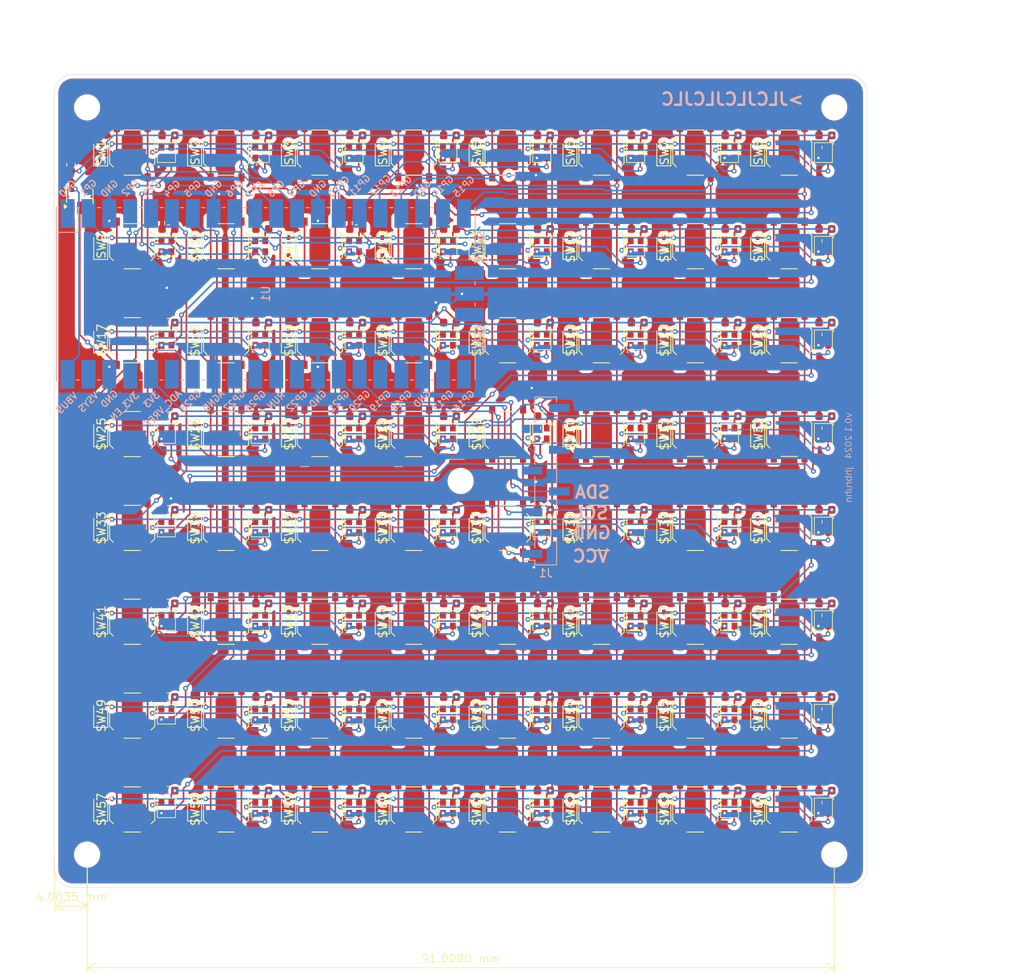
<source format=kicad_pcb>
(kicad_pcb (version 20240108) (generator "pcbnew") (generator_version "8.0")
  (layers (0 "F.Cu" signal) (31 "B.Cu" signal) (34 "B.Paste" user) (35 "F.Paste" user) (36 "B.SilkS" user "B.Silkscreen") (37 "F.SilkS" user "F.Silkscreen") (38 "B.Mask" user) (39 "F.Mask" user) (44 "Edge.Cuts" user))
  (net 0 "")
  (net 1 "+5V")
  (net 2 "GND")
  (net 3 "Net-(D1-DOUT)")
  (net 4 "LED_DIN")
  (net 5 "SW_ROW_1")
  (net 6 "Net-(D2-K)")
  (net 7 "Net-(D3-K)")
  (net 8 "Net-(D4-K)")
  (net 9 "Net-(D5-K)")
  (net 10 "Net-(D6-K)")
  (net 11 "Net-(D7-K)")
  (net 12 "Net-(D8-K)")
  (net 13 "Net-(D9-K)")
  (net 14 "SW_ROW_2")
  (net 15 "Net-(D10-K)")
  (net 16 "Net-(D11-K)")
  (net 17 "Net-(D12-K)")
  (net 18 "Net-(D13-K)")
  (net 19 "Net-(D14-K)")
  (net 20 "Net-(D15-K)")
  (net 21 "Net-(D16-K)")
  (net 22 "Net-(D17-K)")
  (net 23 "SW_ROW_3")
  (net 24 "Net-(D18-K)")
  (net 25 "Net-(D19-K)")
  (net 26 "Net-(D20-K)")
  (net 27 "Net-(D21-K)")
  (net 28 "Net-(D22-K)")
  (net 29 "Net-(D23-K)")
  (net 30 "Net-(D24-K)")
  (net 31 "Net-(D25-K)")
  (net 32 "Net-(D26-K)")
  (net 33 "SW_ROW_4")
  (net 34 "Net-(D27-K)")
  (net 35 "Net-(D28-K)")
  (net 36 "Net-(D29-K)")
  (net 37 "Net-(D30-K)")
  (net 38 "Net-(D31-K)")
  (net 39 "Net-(D32-K)")
  (net 40 "Net-(D33-K)")
  (net 41 "Net-(D34-K)")
  (net 42 "SW_ROW_5")
  (net 43 "Net-(D35-K)")
  (net 44 "Net-(D36-K)")
  (net 45 "Net-(D37-K)")
  (net 46 "Net-(D38-K)")
  (net 47 "Net-(D39-K)")
  (net 48 "Net-(D40-K)")
  (net 49 "Net-(D41-K)")
  (net 50 "SW_ROW_6")
  (net 51 "Net-(D42-K)")
  (net 52 "Net-(D43-K)")
  (net 53 "Net-(D44-K)")
  (net 54 "Net-(D45-K)")
  (net 55 "Net-(D46-K)")
  (net 56 "Net-(D47-K)")
  (net 57 "Net-(D48-K)")
  (net 58 "Net-(D49-K)")
  (net 59 "Net-(D50-K)")
  (net 60 "SW_ROW_7")
  (net 61 "Net-(D51-K)")
  (net 62 "Net-(D52-K)")
  (net 63 "Net-(D53-K)")
  (net 64 "Net-(D54-K)")
  (net 65 "Net-(D55-K)")
  (net 66 "Net-(D56-K)")
  (net 67 "Net-(D57-K)")
  (net 68 "Net-(D58-K)")
  (net 69 "SW_ROW_8")
  (net 70 "Net-(D59-K)")
  (net 71 "Net-(D60-K)")
  (net 72 "Net-(D61-K)")
  (net 73 "Net-(D62-K)")
  (net 74 "Net-(D63-K)")
  (net 75 "Net-(D64-K)")
  (net 76 "Net-(D65-K)")
  (net 77 "Net-(D66-DOUT)")
  (net 78 "Net-(D67-DOUT)")
  (net 79 "Net-(D68-DOUT)")
  (net 80 "Net-(D69-DOUT)")
  (net 81 "Net-(D70-DOUT)")
  (net 82 "Net-(D71-DOUT)")
  (net 83 "Net-(D72-DOUT)")
  (net 84 "Net-(D73-DOUT)")
  (net 85 "Net-(D74-DOUT)")
  (net 86 "Net-(D75-DOUT)")
  (net 87 "Net-(D76-DOUT)")
  (net 88 "Net-(D77-DOUT)")
  (net 89 "Net-(D78-DOUT)")
  (net 90 "Net-(D79-DOUT)")
  (net 91 "Net-(D80-DOUT)")
  (net 92 "Net-(D81-DOUT)")
  (net 93 "Net-(D82-DOUT)")
  (net 94 "Net-(D83-DOUT)")
  (net 95 "Net-(D84-DOUT)")
  (net 96 "Net-(D85-DOUT)")
  (net 97 "Net-(D86-DOUT)")
  (net 98 "Net-(D87-DOUT)")
  (net 99 "Net-(D88-DOUT)")
  (net 100 "Net-(D89-DOUT)")
  (net 101 "Net-(D90-DOUT)")
  (net 102 "Net-(D91-DOUT)")
  (net 103 "Net-(D92-DOUT)")
  (net 104 "Net-(D93-DOUT)")
  (net 105 "Net-(D94-DOUT)")
  (net 106 "Net-(D95-DOUT)")
  (net 107 "Net-(D96-DOUT)")
  (net 108 "Net-(D125-DOUT)")
  (net 109 "Net-(D126-DOUT)")
  (net 110 "Net-(D100-DIN)")
  (net 111 "Net-(D100-DOUT)")
  (net 112 "Net-(D101-DOUT)")
  (net 113 "Net-(D102-DOUT)")
  (net 114 "Net-(D103-DOUT)")
  (net 115 "Net-(D104-DOUT)")
  (net 116 "Net-(D105-DOUT)")
  (net 117 "Net-(D106-DOUT)")
  (net 118 "Net-(D107-DOUT)")
  (net 119 "Net-(D108-DOUT)")
  (net 120 "Net-(D109-DOUT)")
  (net 121 "Net-(D110-DOUT)")
  (net 122 "Net-(D111-DOUT)")
  (net 123 "Net-(D112-DOUT)")
  (net 124 "Net-(D113-DOUT)")
  (net 125 "Net-(D114-DOUT)")
  (net 126 "Net-(D115-DOUT)")
  (net 127 "Net-(D116-DOUT)")
  (net 128 "Net-(D117-DOUT)")
  (net 129 "Net-(D118-DOUT)")
  (net 130 "Net-(D119-DOUT)")
  (net 131 "Net-(D120-DOUT)")
  (net 132 "Net-(D121-DOUT)")
  (net 133 "Net-(D122-DOUT)")
  (net 134 "Net-(D123-DOUT)")
  (net 135 "Net-(D124-DOUT)")
  (net 137 "SW_COL_1")
  (net 138 "SW_COL_2")
  (net 139 "SW_COL_3")
  (net 140 "SW_COL_4")
  (net 141 "SW_COL_5")
  (net 142 "SW_COL_6")
  (net 143 "SW_COL_7")
  (net 144 "SW_COL_8")
  (net 158 "I2C0_SDA")
  (net 159 "I2C0_SCL")
  (net 160 "+3.3V")
  (net 165 "LED_DATA")
  (net 167 "Net-(D97-DOUT)")
  (net 168 "Net-(D98-DOUT)")
  (net 169 "Net-(D127-DOUT)")
  (footprint "SK6812-EC20:SK6812-EC20" (layer "F.Cu") (at 146.25 108.1 90)
    (property "Reference" "D105" (hide yes))
    (property "Value" "SK6812-EC20")
  )
  (footprint "MountingHole:MountingHole_2.7mm_M2.5" (layer "F.Cu") (at 136.590991 136.590997)
    (property "Reference" "H2" (hide yes))
    (property "Value" "MountingHole")
  )
  (footprint "Capacitor_SMD:C_0603_1608Metric" (layer "F.Cu") (at 192.22 94.6 180)
    (property "Reference" "C37" (hide yes))
    (property "Value" "100nF")
  )
  (footprint "SK6812-EC20:SK6812-EC20" (layer "F.Cu") (at 180.54 85.3 90)
    (property "Reference" "D92" (hide yes))
    (property "Value" "SK6812-EC20")
  )
  (footprint "Capacitor_SMD:C_0603_1608Metric" (layer "F.Cu") (at 226.51 60.4 180)
    (property "Reference" "C16" (hide yes))
    (property "Value" "100nF")
  )
  (footprint "Capacitor_SMD:C_0603_1608Metric" (layer "F.Cu") (at 192.22 71.8 180)
    (property "Reference" "C21" (hide yes))
    (property "Value" "100nF")
  )
  (footprint "switch:SW_Push_1P1T_XKB_TS-1187A" (layer "F.Cu") (at 222.095991 131.095996 90)
    (property "Reference" "SW64")
    (property "Value" "SW_Push")
  )
  (footprint "Capacitor_SMD:C_0603_1608Metric" (layer "F.Cu") (at 134.62 52.578 90)
    (property "Reference" "C65" (hide yes))
    (property "Value" "100nF")
  )
  (footprint "Capacitor_SMD:C_0603_1608Metric" (layer "F.Cu") (at 215.08 60.4 180)
    (property "Reference" "C15" (hide yes))
    (property "Value" "100nF")
  )
  (footprint "Diode_SMD:D_SOD-323" (layer "F.Cu") (at 218.26 96.7 90)
    (property "Reference" "D41" (hide yes))
    (property "Value" "1N4148WS")
  )
  (footprint "Diode_SMD:D_SOD-323" (layer "F.Cu") (at 218.26 108.1 90)
    (property "Reference" "D49" (hide yes))
    (property "Value" "1N4148WS")
  )
  (footprint "switch:SW_Push_1P1T_XKB_TS-1187A" (layer "F.Cu") (at 142.085991 108.235996 90)
    (property "Reference" "SW41")
    (property "Value" "SW_Push")
  )
  (footprint "SK6812-EC20:SK6812-EC20" (layer "F.Cu") (at 214.83 62.5 90)
    (property "Reference" "D79" (hide yes))
    (property "Value" "SK6812-EC20")
  )
  (footprint "Diode_SMD:D_SOD-323" (layer "F.Cu") (at 218.26 51.1 90)
    (property "Reference" "D9" (hide yes))
    (property "Value" "1N4148WS")
  )
  (footprint "switch:SW_Push_1P1T_XKB_TS-1187A" (layer "F.Cu") (at 142.085991 119.665996 90)
    (property "Reference" "SW49")
    (property "Value" "SW_Push")
  )
  (footprint "SK6812-EC20:SK6812-EC20" (layer "F.Cu") (at 226.26 119.5 90)
    (property "Reference" "D120" (hide yes))
    (property "Value" "SK6812-EC20")
  )
  (footprint "SK6812-EC20:SK6812-EC20" (layer "F.Cu") (at 169.11 85.3 90)
    (property "Reference" "D91" (hide yes))
    (property "Value" "SK6812-EC20")
  )
  (footprint "switch:SW_Push_1P1T_XKB_TS-1187A" (layer "F.Cu") (at 176.375991 51.1 90)
    (property "Reference" "SW4")
    (property "Value" "SW_Push")
  )
  (footprint "switch:SW_Push_1P1T_XKB_TS-1187A" (layer "F.Cu") (at 176.375991 85.375997 90)
    (property "Reference" "SW28")
    (property "Value" "SW_Push")
  )
  (footprint "switch:SW_Push_1P1T_XKB_TS-1187A" (layer "F.Cu") (at 187.805991 96.805996 90)
    (property "Reference" "SW37")
    (property "Value" "SW_Push")
  )
  (footprint "switch:SW_Push_1P1T_XKB_TS-1187A" (layer "F.Cu") (at 222.095991 51.1 90)
    (property "Reference" "SW8")
    (property "Value" "SW_Push")
  )
  (footprint "switch:SW_Push_1P1T_XKB_TS-1187A" (layer "F.Cu") (at 210.665991 73.95 90)
    (property "Reference" "SW23")
    (property "Value" "SW_Push")
  )
  (footprint "Diode_SMD:D_SOD-323" (layer "F.Cu") (at 138.25 85.3 90)
    (property "Reference" "D26" (hide yes))
    (property "Value" "1N4148WS")
  )
  (footprint "Capacitor_SMD:C_0603_1608Metric" (layer "F.Cu") (at 226.51 71.8 180)
    (property "Reference" "C24" (hide yes))
    (property "Value" "100nF")
  )
  (footprint "switch:SW_Push_1P1T_XKB_TS-1187A" (layer "F.Cu") (at 199.235991 119.665996 90)
    (property "Reference" "SW54")
    (property "Value" "SW_Push")
  )
  (footprint "Capacitor_SMD:C_0603_1608Metric" (layer "F.Cu") (at 169.36 49 180)
    (property "Reference" "C3" (hide yes))
    (property "Value" "100nF")
  )
  (footprint "Diode_SMD:D_SOD-323" (layer "F.Cu") (at 218.26 85.3 90)
    (property "Reference" "D33" (hide yes))
    (property "Value" "1N4148WS")
  )
  (footprint "SK6812-EC20:SK6812-EC20" (layer "F.Cu") (at 157.68 119.5 90)
    (property "Reference" "D114" (hide yes))
    (property "Value" "SK6812-EC20")
  )
  (footprint "SK6812-EC20:SK6812-EC20" (layer "F.Cu") (at 146.25 119.5 90)
    (property "Reference" "D113" (hide yes))
    (property "Value" "SK6812-EC20")
  )
  (footprint "Diode_SMD:D_SOD-323" (layer "F.Cu") (at 161.11 85.3 90)
    (property "Reference" "D28" (hide yes))
    (property "Value" "1N4148WS")
  )
  (footprint "SK6812-EC20:SK6812-EC20" (layer "F.Cu") (at 169.11 119.5 90)
    (property "Reference" "D115" (hide yes))
    (property "Value" "SK6812-EC20")
  )
  (footprint "switch:SW_Push_1P1T_XKB_TS-1187A" (layer "F.Cu") (at 187.805991 62.5 90)
    (property "Reference" "SW13")
    (property "Value" "SW_Push")
  )
  (footprint "Capacitor_SMD:C_0603_1608Metric" (layer "F.Cu") (at 215.08 106 180)
    (property "Reference" "C47" (hide yes))
    (property "Value" "100nF")
  )
  (footprint "Capacitor_SMD:C_0603_1608Metric" (layer "F.Cu") (at 203.65 60.4 180)
    (property "Reference" "C14" (hide yes))
    (property "Value" "100nF")
  )
  (footprint "Diode_SMD:D_SOD-323" (layer "F.Cu") (at 161.11 96.7 90)
    (property "Reference" "D36" (hide yes))
    (property "Value" "1N4148WS")
  )
  (footprint "switch:SW_Push_1P1T_XKB_TS-1187A" (layer "F.Cu") (at 142.085991 73.95 90)
    (property "Reference" "SW17")
    (property "Value" "SW_Push")
  )
  (footprint "switch:SW_Push_1P1T_XKB_TS-1187A" (layer "F.Cu") (at 153.515991 108.235996 90)
    (property "Reference" "SW42")
    (property "Value" "SW_Push")
  )
  (footprint "Diode_SMD:D_SOD-323" (layer "F.Cu") (at 161.11 73.9 90)
    (property "Reference" "D20" (hide yes))
    (property "Value" "1N4148WS")
  )
  (footprint "switch:SW_Push_1P1T_XKB_TS-1187A" (layer "F.Cu") (at 142.085991 51.1 90)
    (property "Reference" "SW1")
    (property "Value" "SW_Push")
  )
  (footprint "SK6812-EC20:SK6812-EC20" (layer "F.Cu") (at 157.68 73.9 90)
    (property "Reference" "D82" (hide yes))
    (property "Value" "SK6812-EC20")
  )
  (footprint "Capacitor_SMD:C_0603_1608Metric" (layer "F.Cu") (at 192.22 60.4 180)
    (property "Reference" "C13" (hide yes))
    (property "Value" "100nF")
  )
  (footprint "Diode_SMD:D_SOD-323" (layer "F.Cu") (at 138.25 96.7 90)
    (property "Reference" "D34" (hide yes))
    (property "Value" "1N4148WS")
  )
  (footprint "SK6812-EC20:SK6812-EC20" (layer "F.Cu") (at 203.4 51.1 90)
    (property "Reference" "D70" (hide yes))
    (property "Value" "SK6812-EC20")
  )
  (footprint "switch:SW_Push_1P1T_XKB_TS-1187A" (layer "F.Cu") (at 164.945991 73.95 90)
    (property "Reference" "SW19")
    (property "Value" "SW_Push")
  )
  (footprint "Capacitor_SMD:C_0603_1608Metric" (layer "F.Cu") (at 203.65 49 180)
    (property "Reference" "C6" (hide yes))
    (property "Value" "100nF")
  )
  (footprint "Capacitor_SMD:C_0603_1608Metric" (layer "F.Cu") (at 203.65 128.8 180)
    (property "Reference" "C62" (hide yes))
    (property "Value" "100nF")
  )
  (footprint "switch:SW_Push_1P1T_XKB_TS-1187A" (layer "F.Cu") (at 222.095991 108.235996 90)
    (property "Reference" "SW48")
    (property "Value" "SW_Push")
  )
  (footprint "SK6812-EC20:SK6812-EC20" (layer "F.Cu") (at 157.68 130.9 90)
    (property "Reference" "D122" (hide yes))
    (property "Value" "SK6812-EC20")
  )
  (footprint "switch:SW_Push_1P1T_XKB_TS-1187A" (layer "F.Cu") (at 210.665991 119.665996 90)
    (property "Reference" "SW55")
    (property "Value" "SW_Push")
  )
  (footprint "SK6812-EC20:SK6812-EC20" (layer "F.Cu") (at 146.25 96.7 90)
    (property "Reference" "D97" (hide yes))
    (property "Value" "SK6812-EC20")
  )
  (footprint "Capacitor_SMD:C_0603_1608Metric" (layer "F.Cu") (at 180.79 60.4 180)
    (property "Reference" "C12" (hide yes))
    (property "Value" "100nF")
  )
  (footprint "SK6812-EC20:SK6812-EC20" (layer "F.Cu") (at 157.68 85.3 90)
    (property "Reference" "D90" (hide yes))
    (property "Value" "SK6812-EC20")
  )
  (footprint "Diode_SMD:D_SOD-323" (layer "F.Cu") (at 195.4 130.9 90)
    (property "Reference" "D63" (hide yes))
    (property "Value" "1N4148WS")
  )
  (footprint "SK6812-EC20:SK6812-EC20" (layer "F.Cu") (at 180.54 73.9 90)
    (property "Reference" "D84" (hide yes))
    (property "Value" "SK6812-EC20")
  )
  (footprint "Capacitor_SMD:C_0603_1608Metric" (layer "F.Cu") (at 169.36 128.8 180)
    (property "Reference" "C59" (hide yes))
    (property "Value" "100nF")
  )
  (footprint "Diode_SMD:D_SOD-323" (layer "F.Cu") (at 138.25 51.1 90)
    (property "Reference" "D2" (hide yes))
    (property "Value" "1N4148WS")
  )
  (footprint "SK6812-EC20:SK6812-EC20" (layer "F.Cu") (at 203.4 119.5 90)
    (property "Reference" "D118" (hide yes))
    (property "Value" "SK6812-EC20")
  )
  (footprint "switch:SW_Push_1P1T_XKB_TS-1187A" (layer "F.Cu") (at 142.085991 62.5 90)
    (property "Reference" "SW9")
    (property "Value" "SW_Push")
  )
  (footprint "SK6812-EC20:SK6812-EC20" (layer "F.Cu") (at 226.26 108.1 90)
    (property "Reference" "D112" (hide yes))
    (property "Value" "SK6812-EC20")
  )
  (footprint "Diode_SMD:D_SOD-323" (layer "F.Cu") (at 183.97 73.9 90)
    (property "Reference" "D22" (hide yes))
    (property "Value" "1N4148WS")
  )
  (footprint "SK6812-EC20:SK6812-EC20" (layer "F.Cu") (at 169.11 51.1 90)
    (property "Reference" "D67" (hide yes))
    (property "Value" "SK6812-EC20")
  )
  (footprint "SK6812-EC20:SK6812-EC20" (layer "F.Cu") (at 226.26 51.1 90)
    (property "Reference" "D72" (hide yes))
    (property "Value" "SK6812-EC20")
  )
  (footprint "Diode_SMD:D_SOD-323" (layer "F.Cu") (at 195.4 51.1 90)
    (property "Reference" "D7" (hide yes))
    (property "Value" "1N4148WS")
  )
  (footprint "Diode_SMD:D_SOD-323" (layer "F.Cu") (at 172.54 51.1 90)
    (property "Reference" "D5" (hide yes))
    (property "Value" "1N4148WS")
  )
  (footprint "SK6812-EC20:SK6812-EC20" (layer "F.Cu") (at 203.4 85.3 90)
    (property "Reference" "D94" (hide yes))
    (property "Value" "SK6812-EC20")
  )
  (footprint "switch:SW_Push_1P1T_XKB_TS-1187A" (layer "F.Cu") (at 210.665991 51.1 90)
    (property "Reference" "SW7")
    (property "Value" "SW_Push")
  )
  (footprint "Diode_SMD:D_SOD-323" (layer "F.Cu") (at 195.4 73.9 90)
    (property "Reference" "D23" (hide yes))
    (property "Value" "1N4148WS")
  )
  (footprint "switch:SW_Push_1P1T_XKB_TS-1187A" (layer "F.Cu") (at 176.375991 96.805996 90)
    (property "Reference" "SW36")
    (property "Value" "SW_Push")
  )
  (footprint "Diode_SMD:D_SOD-323" (layer "F.Cu") (at 149.68 51.1 90)
    (property "Reference" "D3" (hide yes))
    (property "Value" "1N4148WS")
  )
  (footprint "Capacitor_SMD:C_0603_1608Metric" (layer "F.Cu") (at 215.08 94.6 180)
    (property "Reference" "C39" (hide yes))
    (property "Value" "100nF")
  )
  (footprint "SK6812-EC20:SK6812-EC20" (layer "F.Cu") (at 146.25 73.9 90)
    (property "Reference" "D81" (hide yes))
    (property "Value" "SK6812-EC20")
  )
  (footprint "switch:SW_Push_1P1T_XKB_TS-1187A" (layer "F.Cu") (at 153.515991 62.5 90)
    (property "Reference" "SW10")
    (property "Value" "SW_Push")
  )
  (footprint "SK6812-EC20:SK6812-EC20" (layer "F.Cu") (at 180.54 130.9 90)
    (property "Reference" "D124" (hide yes))
    (property "Value" "SK6812-EC20")
  )
  (footprint "SK6812-EC20:SK6812-EC20" (layer "F.Cu") (at 180.54 62.5 90)
    (property "Reference" "D76" (hide yes))
    (property "Value" "SK6812-EC20")
  )
  (footprint "Capacitor_SMD:C_0603_1608Metric" (layer "F.Cu") (at 146.5 128.8 180)
    (property "Reference" "C57" (hide yes))
    (property "Value" "100nF")
  )
  (footprint "Capacitor_SMD:C_0603_1608Metric" (layer "F.Cu") (at 203.65 71.8 180)
    (property "Reference" "C22" (hide yes))
    (property "Value" "100nF")
  )
  (footprint "Diode_SMD:D_SOD-323" (layer "F.Cu") (at 206.83 85.3 90)
    (property "Reference" "D32" (hide yes))
    (property "Value" "1N4148WS")
  )
  (footprint "SK6812-EC20:SK6812-EC20" (layer "F.Cu") (at 191.97 108.1 90)
    (property "Reference" "D109" (hide yes))
    (property "Value" "SK6812-EC20")
  )
  (footprint "Capacitor_SMD:C_0603_1608Metric" (layer "F.Cu") (at 226.51 117.4 180)
    (property "Reference" "C56" (hide yes))
    (property "Value" "100nF")
  )
  (footprint "switch:SW_Push_1P1T_XKB_TS-1187A" (layer "F.Cu") (at 164.945991 119.665996 90)
    (property "Reference" "SW51")
    (property "Value" "SW_Push")
  )
  (footprint "Capacitor_SMD:C_0603_1608Metric" (layer "F.Cu") (at 169.36 117.4 180)
    (property "Reference" "C51" (hide yes))
    (property "Value" "100nF")
  )
  (footprint "Diode_SMD:D_SOD-323" (layer "F.Cu") (at 149.68 73.9 90)
    (property "Reference" "D19" (hide yes))
    (property "Value" "1N4148WS")
  )
  (footprint "Diode_SMD:D_SOD-323" (layer "F.Cu") (at 206.83 96.7 90)
    (property "Reference" "D40" (hide yes))
    (property "Value" "1N4148WS")
  )
  (footprint "SK6812-EC20:SK6812-EC20" (layer "F.Cu") (at 226.26 96.7 90)
    (property "Reference" "D104" (hide yes))
    (property "Value" "SK6812-EC20")
  )
  (footprint "Capacitor_SMD:C_0603_1608Metric" (layer "F.Cu") (at 146.5 94.6 180)
    (property "Reference" "C33" (hide yes))
    (property "Value" "100nF")
  )
  (footprint "Diode_SMD:D_SOD-323" (layer "F.Cu") (at 218.26 119.5 90)
    (property "Reference" "D57" (hide yes))
    (property "Value" "1N4148WS")
  )
  (footprint "Capacitor_SMD:C_0603_1608Metric" (layer "F.Cu") (at 226.51 128.8 180)
    (property "Reference" "C64" (hide yes))
    (property "Value" "100nF")
  )
  (footprint "SK6812-EC20:SK6812-EC20" (layer "F.Cu") (at 214.83 119.5 90)
    (property "Reference" "D119" (hide yes))
    (property "Value" "SK6812-EC20")
  )
  (footprint "switch:SW_Push_1P1T_XKB_TS-1187A" (layer "F.Cu") (at 222.095991 73.95 90)
    (property "Reference" "SW24")
    (property "Value" "SW_Push")
  )
  (footprint "Diode_SMD:D_SOD-323" (layer "F.Cu") (at 161.11 108.1 90)
    (property "Reference" "D44" (hide yes))
    (property "Value" "1N4148WS")
  )
  (footprint "Capacitor_SMD:C_0603_1608Metric" (layer "F.Cu") (at 215.08 128.8 180)
    (property "Reference" "C63" (hide yes))
    (property "Value" "100nF")
  )
  (footprint "Diode_SMD:D_SOD-323" (layer "F.Cu") (at 183.97 96.7 90)
    (property "Reference" "D38" (hide yes))
    (property "Value" "1N4148WS")
  )
  (footprint "Capacitor_SMD:C_0603_1608Metric" (layer "F.Cu") (at 180.79 71.8 180)
    (property "Reference" "C20" (hide yes))
    (property "Value" "100nF")
  )
  (footprint "MountingHole:MountingHole_2.7mm_M2.5" (layer "F.Cu") (at 227.590991 136.590997)
    (property "Reference" "H3" (hide yes))
    (property "Value" "MountingHole")
  )
  (footprint "Diode_SMD:D_SOD-323" (layer "F.Cu") (at 218.26 62.5 90)
    (property "Reference" "D17" (hide yes))
    (property "Value" "1N4148WS")
  )
  (footprint "switch:SW_Push_1P1T_XKB_TS-1187A" (layer "F.Cu") (at 187.805991 51.1 90)
    (property "Reference" "SW5")
    (property "Value" "SW_Push")
  )
  (footprint "switch:SW_Push_1P1T_XKB_TS-1187A" (layer "F.Cu") (at 164.945991 62.5 90)
    (property "Reference" "SW11")
    (property "Value" "SW_Push")
  )
  (footprint "Capacitor_SMD:C_0603_1608Metric" (layer "F.Cu") (at 180.79 106 180)
    (property "Reference" "C44" (hide yes))
    (property "Value" "100nF")
  )
  (footprint "SK6812-EC20:SK6812-EC20" (layer "F.Cu") (at 214.83 96.7 90)
    (property "Reference" "D103" (hide yes))
    (property "Value" "SK6812-EC20")
  )
  (footprint "Capacitor_SMD:C_0603_1608Metric" (layer "F.Cu") (at 226.51 94.6 180)
    (property "Reference" "C40" (hide yes))
    (property "Value" "100nF")
  )
  (footprint "SK6812-EC20:SK6812-EC20" (layer "F.Cu") (at 226.26 85.3 90)
    (property "Reference" "D96" (hide yes))
    (property "Value" "SK6812-EC20")
  )
  (footprint "Diode_SMD:D_SOD-323" (layer "F.Cu") (at 195.4 62.5 90)
    (property "Reference" "D15" (hide yes))
    (property "Value" "1N4148WS")
  )
  (footprint "Capacitor_SMD:C_0603_1608Metric" (layer "F.Cu") (at 157.93 94.6 180)
    (property "Reference" "C34" (hide yes))
    (property "Value" "100nF")
  )
  (footprint "switch:SW_Push_1P1T_XKB_TS-1187A" (layer "F.Cu") (at 210.665991 108.235996 90)
    (property "Reference" "SW47")
    (property "Value" "SW_Push")
  )
  (footprint "switch:SW_Push_1P1T_XKB_TS-1187A" (layer "F.Cu") (at 210.665991 62.5 90)
    (property "Reference" "SW15")
    (property "Value" "SW_Push")
  )
  (footprint "switch:SW_Push_1P1T_XKB_TS-1187A" (layer "F.Cu") (at 142.085991 96.805996 90)
    (property "Reference" "SW33")
    (property "Value" "SW_Push")
  )
  (footprint "Diode_SMD:D_SOD-323" (layer "F.Cu") (at 172.54 119.5 90)
    (property "Reference" "D53" (hide yes))
    (property "Value" "1N4148WS")
  )
  (footprint "switch:SW_Push_1P1T_XKB_TS-1187A" (layer "F.Cu") (at 153.515991 73.95 90)
    (property "Reference" "SW18")
    (property "Value" "SW_Push")
  )
  (footprint "switch:SW_Push_1P1T_XKB_TS-1187A" (layer "F.Cu") (at 222.095991 85.35 90)
    (property "Reference" "SW32")
    (property "Value" "SW_Push")
  )
  (footprint "SK6812-EC20:SK6812-EC20" (layer "F.Cu") (at 191.97 96.7 90)
    (property "Reference" "D101" (hide yes))
    (property "Value" "SK6812-EC20")
  )
  (footprint "Capacitor_SMD:C_0603_1608Metric" (layer "F.Cu") (at 146.5 60.4 180)
    (property "Reference" "C9" (hide yes))
    (property "Value" "100nF")
  )
  (footprint "Diode_SMD:D_SOD-323" (layer "F.Cu") (at 172.54 96.7 90)
    (property "Reference" "D37" (hide yes))
    (property "Value" "1N4148WS")
  )
  (footprint "Diode_SMD:D_SOD-323" (layer "F.Cu") (at 195.4 119.5 90)
    (property "Reference" "D55" (hide yes))
    (property "Value" "1N4148WS")
  )
  (footprint "Diode_SMD:D_SOD-323" (layer "F.Cu") (at 218.26 130.9 90)
    (property "Reference" "D65" (hide yes))
    (property "Value" "1N4148WS")
  )
  (footprint "Capacitor_SMD:C_0603_1608Metric" (layer "F.Cu") (at 157.93 49 180)
    (property "Reference" "C2" (hide yes))
    (property "Value" "100nF")
  )
  (footprint "switch:SW_Push_1P1T_XKB_TS-1187A" (layer "F.Cu") (at 142.085991 131.095996 90)
    (property "Reference" "SW57")
    (property "Value" "SW_Push")
  )
  (footprint "SK6812-EC20:SK6812-EC20" (layer "F.Cu") (at 180.54 108.1 90)
    (property "Reference" "D108" (hide yes))
    (property "Value" "SK6812-EC20")
  )
  (footprint "Capacitor_SMD:C_0603_1608Metric" (layer "F.Cu") (at 192.22 128.8 180)
    (property "Reference" "C61" (hide yes))
    (property "Value" "100nF")
  )
  (footprint "Capacitor_SMD:C_0603_1608Metric" (layer "F.Cu") (at 180.79 128.8 180)
    (property "Reference" "C60" (hide yes))
    (property "Value" "100nF")
  )
  (footprint "Capacitor_SMD:C_0603_1608Metric" (layer "F.Cu") (at 203.65 83.2 180)
    (property "Reference" "C30" (hide yes))
    (property "Value" "100nF")
  )
  (footprint "SK6812-EC20:SK6812-EC20" (layer "F.Cu") (at 146.25 62.5 90)
    (property "Reference" "D73" (hide yes))
    (property "Value" "SK6812-EC20")
  )
  (footprint "Capacitor_SMD:C_0603_1608Metric" (layer "F.Cu") (at 169.36 94.6 180)
    (property "Reference" "C35" (hide yes))
    (property "Value" "100nF")
  )
  (footprint "Diode_SMD:D_SOD-323" (layer "F.Cu") (at 183.97 130.9 90)
    (property "Reference" "D62" (hide yes))
    (property "Value" "1N4148WS")
  )
  (footprint "Capacitor_SMD:C_0603_1608Metric" (layer "F.Cu") (at 146.5 83.2 180)
    (property "Reference" "C25" (hide yes))
    (property "Value" "100nF")
  )
  (footprint "Diode_SMD:D_SOD-323" (layer "F.Cu") (at 161.11 62.5 90)
    (property "Reference" "D12" (hide yes))
    (property "Value" "1N4148WS")
  )
  (footprint "SK6812-EC20:SK6812-EC20" (layer "F.Cu") (at 191.97 51.1 90)
    (property "Reference" "D69" (hide yes))
    (property "Value" "SK6812-EC20")
  )
  (footprint "Capacitor_SMD:C_0603_1608Metric" (layer "F.Cu") (at 180.79 117.4 180)
    (property "Reference" "C52" (hide yes))
    (property "Value" "100nF")
  )
  (footprint "Diode_SMD:D_SOD-323" (layer "F.Cu") (at 206.83 73.9 90)
    (property "Reference" "D24" (hide yes))
    (property "Value" "1N4148WS")
  )
  (footprint "Capacitor_SMD:C_0603_1608Metric" (layer "F.Cu") (at 157.93 83.2 180)
    (property "Reference" "C26" (hide yes))
    (property "Value" "100nF")
  )
  (footprint "Diode_SMD:D_SOD-323" (layer "F.Cu") (at 172.54 108.1 90)
    (property "Reference" "D45" (hide yes))
    (property "Value" "1N4148WS")
  )
  (footprint "Capacitor_SMD:C_0603_1608Metric" (layer "F.Cu") (at 215.08 49 180)
    (property "Reference" "C7" (hide yes))
    (property "Value" "100nF")
  )
  (footprint "Capacitor_SMD:C_0603_1608Metric" (layer "F.Cu") (at 146.5 49 180)
    (property "Reference" "C1" (hide yes))
    (property "Value" "100nF")
  )
  (footprint "Diode_SMD:D_SOD-323" (layer "F.Cu") (at 138.25 108.1 90)
    (property "Reference" "D42" (hide yes))
    (property "Value" "1N4148WS")
  )
  (footprint "Diode_SMD:D_SOD-323" (layer "F.Cu") (at 206.83 62.5 90)
    (property "Reference" "D16" (hide yes))
    (property "Value" "1N4148WS")
  )
  (footprint "Diode_SMD:D_SOD-323" (layer "F.Cu") (at 183.97 108.1 90)
    (property "Reference" "D46" (hide yes))
    (property "Value" "1N4148WS")
  )
  (footprint "switch:SW_Push_1P1T_XKB_TS-1187A" (layer "F.Cu") (at 210.665991 96.805996 90)
    (property "Reference" "SW39")
    (property "Value" "SW_Push")
  )
  (footprint "Diode_SMD:D_SOD-323" (layer "F.Cu") (at 206.83 119.5 90)
    (property "Reference" "D56" (hide yes))
    (property "Value" "1N4148WS")
  )
  (footprint "Diode_SMD:D_SOD-323" (layer "F.Cu") (at 149.68 85.3 90)
    (property "Reference" "D27" (hide yes))
    (property "Value" "1N4148WS")
  )
  (footprint "switch:SW_Push_1P1T_XKB_TS-1187A" (layer "F.Cu") (at 222.095991 119.665996 90)
    (property "Reference" "SW56")
    (property "Value" "SW_Push")
  )
  (footprint "Capacitor_SMD:C_0603_1608Metric" (layer "F.Cu") (at 226.51 83.2 180)
    (property "Reference" "C32" (hide yes))
    (property "Value" "100nF")
  )
  (footprint "SK6812-EC20:SK6812-EC20" (layer "F.Cu") (at 157.68 96.7 90)
    (property "Reference" "D98" (hide yes))
    (property "Value" "SK6812-EC20")
  )
  (footprint "Capacitor_SMD:C_0603_1608Metric" (layer "F.Cu") (at 215.08 83.2 180)
    (property "Reference" "C31" (hide yes))
    (property "Value" "100nF")
  )
  (footprint "Capacitor_SMD:C_0603_1608Metric" (layer "F.Cu") (at 146.5 106 180)
    (property "Reference" "C41" (hide yes))
    (property "Value" "100nF")
  )
  (footprint "switch:SW_Push_1P1T_XKB_TS-1187A" (layer "F.Cu") (at 153.515991 85.375997 90)
    (property "Reference" "SW26")
    (property "Value" "SW_Push")
  )
  (footprint "Capacitor_SMD:C_0603_1608Metric" (layer "F.Cu") (at 180.79 94.6 180)
    (property "Reference" "C36" (hide yes))
    (property "Value" "100nF")
  )
  (footprint "Diode_SMD:D_SOD-323" (layer "F.Cu") (at 149.68 119.5 90)
    (property "Reference" "D51" (hide yes))
    (property "Value" "1N4148WS")
  )
  (footprint "SK6812-EC20:SK6812-EC20" (layer "F.Cu") (at 169.11 96.7 90)
    (property "Reference" "D99" (hide yes))
    (property "Value" "SK6812-EC20")
  )
  (footprint "Diode_SMD:D_SOD-323" (layer "F.Cu") (at 218.26 73.9 90)
    (property "Reference" "D25" (hide yes))
    (property "Value" "1N4148WS")
  )
  (footprint "switch:SW_Push_1P1T_XKB_TS-1187A" (layer "F.Cu") (at 164.945991 96.805996 90)
    (property "Reference" "SW35")
    (property "Value" "SW_Push")
  )
  (footprint "Diode_SMD:D_SOD-323" (layer "F.Cu") (at 183.97 85.3 90)
    (property "Reference" "D30" (hide yes))
    (property "Value" "1N4148WS")
  )
  (footprint "switch:SW_Push_1P1T_XKB_TS-1187A" (layer "F.Cu") (at 199.235991 131.095996 90)
    (property "Reference" "SW62")
    (property "Value" "SW_Push")
  )
  (footprint "SK6812-EC20:SK6812-EC20" (layer "F.Cu") (at 226.26 130.9 90)
    (property "Reference" "D128" (hide yes))
    (property "Value" "SK6812-EC20")
  )
  (footprint "switch:SW_Push_1P1T_XKB_TS-1187A" (layer "F.Cu") (at 222.095991 96.805996 90)
    (property "Reference" "SW40")
    (property "Value" "SW_Push")
  )
  (footprint "Diode_SMD:D_SOD-323" (layer "F.Cu") (at 149.68 130.9 90)
    (property "Reference" "D59" (hide yes))
    (property "Value" "1N4148WS")
  )
  (footprint "switch:SW_Push_1P1T_XKB_TS-1187A" (layer "F.Cu") (at 199.235991 51.1 90)
    (property "Reference" "SW6")
    (property "Value" "SW_Push")
  )
  (footprint "Diode_SMD:D_SOD-323" (layer "F.Cu") (at 138.25 73.9 90)
    (property "Reference" "D18" (hide yes))
    (property "Value" "1N4148WS")
  )
  (footprint "SK6812-EC20:SK6812-EC20" (layer "F.Cu") (at 191.97 62.5 90)
    (property "Reference" "D77" (hide yes))
    (property "Value" "SK6812-EC20")
  )
  (footprint "switch:SW_Push_1P1T_XKB_TS-1187A" (layer "F.Cu") (at 222.095991 62.5 90)
    (property "Reference" "SW16")
    (property "Value" "SW_Push")
  )
  (footprint "Package_TO_SOT_SMD:SOT-23-5_HandSoldering" (layer "F.Cu") (at 135.702 56.468 90)
    (property "Reference" "U2" (hide yes))
    (property "Value" "74LVC1G17")
  )
  (footprint "SK6812-EC20:SK6812-EC20" (layer "F.Cu") (at 191.97 119.5 90)
    (property "Reference" "D117" (hide yes))
    (property "Value" "SK6812-EC20")
  )
  (footprint "switch:SW_Push_1P1T_XKB_TS-1187A" (layer "F.Cu") (at 199.235991 73.95 90)
    (property "Reference" "SW22")
    (property "Value" "SW_Push")
  )
  (footprint "Diode_SMD:D_SOD-323" (layer "F.Cu") (at 195.4 96.7 90)
    (property "Reference" "D39" (hide yes))
    (property "Value" "1N4148WS")
  )
  (footprint "Diode_SMD:D_SOD-323" (layer "F.Cu") (at 138.25 119.5 90)
    (property "Reference" "D50" (hide yes))
    (property "Value" "1N4148WS")
  )
  (footprint "SK6812-EC20:SK6812-EC20" (layer "F.Cu") (at 191.97 130.9 90)
    (property "Reference" "D125" (hide yes))
    (property "Value" "SK6812-EC20")
  )
  (footprint "switch:SW_Push_1P1T_XKB_TS-1187A" (layer "F.Cu") (at 199.235991 62.5 90)
    (property "Reference" "SW14")
    (property "Value" "SW_Push")
  )
  (footprint "switch:SW_Push_1P1T_XKB_TS-1187A" (layer "F.Cu") (at 176.375991 62.5 90)
    (property "Reference" "SW12")
    (property "Value" "SW_Push")
  )
  (footprint "SK6812-EC20:SK6812-EC20" (layer "F.Cu") (at 214.83 108.1 90)
    (property "Reference" "D111" (hide yes))
    (property "Value" "SK6812-EC20")
  )
  (footprint "Capacitor_SMD:C_0603_1608Metric" (layer "F.Cu") (at 192.22 106 180)
    (property "Reference" "C45" (hide yes))
    (property "Value" "100nF")
  )
  (footprint "switch:SW_Push_1P1T_XKB_TS-1187A" (layer "F.Cu") (at 176.375991 73.95 90)
    (property "Reference" "SW20")
    (property "Value" "SW_Push")
  )
  (footprint "Capacitor_SMD:C_0603_1608Metric" (layer "F.Cu") (at 180.79 83.2 180)
    (property "Reference" "C28" (hide yes))
    (property "Value" "100nF")
  )
  (footprint "SK6812-EC20:SK6812-EC20" (layer "F.Cu") (at 146.25 51.1 90)
    (property "Reference" "D1" (hide yes))
    (property "Value" "SK6812-EC20")
  )
  (footprint "MountingHole:MountingHole_2.7mm_M2.5" (layer "F.Cu") (at 227.590991 45.590997)
    (property "Reference" "H4" (hide yes))
    (property "Value" "MountingHole")
  )
  (footprint "SK6812-EC20:SK6812-EC20" (layer "F.Cu") (at 226.26 62.5 90)
    (property "Reference" "D80" (hide yes))
    (property "Value" "SK6812-EC20")
  )
  (footprint "Capacitor_SMD:C_0603_1608Metric" (layer "F.Cu") (at 157.93 128.8 180)
    (property "Reference" "C58" (hide yes))
    (property "Value" "100nF")
  )
  (footprint "switch:SW_Push_1P1T_XKB_TS-1187A" (layer "F.Cu") (at 210.665991 131.095996 90)
    (property "Reference" "SW63")
    (property "Value" "SW_Push")
  )
  (footprint "Capacitor_SMD:C_0603_1608Metric" (layer "F.Cu") (at 192.22 83.2 180)
    (property "Reference" "C29" (hide yes))
    (property "Value" "100nF")
  )
  (footprint "Diode_SMD:D_SOD-323" (layer "F.Cu") (at 149.68 108.1 90)
    (property "Reference" "D43" (hide yes))
    (property "Value" "1N4148WS")
  )
  (footprint "switch:SW_Push_1P1T_XKB_TS-1187A" (layer "F.Cu") (at 187.805991 85.375997 90)
    (property "Reference" "SW29")
    (property "Value" "SW_Push")
  )
  (footprint "SK6812-EC20:SK6812-EC20" (layer "F.Cu") (at 214.83 73.9 90)
    (property "Reference" "D87" (hide yes))
    (property "Value" "SK6812-EC20")
  )
  (footprint "switch:SW_Push_1P1T_XKB_TS-1187A" (layer "F.Cu") (at 153.515991 131.095996 90)
    (property "Reference" "SW58")
    (property "Value" "SW_Push")
  )
  (footprint "SK6812-EC20:SK6812-EC20" (layer "F.Cu") (at 191.97 85.3 90)
    (property "Reference" "D93" (hide yes))
    (property "Value" "SK6812-EC20")
  )
  (footprint "SK6812-EC20:SK6812-EC20" (layer "F.Cu") (at 180.54 51.1 90)
    (property "Reference" "D68" (hide yes))
    (property "Value" "SK6812-EC20")
  )
  (footprint "Diode_SMD:D_SOD-323" (layer "F.Cu") (at 206.83 108.1 90)
    (property "Reference" "D48" (hide yes))
    (property "Value" "1N4148WS")
  )
  (footprint "Capacitor_SMD:C_0603_1608Metric" (layer "F.Cu") (at 215.08 71.8 180)
    (property "Reference" "C23" (hide yes))
    (property "Value" "100nF")
  )
  (footprint "switch:SW_Push_1P1T_XKB_TS-1187A" (layer "F.Cu") (at 210.665991 85.35 90)
    (property "Reference" "SW31")
    (property "Value" "SW_Push")
  )
  (footprint "Capacitor_SMD:C_0603_1608Metric" (layer "F.Cu") (at 203.65 106 180)
    (property "Reference" "C46" (hide yes))
    (property "Value" "100nF")
  )
  (footprint "Diode_SMD:D_SOD-323" (layer "F.Cu") (at 206.83 51.1 90)
    (property "Reference" "D8" (hide yes))
    (property "Value" "1N4148WS")
  )
  (footprint "switch:SW_Push_1P1T_XKB_TS-1187A" (layer "F.Cu") (at 153.515991 51.1 90)
    (property "Reference" "SW2")
    (property "Value" "SW_Push")
  )
  (footprint "Diode_SMD:D_SOD-323" (layer "F.Cu") (at 172.54 62.5 90)
    (property "Reference" "D13" (hide yes))
    (property "Value" "1N4148WS")
  )
  (footprint "Capacitor_SMD:C_0603_1608Metric" (layer "F.Cu") (at 192.22 117.4 180)
    (property "Reference" "C53" (hide yes))
    (property "Value" "100nF")
  )
  (footprint "Capacitor_SMD:C_0603_1608Metric" (layer "F.Cu") (at 157.93 71.8 180)
    (property "Reference" "C18" (hide yes))
    (property "Value" "100nF")
  )
  (footprint "Capacitor_SMD:C_0603_1608Metric" (layer "F.Cu") (at 169.36 71.8 180)
    (property "Reference" "C19" (hide yes))
    (property "Value" "100nF")
  )
  (footprint "Capacitor_SMD:C_0603_1608Metric" (layer "F.Cu") (at 203.65 117.4 180)
    (property "Reference" "C54" (hide yes))
    (property "Value" "100nF")
  )
  (footprint "switch:SW_Push_1P1T_XKB_TS-1187A" (layer "F.Cu") (at 187.805991 131.095996 90)
    (property "Reference" "SW61")
    (property "Value" "SW_Push")
  )
  (footprint "SK6812-EC20:SK6812-EC20" (layer "F.Cu") (at 180.54 119.5 90)
    (property "Reference" "D116" (hide yes))
    (property "Value" "SK6812-EC20")
  )
  (footprint "Capacitor_SMD:C_0603_1608Metric" (layer "F.Cu") (at 180.79 49 180)
    (property "Reference" "C4" (hide yes))
    (property "Value" "100nF")
  )
  (footprint "Capacitor_SMD:C_0603_1608Metric" (layer "F.Cu") (at 192.22 49 180)
    (property "Reference" "C5" (hide yes))
    (property "Value" "100nF")
  )
  (footprint "Diode_SMD:D_SOD-323" (layer "F.Cu") (at 172.54 130.9 90)
    (property "Reference" "D61" (hide yes))
    (property "Value" "1N4148WS")
  )
  (footprint "SK6812-EC20:SK6812-EC20" (layer "F.Cu") (at 214.83 51.1 90)
    (property "Reference" "D71" (hide yes))
    (property "Value" "SK6812-EC20")
  )
  (footprint "switch:SW_Push_1P1T_XKB_TS-1187A" (layer "F.Cu") (at 199.235991 96.805996 90)
    (property "Reference" "SW38")
    (property "Value" "SW_Push")
  )
  (footprint "SK6812-EC20:SK6812-EC20" (layer "F.Cu") (at 169.11 130.9 90)
    (property "Reference" "D123" (hide yes))
    (property "Value" "SK6812-EC20")
  )
  (footprint "Capacitor_SMD:C_0603_1608Metric" (layer "F.Cu") (at 157.93 117.4 180)
    (property "Reference" "C50" (hide yes))
    (property "Value" "100nF")
  )
  (footprint "switch:SW_Push_1P1T_XKB_TS-1187A" (layer "F.Cu") (at 142.085991 85.375997 90)
    (property "Reference" "SW25")
    (property "Value" "SW_Push")
  )
  (footprint "switch:SW_Push_1P1T_XKB_TS-1187A" (layer "F.Cu") (at 199.235991 85.375997 90)
    (property "Reference" "SW30")
    (property "Value" "SW_Push")
  )
  (footprint "switch:SW_Push_1P1T_XKB_TS-1187A" (layer "F.Cu") (at 164.945991 108.235996 90)
    (property "Reference" "SW43")
    (property "Value" "SW_Push")
  )
  (footprint "Diode_SMD:D_SOD-323" (layer "F.Cu") (at 183.97 51.1 90)
    (property "Reference" "D6" (hide yes))
    (property "Value" "1N4148WS")
  )
  (footprint "SK6812-EC20:SK6812-EC20" (layer "F.Cu") (at 180.54 96.7 90)
    (property "Reference" "D100" (hide yes))
    (property "Value" "SK6812-EC20")
  )
  (footprint "SK6812-EC20:SK6812-EC20" (layer "F.Cu") (at 169.11 62.5 90)
    (property "Reference" "D75" (hide yes))
    (property "Value" "SK6812-EC20")
  )
  (footprint "Diode_SMD:D_SOD-323" (layer "F.Cu") (at 206.83 130.9 90)
    (property "Reference" "D64" (hide yes))
    (property "Value" "1N4148WS")
  )
  (footprint "switch:SW_Push_1P1T_XKB_TS-1187A" (layer "F.Cu") (at 187.805991 73.95 90)
    (property "Reference" "SW21")
    (property "Value" "SW_Push")
  )
  (footprint "Diode_SMD:D_SOD-323" (layer "F.Cu") (at 138.25 130.9 90)
    (property "Reference" "D58" (hide yes))
    (property "Value" "1N4148WS")
  )
  (footprint "MountingHole:MountingHole_2.7mm_M2.5" (layer "F.Cu") (at 136.590991 45.590997)
    (property "Reference" "H1" (hide yes))
    (property "Value" "MountingHole")
  )
  (footprint "Capacitor_SMD:C_0603_1608Metric" (layer "F.Cu") (at 203.65 94.6 180)
    (property "Reference" "C38" (hide yes))
    (property "Value" "100nF")
  )
  (footprint "SK6812-EC20:SK6812-EC20" (layer "F.Cu") (at 203.4 62.5 90)
    (property "Reference" "D78" (hide yes))
    (property "Value" "SK6812-EC20")
  )
  (footprint "switch:SW_Push_1P1T_XKB_TS-1187A" (layer "F.Cu") (at 164.945991 85.375997 90)
    (property "Reference" "SW27")
    (property "Value" "SW_Push")
  )
  (footprint "Capacitor_SMD:C_0603_1608Metric" (layer "F.Cu") (at 169.36 83.2 180)
    (property "Reference" "C27" (hide yes))
    (property "Value" "100nF")
  )
  (footprint "Capacitor_SMD:C_0603_1608Metric" (layer "F.Cu") (at 226.51 106 180)
    (property "Reference" "C48" (hide yes))
    (property "Value" "100nF")
  )
  (footprint "Capacitor_SMD:C_0603_1608Metric" (layer "F.Cu") (at 215.08 117.4 180)
    (property "Reference" "C55" (hide yes))
    (property "Value" "100nF")
  )
  (footprint "SK6812-EC20:SK6812-EC20" (layer "F.Cu") (at 191.97 73.9 90)
    (property "Reference" "D85" (hide yes))
    (property "Value" "SK6812-EC20")
  )
  (footprint "SK6812-EC20:SK6812-EC20" (layer "F.Cu") (at 146.25 130.9 90)
    (property "Reference" "D121" (hide yes))
    (property "Value" "SK6812-EC20")
  )
  (footprint "switch:SW_Push_1P1T_XKB_TS-1187A" (layer "F.Cu") (at 187.805991 119.665996 90)
    (property "Reference" "SW53")
    (property "Value" "SW_Push")
  )
  (footprint "Diode_SMD:D_SOD-323" (layer "F.Cu") (at 172.54 73.9 90)
    (property "Reference" "D21" (hide yes))
    (property "Value" "1N4148WS")
  )
  (footprint "Capacitor_SMD:C_0603_1608Metric" (layer "F.Cu") (at 169.36 60.4 180)
    (property "Reference" "C11" (hide yes))
    (property "Value" "100nF")
  )
  (footprint "switch:SW_Push_1P1T_XKB_TS-1187A" (layer "F.Cu") (at 176.375991 108.235996 90)
    (property "Reference" "SW44")
    (property "Value" "SW_Push")
  )
  (footprint "Capacitor_SMD:C_0603_1608Metric" (layer "F.Cu") (at 157.93 60.4 180)
    (property "Reference" "C10" (hide yes))
    (property "Value" "100nF")
  )
  (footprint "SK6812-EC20:SK6812-EC20" (layer "F.Cu") (at 169.11 73.9 90)
    (property "Reference" "D83" (hide yes))
    (property "Value" "SK6812-EC20")
  )
  (footprint "Capacitor_SMD:C_0603_1608Metric" (layer "F.Cu") (at 226.51 49 180)
    (property "Reference" "C8" (hide yes))
    (property "Value" "100nF")
  )
  (footprint "switch:SW_Push_1P1T_XKB_TS-1187A" (layer "F.Cu") (at 164.945991 131.095996 90)
    (property "Reference" "SW59")
    (property "Value" "SW_Push")
  )
  (footprint "SK6812-EC20:SK6812-EC20" (layer "F.Cu") (at 157.68 62.5 90)
    (property "Reference" "D74" (hide yes))
    (property "Value" "SK6812-EC20")
  )
  (footprint "MountingHole:MountingHole_2.7mm_M2.5" (layer "F.Cu") (at 182.090991 91.090997)
    (property "Reference" "H5" (hide yes))
    (property "Value" "MountingHole")
  )
  (footprint "SK6812-EC20:SK6812-EC20" (layer "F.Cu") (at 146.25 85.3 90)
    (property "Reference" "D89" (hide yes))
    (property "Value" "SK6812-EC20")
  )
  (footprint "Capacitor_SMD:C_0603_1608Metric" (layer "F.Cu") (at 146.5 117.4 180)
    (property "Reference" "C49" (hide yes))
    (property "Value" "100nF")
  )
  (footprint "switch:SW_Push_1P1T_XKB_TS-1187A" (layer "F.Cu") (at 176.375991 131.095996 90)
    (property "Reference" "SW60")
    (property "Value" "SW_Push")
  )
  (footprint "Capacitor_SMD:C_0603_1608Metric" (layer "F.Cu") (at 157.93 106 180)
    (property "Reference" "C42" (hide yes))
    (property "Value" "100nF")
  )
  (footprint "SK6812-EC20:SK6812-EC20" (layer "F.Cu") (at 214.83 85.3 90)
    (property "Reference" "D95" (hide yes))
    (property "Value" "SK6812-EC20")
  )
  (footprint "Diode_SMD:D_SOD-323" (layer "F.Cu") (at 172.54 85.3 90)
    (property "Reference" "D29" (hide yes))
    (property "Value" "1N4148WS")
  )
  (footprint "Diode_SMD:D_SOD-323" (layer "F.Cu") (at 195.4 108.1 90)
    (property "Reference" "D47" (hide yes))
    (property "Value" "1N4148WS")
  )
  (footprint "switch:SW_Push_1P1T_XKB_TS-1187A" (layer "F.Cu") (at 176.375991 119.665996 90)
    (property "Reference" "SW52")
    (property "Value" "SW_Push")
  )
  (footprint "Diode_SMD:D_SOD-323" (layer "F.Cu") (at 161.11 119.5 90)
    (property "Reference" "D52" (hide yes))
    (property "Value" "1N4148WS")
  )
  (footprint "switch:SW_Push_1P1T_XKB_TS-1187A" (layer "F.Cu") (at 153.515991 119.665996 90)
    (property "Reference" "SW50")
    (property "Value" "SW_Push")
  )
  (footprint "Diode_SMD:D_SOD-323" (layer "F.Cu") (at 161.11 130.9 90)
    (property "Reference" "D60" (hide yes))
    (property "Value" "1N4148WS")
  )
  (footprint "Capacitor_SMD:C_0603_1608Metric" (layer "F.Cu") (at 146.5 71.8 180)
    (property "Reference" "C17" (hide yes))
    (property "Value" "100nF")
  )
  (footprint "SK6812-EC20:SK6812-EC20" (layer "F.Cu") (at 169.11 108.1 90)
    (property "Reference" "D107" (hide yes))
    (property "Value" "SK6812-EC20")
  )
  (footprint "SK6812-EC20:SK6812-EC20" (layer "F.Cu") (at 203.4 73.9 90)
    (property "Reference" "D86" (hide yes))
    (property "Value" "SK6812-EC20")
  )
  (footprint "Diode_SMD:D_SOD-323" (layer "F.Cu") (at 195.4 85.3 90)
    (property "Reference" "D31" (hide yes))
    (property "Value" "1N4148WS")
  )
  (footprint "Diode_SMD:D_SOD-323" (layer "F.Cu") (at 161.11 51.1 90)
    (property "Reference" "D4" (hide yes))
    (property "Value" "1N4148WS")
  )
  (footprint "SK6812-EC20:SK6812-EC20" (layer "F.Cu") (at 203.4 130.9 90)
    (property "Reference" "D126" (hide yes))
    (property "Value" "SK6812-EC20")
  )
  (footprint "switch:SW_Push_1P1T_XKB_TS-1187A" (layer "F.Cu") (at 199.235991 108.235996 90)
    (property "Reference" "SW46")
    (property "Value" "SW_Push")
  )
  (footprint "Diode_SMD:D_SOD-323" (layer "F.Cu") (at 183.97 119.5 90)
    (property "Reference" "D54" (hide yes))
    (property "Value" "1N4148WS")
  )
  (footprint "Diode_SMD:D_SOD-323" (layer "F.Cu") (at 149.68 96.7 90)
    (property "Reference" "D35" (hide yes))
    (property "Value" "1N4148WS")
  )
  (footprint "Diode_SMD:D_SOD-323" (layer "F.Cu") (at 183.97 62.5 90)
    (property "Reference" "D14" (hide yes))
    (property "Value" "1N4148WS")
  )
  (footprint "switch:SW_Push_1P1T_XKB_TS-1187A" (layer "F.Cu") (at 164.945991 51.1 90)
    (property "Reference" "SW3")
    (property "Value" "SW_Push")
  )
  (footprint "Diode_SMD:D_SOD-323" (layer "F.Cu") (at 138.25 62.5 90)
    (property "Reference" "D10" (hide yes))
    (property "Value" "1N4148WS")
  )
  (footprint "SK6812-EC20:SK6812-EC20" (layer "F.Cu") (at 157.68 51.1 90)
    (property "Reference" "D66" (hide yes))
    (property "Value" "SK6812-EC20")
  )
  (footprint "switch:SW_Push_1P1T_XKB_TS-1187A" (layer "F.Cu") (at 153.515991 96.805996 90)
    (property "Reference" "SW34")
    (property "Value" "SW_Push")
  )
  (footprint "Diode_SMD:D_SOD-323" (layer "F.Cu") (at 149.68 62.5 90)
    (property "Reference" "D11" (hide yes))
    (property "Value" "1N4148WS")
  )
  (footprint "SK6812-EC20:SK6812-EC20" (layer "F.Cu") (at 226.26 73.9 90)
    (property "Reference" "D88" (hide yes))
    (property "Value" "SK6812-EC20")
  )
  (footprint "SK6812-EC20:SK6812-EC20" (layer "F.Cu") (at 203.4 96.7 90)
    (property "Reference" "D102" (hide yes))
    (property "Value" "SK6812-EC20")
  )
  (footprint "SK6812-EC20:SK6812-EC20" (layer "F.Cu") (at 157.68 108.1 90)
    (property "Reference" "D106" (hide yes))
    (property "Value" "SK6812-EC20")
  )
  (footprint "SK6812-EC20:SK6812-EC20" (layer "F.Cu") (at 203.4 108.1 90)
    (property "Reference" "D110" (hide yes))
    (property "Value" "SK6812-EC20")
  )
  (footprint "Capacitor_SMD:C_0603_1608Metric" (layer "F.Cu") (at 169.36 106 180)
    (property "Reference" "C43" (hide yes))
    (property "Value" "100nF")
  )
  (footprint "switch:SW_Push_1P1T_XKB_TS-1187A" (layer "F.Cu") (at 187.805991 108.235996 90)
    (property "Reference" "SW45")
    (property "Value" "SW_Push")
  )
  (footprint "SK6812-EC20:SK6812-EC20" (layer "F.Cu") (at 214.83 130.9 90)
    (property "Reference" "D127" (hide yes))
    (property "Value" "SK6812-EC20")
  )
  (footprint "MCU_RaspberryPi_and_Boards:RPi_Pico_SMD_TH" (layer "B.Cu") (at 158.35 68.3 -90)
    (property "Reference" "U1")
    (property "Value" "Pico")
  )
  (footprint "Connector_PinHeader_2.54mm:PinHeader_1x08_P2.54mm_Vertical_SMD_Pin1Left" (layer "B.Cu") (at 192.445 91.090997)
    (property "Reference" "J1")
    (property "Value" "Conn_01x08")
  )
  (gr_arc (start 229.340991 41.590997) (mid 230.931988 42.250003) (end 231.590991 43.840997) (stroke (width 0.05)) (layer "Edge.Cuts"))
  (gr_arc (start 231.590991 138.340996) (mid 230.931982 139.931986) (end 229.340991 140.590996) (stroke (width 0.05)) (layer "Edge.Cuts"))
  (gr_line (start 231.590991 138.340996) (end 231.590991 43.840997) (stroke (width 0.05)) (layer "Edge.Cuts"))
  (gr_line (start 229.340991 140.590996) (end 134.840991 140.590996) (stroke (width 0.05)) (layer "Edge.Cuts"))
  (gr_line (start 132.590991 138.340996) (end 132.590991 43.840997) (stroke (width 0.05)) (layer "Edge.Cuts"))
  (gr_arc (start 132.590991 43.840997) (mid 133.249998 42.250004) (end 134.840991 41.590997) (stroke (width 0.05)) (layer "Edge.Cuts"))
  (gr_arc (start 134.840991 140.590996) (mid 133.250011 139.931976) (end 132.590991 138.340996) (stroke (width 0.05)) (layer "Edge.Cuts"))
  (gr_line (start 134.840991 41.590997) (end 229.340991 41.590997) (stroke (width 0.05)) (layer "Edge.Cuts"))
  (gr_text ">JLCJLCJLCJLC" (at 224.028 45.466 -0) (layer "B.SilkS") (effects (font (size 1.5 1.5) (thickness 0.3) (bold yes)) (justify left bottom mirror)))
  (gr_text "SDA" (at 195.834 92.456 0) (layer "B.SilkS") (effects (font (size 1.5 1.5) (thickness 0.3) (bold yes)) (justify right mirror)))
  (gr_text "v0.1 2024" (at 229.842991 82.738997 90) (layer "B.SilkS") (effects (font (size 0.8 0.8)) (justify left bottom mirror)))
  (gr_text "SCL" (at 195.695991 94.996 0) (layer "B.SilkS") (effects (font (size 1.5 1.5) (thickness 0.3) (bold yes)) (justify right mirror)))
  (gr_text "VCC" (at 195.58 100.25 0) (layer "B.SilkS") (effects (font (size 1.5 1.5) (thickness 0.3) (bold yes)) (justify right mirror)))
  (gr_text "jhbruhn" (at 229.842991 89.408 90) (layer "B.SilkS") (effects (font (size 0.8 0.8)) (justify left bottom mirror)))
  (gr_text "GND" (at 195.58 97.4 0) (layer "B.SilkS") (effects (font (size 1.5 1.5) (thickness 0.3) (bold yes)) (justify right mirror)))
  (dimension (type aligned) (layer "F.SilkS") (pts (xy 136.590991 136.590997) (xy 132.588 136.652)) (height -6.230865) (gr_text "4,0035 mm" (at 134.667676 141.751769 0.8730972193) (layer "F.SilkS") (effects (font (size 1 1) (thickness 0.1)))) (format (prefix "") (suffix "") (units 3) (units_format 1) (precision 4)) (style (thickness 0.1) (arrow_length 1.27) (text_position_mode 0) (extension_height 0.58642) (extension_offset 0.5) keep_text_aligned))
  (dimension (type aligned) (layer "F.SilkS") (pts (xy 136.590991 136.590997) (xy 227.590991 136.590997)) (height 13.777003) (gr_text "91,0000 mm" (at 182.090991 149.268 0) (layer "F.SilkS") (effects (font (size 1 1) (thickness 0.1)))) (format (prefix "") (suffix "") (units 3) (units_format 1) (precision 4)) (style (thickness 0.1) (arrow_length 1.27) (text_position_mode 0) (extension_height 0.58642) (extension_offset 0.5) keep_text_aligned))
  (segment (start 158.28 50.45) (end 158.28 49.425) (width 0.2) (layer "F.Cu") (net 1))
  (segment (start 193.22 60.625) (end 193.22 71.575) (width 0.2) (layer "F.Cu") (net 1))
  (segment (start 169.71 73.25) (end 169.71 72.225) (width 0.2) (layer "F.Cu") (net 1))
  (segment (start 192.57 130.25) (end 192.57 129.225) (width 0.2) (layer "F.Cu") (net 1))
  (segment (start 181.14 106.425) (end 181.565 106) (width 0.2) (layer "F.Cu") (net 1))
  (segment (start 192.57 73.25) (end 192.57 72.225) (width 0.2) (layer "F.Cu") (net 1))
  (segment (start 181.14 83.625) (end 181.565 83.2) (width 0.2) (layer "F.Cu") (net 1))
  (segment (start 226.86 72.225) (end 227.285 71.8) (width 0.2) (layer "F.Cu") (net 1))
  (segment (start 193.22 60.175) (end 192.995 60.4) (width 0.2) (layer "F.Cu") (net 1))
  (segment (start 169.71 61.85) (end 169.71 60.825) (width 0.2) (layer "F.Cu") (net 1))
  (segment (start 181.52 62.23) (end 181.14 61.85) (width 0.2) (layer "F.Cu") (net 1))
  (segment (start 204 117.825) (end 204.425 117.4) (width 0.2) (layer "F.Cu") (net 1))
  (segment (start 215.43 118.85) (end 215.43 117.825) (width 0.2) (layer "F.Cu") (net 1))
  (segment (start 204 49.425) (end 204.425 49) (width 0.2) (layer "F.Cu") (net 1))
  (segment (start 158.28 73.25) (end 158.28 72.225) (width 0.2) (layer "F.Cu") (net 1))
  (segment (start 134.752 55.118018) (end 135.15352 55.519538) (width 0.2) (layer "F.Cu") (net 1))
  (segment (start 169.71 50.45) (end 169.71 49.425) (width 0.2) (layer "F.Cu") (net 1))
  (segment (start 181.14 84.65) (end 181.14 83.625) (width 0.2) (layer "F.Cu") (net 1))
  (segment (start 170.135 61.007) (end 170.942 61.814) (width 0.2) (layer "F.Cu") (net 1))
  (segment (start 158.28 117.825) (end 158.705 117.4) (width 0.2) (layer "F.Cu") (net 1))
  (segment (start 169.71 49.425) (end 170.135 49) (width 0.2) (layer "F.Cu") (net 1))
  (segment (start 192.57 61.85) (end 192.57 60.825) (width 0.2) (layer "F.Cu") (net 1))
  (segment (start 193.22 94.375) (end 192.995 94.6) (width 0.2) (layer "F.Cu") (net 1))
  (segment (start 134.633 53.34) (end 134.62 53.353) (width 0.2) (layer "F.Cu") (net 1))
  (segment (start 170.942 61.814) (end 170.942 62.068) (width 0.2) (layer "F.Cu") (net 1))
  (segment (start 158.28 61.85) (end 158.624 61.85) (width 0.2) (layer "F.Cu") (net 1))
  (segment (start 134.752 55.118) (end 134.752 55.118018) (width 0.2) (layer "F.Cu") (net 1))
  (segment (start 226.86 118.85) (end 226.86 117.825) (width 0.2) (layer "F.Cu") (net 1))
  (segment (start 158.28 107.45) (end 158.28 106.425) (width 0.2) (layer "F.Cu") (net 1))
  (segment (start 192.995 83.013) (end 191.77 81.788) (width 0.2) (layer "F.Cu") (net 1))
  (segment (start 215.43 60.825) (end 215.855 60.4) (width 0.2) (layer "F.Cu") (net 1))
  (segment (start 226.86 107.45) (end 226.86 106.425) (width 0.2) (layer "F.Cu") (net 1))
  (segment (start 192.995 106) (end 193.22 106.225) (width 0.2) (layer "F.Cu") (net 1))
  (segment (start 215.43 130.25) (end 215.43 129.225) (width 0.2) (layer "F.Cu") (net 1))
  (segment (start 146.85 117.825) (end 147.275 117.4) (width 0.2) (layer "F.Cu") (net 1))
  (segment (start 204 61.85) (end 204 60.825) (width 0.2) (layer "F.Cu") (net 1))
  (segment (start 182.412 60.4) (end 182.88 60.868) (width 0.2) (layer "F.Cu") (net 1))
  (segment (start 226.86 60.825) (end 227.285 60.4) (width 0.2) (layer "F.Cu") (net 1))
  (segment (start 226.86 73.25) (end 226.86 72.225) (width 0.2) (layer "F.Cu") (net 1))
  (segment (start 181.14 117.825) (end 181.565 117.4) (width 0.2) (layer "F.Cu") (net 1))
  (segment (start 215.43 61.85) (end 215.43 60.825) (width 0.2) (layer "F.Cu") (net 1))
  (segment (start 135.636 53.34) (end 134.633 53.34) (width 0.2) (layer "F.Cu") (net 1))
  (segment (start 146.85 107.45) (end 146.85 106.425) (width 0.2) (layer "F.Cu") (net 1))
  (segment (start 204 96.05) (end 204 95.025) (width 0.2) (layer "F.Cu") (net 1))
  (segment (start 192.995 83.2) (end 192.995 83.013) (width 0.2) (layer "F.Cu") (net 1))
  (segment (start 226.86 84.65) (end 226.86 83.625) (width 0.2) (layer "F.Cu") (net 1))
  (segment (start 192.57 106.425) (end 192.995 106) (width 0.2) (layer "F.Cu") (net 1))
  (segment (start 169.71 129.225) (end 170.135 128.8) (width 0.2) (layer "F.Cu") (net 1))
  (segment (start 181.14 129.225) (end 181.565 128.8) (width 0.2) (layer "F.Cu") (net 1))
  (segment (start 204 106.425) (end 204.425 106) (width 0.2) (layer "F.Cu") (net 1))
  (segment (start 181.565 71.583) (end 180.086 70.104) (width 0.2) (layer "F.Cu") (net 1))
  (segment (start 193.22 105.775) (end 192.995 106) (width 0.2) (layer "F.Cu") (net 1))
  (segment (start 147.194 61.85) (end 148.082 62.738) (width 0.2) (layer "F.Cu") (net 1))
  (segment (start 181.14 49.425) (end 181.565 49) (width 0.2) (layer "F.Cu") (net 1))
  (segment (start 192.57 83.625) (end 192.995 83.2) (width 0.2) (layer "F.Cu") (net 1))
  (segment (start 215.43 107.45) (end 215.43 106.425) (width 0.2) (layer "F.Cu") (net 1))
  (segment (start 192.995 60.4) (end 193.22 60.625) (width 0.2) (layer "F.Cu") (net 1))
  (segment (start 146.85 49.425) (end 147.275 49) (width 0.2) (layer "F.Cu") (net 1))
  (segment (start 192.57 84.65) (end 192.57 83.625) (width 0.2) (layer "F.Cu") (net 1))
  (segment (start 181.14 96.05) (end 181.14 95.025) (width 0.2) (layer "F.Cu") (net 1))
  (segment (start 146.85 84.65) (end 146.85 83.625) (width 0.2) (layer "F.Cu") (net 1))
  (segment (start 226.86 61.85) (end 226.86 60.825) (width 0.2) (layer "F.Cu") (net 1))
  (segment (start 146.85 50.45) (end 146.85 49.425) (width 0.2) (layer "F.Cu") (net 1))
  (segment (start 158.28 95.025) (end 158.705 94.6) (width 0.2) (layer "F.Cu") (net 1))
  (segment (start 169.71 118.85) (end 169.71 117.825) (width 0.2) (layer "F.Cu") (net 1))
  (segment (start 134.752 55.118) (end 134.752 53.485) (width 0.2) (layer "F.Cu") (net 1))
  (segment (start 193.22 94.825) (end 193.22 105.775) (width 0.2) (layer "F.Cu") (net 1))
  (segment (start 181.14 72.225) (end 181.565 71.8) (width 0.2) (layer "F.Cu") (net 1))
  (segment (start 169.71 84.65) (end 169.71 83.625) (width 0.2) (layer "F.Cu") (net 1))
  (segment (start 146.85 118.85) (end 146.85 117.825) (width 0.2) (layer "F.Cu") (net 1))
  (segment (start 146.85 96.05) (end 146.85 95.025) (width 0.2) (layer "F.Cu") (net 1))
  (segment (start 158.28 60.825) (end 158.705 60.4) (width 0.2) (layer "F.Cu") (net 1))
  (segment (start 181.14 95.025) (end 181.565 94.6) (width 0.2) (layer "F.Cu") (net 1))
  (segment (start 158.28 118.85) (end 158.28 117.825) (width 0.2) (layer "F.Cu") (net 1))
  (segment (start 169.71 95.025) (end 170.135 94.6) (width 0.2) (layer "F.Cu") (net 1))
  (segment (start 204 95.025) (end 204.425 94.6) (width 0.2) (layer "F.Cu") (net 1))
  (segment (start 204 83.625) (end 204.425 83.2) (width 0.2) (layer "F.Cu") (net 1))
  (segment (start 192.995 71.8) (end 193.22 72.025) (width 0.2) (layer "F.Cu") (net 1))
  (segment (start 193.22 128.575) (end 192.995 128.8) (width 0.2) (layer "F.Cu") (net 1))
  (segment (start 192.57 95.025) (end 192.995 94.6) (width 0.2) (layer "F.Cu") (net 1))
  (segment (start 169.71 72.225) (end 170.135 71.8) (width 0.2) (layer "F.Cu") (net 1))
  (segment (start 181.14 130.25) (end 181.14 129.225) (width 0.2) (layer "F.Cu") (net 1))
  (segment (start 193.22 80.338) (end 191.77 81.788) (width 0.2) (layer "F.Cu") (net 1))
  (segment (start 192.57 72.225) (end 192.995 71.8) (width 0.2) (layer "F.Cu") (net 1))
  (segment (start 146.85 60.825) (end 147.275 60.4) (width 0.2) (layer "F.Cu") (net 1))
  (segment (start 215.43 84.65) (end 215.43 83.625) (width 0.2) (layer "F.Cu") (net 1))
  (segment (start 169.71 107.45) (end 169.71 106.425) (width 0.2) (layer "F.Cu") (net 1))
  (segment (start 192.57 49.425) (end 192.995 49) (width 0.2) (layer "F.Cu") (net 1))
  (segment (start 204 84.65) (end 204 83.625) (width 0.2) (layer "F.Cu") (net 1))
  (segment (start 226.86 49.425) (end 227.285 49) (width 0.2) (layer "F.Cu") (net 1))
  (segment (start 181.14 107.45) (end 181.14 106.425) (width 0.2) (layer "F.Cu") (net 1))
  (segment (start 169.71 96.05) (end 169.71 95.025) (width 0.2) (layer "F.Cu") (net 1))
  (segment (start 182.626 62.23) (end 181.52 62.23) (width 0.2) (layer "F.Cu") (net 1))
  (segment (start 226.86 50.45) (end 226.86 49.425) (width 0.2) (layer "F.Cu") (net 1))
  (segment (start 226.86 96.05) (end 226.86 95.025) (width 0.2) (layer "F.Cu") (net 1))
  (segment (start 146.85 61.85) (end 147.194 61.85) (width 0.2) (layer "F.Cu") (net 1))
  (segment (start 215.43 95.025) (end 215.855 94.6) (width 0.2) (layer "F.Cu") (net 1))
  (segment (start 146.85 95.025) (end 147.275 94.6) (width 0.2) (layer "F.Cu") (net 1))
  (segment (start 192.57 50.45) (end 192.57 49.425) (width 0.2) (layer "F.Cu") (net 1))
  (segment (start 146.85 83.625) (end 147.275 83.2) (width 0.2) (layer "F.Cu") (net 1))
  (segment (start 226.86 129.225) (end 227.285 128.8) (width 0.2) (layer "F.Cu") (net 1))
  (segment (start 204 73.25) (end 204 72.225) (width 0.2) (layer "F.Cu") (net 1))
  (segment (start 146.85 73.25) (end 146.85 72.225) (width 0.2) (layer "F.Cu") (net 1))
  (segment (start 146.85 130.25) (end 146.85 129.225) (width 0.2) (layer "F.Cu") (net 1))
  (segment (start 215.43 73.25) (end 215.43 72.225) (width 0.2) (layer "F.Cu") (net 1))
  (segment (start 181.14 60.825) (end 181.565 60.4) (width 0.2) (layer "F.Cu") (net 1))
  (segment (start 181.14 61.85) (end 181.14 60.825) (width 0.2) (layer "F.Cu") (net 1))
  (segment (start 226.86 106.425) (end 227.285 106) (width 0.2) (layer "F.Cu") (net 1))
  (segment (start 181.14 50.45) (end 181.14 49.425) (width 0.2) (layer "F.Cu") (net 1))
  (segment (start 158.28 84.65) (end 158.28 83.625) (width 0.2) (layer "F.Cu") (net 1))
  (segment (start 146.85 72.225) (end 147.275 71.8) (width 0.2) (layer "F.Cu") (net 1))
  (segment (start 215.43 106.425) (end 215.855 106) (width 0.2) (layer "F.Cu") (net 1))
  (segment (start 158.28 129.225) (end 158.705 128.8) (width 0.2) (layer "F.Cu") (net 1))
  (segment (start 181.565 60.4) (end 182.412 60.4) (width 0.2) (layer "F.Cu") (net 1))
  (segment (start 158.28 83.625) (end 158.705 83.2) (width 0.2) (layer "F.Cu") (net 1))
  (segment (start 192.57 96.05) (end 192.57 95.025) (width 0.2) (layer "F.Cu") (net 1))
  (segment (start 204 129.225) (end 204.425 128.8) (width 0.2) (layer "F.Cu") (net 1))
  (segment (start 215.43 83.625) (end 215.855 83.2) (width 0.2) (layer "F.Cu") (net 1))
  (segment (start 215.43 117.825) (end 215.855 117.4) (width 0.2) (layer "F.Cu") (net 1))
  (segment (start 146.85 61.85) (end 146.85 60.825) (width 0.2) (layer "F.Cu") (net 1))
  (segment (start 193.22 71.575) (end 192.995 71.8) (width 0.2) (layer "F.Cu") (net 1))
  (segment (start 158.624 61.85) (end 159.512 62.738) (width 0.2) (layer "F.Cu") (net 1))
  (segment (start 192.57 129.225) (end 192.995 128.8) (width 0.2) (layer "F.Cu") (net 1))
  (segment (start 204 107.45) (end 204 106.425) (width 0.2) (layer "F.Cu") (net 1))
  (segment (start 169.71 130.25) (end 169.71 129.225) (width 0.2) (layer "F.Cu") (net 1))
  (segment (start 169.71 83.625) (end 170.135 83.2) (width 0.2) (layer "F.Cu") (net 1))
  (segment (start 226.86 95.025) (end 227.285 94.6) (width 0.2) (layer "F.Cu") (net 1))
  (segment (start 170.135 60.4) (end 170.135 61.007) (width 0.2) (layer "F.Cu") (net 1))
  (segment (start 158.28 106.425) (end 158.705 106) (width 0.2) (layer "F.Cu") (net 1))
  (segment (start 226.86 117.825) (end 227.285 117.4) (width 0.2) (layer "F.Cu") (net 1))
  (segment (start 158.28 61.85) (end 158.28 60.825) (width 0.2) (layer "F.Cu") (net 1))
  (segment (start 158.28 96.05) (end 158.28 95.025) (width 0.2) (layer "F.Cu") (net 1))
  (segment (start 204 130.25) (end 204 129.225) (width 0.2) (layer "F.Cu") (net 1))
  (segment (start 204 60.825) (end 204.425 60.4) (width 0.2) (layer "F.Cu") (net 1))
  (segment (start 204 50.45) (end 204 49.425) (width 0.2) (layer "F.Cu") (net 1))
  (segment (start 193.22 83.238) (end 193.22 94.375) (width 0.2) (layer "F.Cu") (net 1))
  (segment (start 146.85 129.225) (end 147.275 128.8) (width 0.2) (layer "F.Cu") (net 1))
  (segment (start 192.57 107.45) (end 192.57 106.425) (width 0.2) (layer "F.Cu") (net 1))
  (segment (start 181.565 71.8) (end 181.565 71.583) (width 0.2) (layer "F.Cu") (net 1))
  (segment (start 193.22 117.175) (end 192.995 117.4) (width 0.2) (layer "F.Cu") (net 1))
  (segment (start 158.28 72.225) (end 158.705 71.8) (width 0.2) (layer "F.Cu") (net 1))
  (segment (start 192.995 117.4) (end 193.22 117.625) (width 0.2) (layer "F.Cu") (net 1))
  (segment (start 181.14 118.85) (end 181.14 117.825) (width 0.2) (layer "F.Cu") (net 1))
  (segment (start 226.86 83.625) (end 227.285 83.2) (width 0.2) (layer "F.Cu") (net 1))
  (segment (start 192.57 117.825) (end 192.995 117.4) (width 0.2) (layer "F.Cu") (net 1))
  (segment (start 192.57 60.825) (end 192.995 60.4) (width 0.2) (layer "F.Cu") (net 1))
  (segment (start 169.71 60.825) (end 170.135 60.4) (width 0.2) (layer "F.Cu") (net 1))
  (segment (start 146.85 106.425) (end 147.275 106) (width 0.2) (layer "F.Cu") (net 1))
  (segment (start 193.22 117.625) (end 193.22 128.575) (width 0.2) (layer "F.Cu") (net 1))
  (segment (start 193.22 106.225) (end 193.22 117.175) (width 0.2) (layer "F.Cu") (net 1))
  (segment (start 215.43 96.05) (end 215.43 95.025) (width 0.2) (layer "F.Cu") (net 1))
  (segment (start 134.752 53.485) (end 134.62 53.353) (width 0.2) (layer "F.Cu") (net 1))
  (segment (start 158.28 130.25) (end 158.28 129.225) (width 0.2) (layer "F.Cu") (net 1))
  (segment (start 193.22 72.025) (end 193.22 80.338) (width 0.2) (layer "F.Cu") (net 1))
  (segment (start 215.43 72.225) (end 215.855 71.8) (width 0.2) (layer "F.Cu") (net 1))
  (segment (start 193.22 49.225) (end 193.22 60.175) (width 0.2) (layer "F.Cu") (net 1))
  (segment (start 215.43 129.225) (end 215.855 128.8) (width 0.2) (layer "F.Cu") (net 1))
  (segment (start 158.28 49.425) (end 158.705 49) (width 0.2) (layer "F.Cu") (net 1))
  (segment (start 226.86 130.25) (end 226.86 129.225) (width 0.2) (layer "F.Cu") (net 1))
  (segment (start 169.71 117.825) (end 170.135 117.4) (width 0.2) (layer "F.Cu") (net 1))
  (segment (start 204 118.85) (end 204 117.825) (width 0.2) (layer "F.Cu") (net 1))
  (segment (start 192.995 94.6) (end 193.22 94.825) (width 0.2) (layer "F.Cu") (net 1))
  (segment (start 192.57 118.85) (end 192.57 117.825) (width 0.2) (layer "F.Cu") (net 1))
  (segment (start 204 72.225) (end 204.425 71.8) (width 0.2) (layer "F.Cu") (net 1))
  (segment (start 191.77 81.788) (end 193.22 83.238) (width 0.2) (layer "F.Cu") (net 1))
  (segment (start 181.14 73.25) (end 181.14 72.225) (width 0.2) (layer "F.Cu") (net 1))
  (segment (start 169.71 106.425) (end 170.135 106) (width 0.2) (layer "F.Cu") (net 1))
  (segment (start 215.43 49.425) (end 215.855 49) (width 0.2) (layer "F.Cu") (net 1))
  (segment (start 192.995 49) (end 193.22 49.225) (width 0.2) (layer "F.Cu") (net 1))
  (segment (start 215.43 50.45) (end 215.43 49.425) (width 0.2) (layer "F.Cu") (net 1))
  (via (at 181.565 117.4) (size 0.6) (drill 0.3) (layers "F.Cu" "B.Cu") (net 1))
  (via (at 170.135 128.8) (size 0.6) (drill 0.3) (layers "F.Cu" "B.Cu") (net 1))
  (via (at 215.855 60.4) (size 0.6) (drill 0.3) (layers "F.Cu" "B.Cu") (net 1))
  (via (at 215.855 71.8) (size 0.6) (drill 0.3) (layers "F.Cu" "B.Cu") (net 1))
  (via (at 158.705 49) (size 0.6) (drill 0.3) (layers "F.Cu" "B.Cu") (net 1))
  (via (at 135.15352 55.519538) (size 0.6) (drill 0.3) (layers "F.Cu" "B.Cu") (net 1))
  (via (at 147.275 106) (size 0.6) (drill 0.3) (layers "F.Cu" "B.Cu") (net 1))
  (via (at 182.88 60.868) (size 0.6) (drill 0.3) (layers "F.Cu" "B.Cu") (net 1))
  (via (at 215.855 128.8) (size 0.6) (drill 0.3) (layers "F.Cu" "B.Cu") (net 1))
  (via (at 181.565 94.6) (size 0.6) (drill 0.3) (layers "F.Cu" "B.Cu") (net 1))
  (via (at 170.135 117.4) (size 0.6) (drill 0.3) (layers "F.Cu" "B.Cu") (net 1))
  (via (at 204.425 106) (size 0.6) (drill 0.3) (layers "F.Cu" "B.Cu") (net 1))
  (via (at 227.285 94.6) (size 0.6) (drill 0.3) (layers "F.Cu" "B.Cu") (net 1))
  (via (at 170.135 49) (size 0.6) (drill 0.3) (layers "F.Cu" "B.Cu") (net 1))
  (via (at 204.425 71.8) (size 0.6) (drill 0.3) (layers "F.Cu" "B.Cu") (net 1))
  (via (at 227.285 117.4) (size 0.6) (drill 0.3) (layers "F.Cu" "B.Cu") (net 1))
  (via (at 147.275 128.8) (size 0.6) (drill 0.3) (layers "F.Cu" "B.Cu") (net 1))
  (via (at 215.855 106) (size 0.6) (drill 0.3) (layers "F.Cu" "B.Cu") (net 1))
  (via (at 147.275 117.4) (size 0.6) (drill 0.3) (layers "F.Cu" "B.Cu") (net 1))
  (via (at 147.275 71.8) (size 0.6) (drill 0.3) (layers "F.Cu" "B.Cu") (net 1))
  (via (at 159.512 62.738) (size 0.6) (drill 0.3) (layers "F.Cu" "B.Cu") (net 1))
  (via (at 204.425 83.2) (size 0.6) (drill 0.3) (layers "F.Cu" "B.Cu") (net 1))
  (via (at 227.285 60.4) (size 0.6) (drill 0.3) (layers "F.Cu" "B.Cu") (net 1))
  (via (at 148.082 62.738) (size 0.6) (drill 0.3) (layers "F.Cu" "B.Cu") (net 1))
  (via (at 147.275 83.2) (size 0.6) (drill 0.3) (layers "F.Cu" "B.Cu") (net 1))
  (via (at 204.425 60.4) (size 0.6) (drill 0.3) (layers "F.Cu" "B.Cu") (net 1))
  (via (at 192.995 49) (size 0.6) (drill 0.3) (layers "F.Cu" "B.Cu") (net 1))
  (via (at 170.135 71.8) (size 0.6) (drill 0.3) (layers "F.Cu" "B.Cu") (net 1))
  (via (at 192.995 106) (size 0.6) (drill 0.3) (layers "F.Cu" "B.Cu") (net 1))
  (via (at 181.565 128.8) (size 0.6) (drill 0.3) (layers "F.Cu" "B.Cu") (net 1))
  (via (at 227.285 83.2) (size 0.6) (drill 0.3) (layers "F.Cu" "B.Cu") (net 1))
  (via (at 147.275 49) (size 0.6) (drill 0.3) (layers "F.Cu" "B.Cu") (net 1))
  (via (at 192.995 60.4) (size 0.6) (drill 0.3) (layers "F.Cu" "B.Cu") (net 1))
  (via (at 215.855 94.6) (size 0.6) (drill 0.3) (layers "F.Cu" "B.Cu") (net 1))
  (via (at 135.636 53.34) (size 0.6) (drill 0.3) (layers "F.Cu" "B.Cu") (net 1))
  (via (at 158.705 94.6) (size 0.6) (drill 0.3) (layers "F.Cu" "B.Cu") (net 1))
  (via (at 170.135 94.6) (size 0.6) (drill 0.3) (layers "F.Cu" "B.Cu") (net 1))
  (via (at 170.135 83.2) (size 0.6) (drill 0.3) (layers "F.Cu" "B.Cu") (net 1))
  (via (at 192.995 128.8) (size 0.6) (drill 0.3) (layers "F.Cu" "B.Cu") (net 1))
  (via (at 204.425 49) (size 0.6) (drill 0.3) (layers "F.Cu" "B.Cu") (net 1))
  (via (at 158.705 83.2) (size 0.6) (drill 0.3) (layers "F.Cu" "B.Cu") (net 1))
  (via (at 158.705 117.4) (size 0.6) (drill 0.3) (layers "F.Cu" "B.Cu") (net 1))
  (via (at 227.285 71.8) (size 0.6) (drill 0.3) (layers "F.Cu" "B.Cu") (net 1))
  (via (at 215.855 117.4) (size 0.6) (drill 0.3) (layers "F.Cu" "B.Cu") (net 1))
  (via (at 180.086 70.104) (size 0.6) (drill 0.3) (layers "F.Cu" "B.Cu") (net 1))
  (via (at 158.705 106) (size 0.6) (drill 0.3) (layers "F.Cu" "B.Cu") (net 1))
  (via (at 158.705 128.8) (size 0.6) (drill 0.3) (layers "F.Cu" "B.Cu") (net 1))
  (via (at 227.285 106) (size 0.6) (drill 0.3) (layers "F.Cu" "B.Cu") (net 1))
  (via (at 181.565 83.2) (size 0.6) (drill 0.3) (layers "F.Cu" "B.Cu") (net 1))
  (via (at 181.565 106) (size 0.6) (drill 0.3) (layers "F.Cu" "B.Cu") (net 1))
  (via (at 158.705 71.8) (size 0.6) (drill 0.3) (layers "F.Cu" "B.Cu") (net 1))
  (via (at 170.942 62.068) (size 0.6) (drill 0.3) (layers "F.Cu" "B.Cu") (net 1))
  (via (at 192.995 71.8) (size 0.6) (drill 0.3) (layers "F.Cu" "B.Cu") (net 1))
  (via (at 147.275 94.6) (size 0.6) (drill 0.3) (layers "F.Cu" "B.Cu") (net 1))
  (via (at 215.855 49) (size 0.6) (drill 0.3) (layers "F.Cu" "B.Cu") (net 1))
  (via (at 182.626 62.23) (size 0.6) (drill 0.3) (layers "F.Cu" "B.Cu") (net 1))
  (via (at 170.135 106) (size 0.6) (drill 0.3) (layers "F.Cu" "B.Cu") (net 1))
  (via (at 192.995 94.6) (size 0.6) (drill 0.3) (layers "F.Cu" "B.Cu") (net 1))
  (via (at 227.285 49) (size 0.6) (drill 0.3) (layers "F.Cu" "B.Cu") (net 1))
  (via (at 204.425 128.8) (size 0.6) (drill 0.3) (layers "F.Cu" "B.Cu") (net 1))
  (via (at 181.565 49) (size 0.6) (drill 0.3) (layers "F.Cu" "B.Cu") (net 1))
  (via (at 204.425 117.4) (size 0.6) (drill 0.3) (layers "F.Cu" "B.Cu") (net 1))
  (via (at 215.855 83.2) (size 0.6) (drill 0.3) (layers "F.Cu" "B.Cu") (net 1))
  (via (at 191.77 81.788) (size 0.6) (drill 0.3) (layers "F.Cu" "B.Cu") (net 1))
  (via (at 204.425 94.6) (size 0.6) (drill 0.3) (layers "F.Cu" "B.Cu") (net 1))
  (via (at 192.995 117.4) (size 0.6) (drill 0.3) (layers "F.Cu" "B.Cu") (net 1))
  (via (at 227.285 128.8) (size 0.6) (drill 0.3) (layers "F.Cu" "B.Cu") (net 1))
  (segment (start 181.565 83.2) (end 170.135 83.2) (width 0.2) (layer "B.Cu") (net 1))
  (segment (start 158.705 49) (end 170.135 49) (width 0.2) (layer "B.Cu") (net 1))
  (segment (start 204.391 83.166) (end 192.64 83.166) (width 0.2) (layer "B.Cu") (net 1))
  (segment (start 227.285 128.8) (end 215.855 128.8) (width 0.2) (layer "B.Cu") (net 1))
  (segment (start 170.135 71.8) (end 178.39 71.8) (width 0.2) (layer "B.Cu") (net 1))
  (segment (start 171.104 62.23) (end 182.626 62.23) (width 0.2) (layer "B.Cu") (net 1))
  (segment (start 204.425 71.8) (end 215.855 71.8) (width 0.2) (layer "B.Cu") (net 1))
  (segment (start 150.768 62.738) (end 148.082 62.738) (width 0.2) (layer "B.Cu") (net 1))
  (segment (start 147.275 117.4) (end 158.705 117.4) (width 0.2) (layer "B.Cu") (net 1))
  (segment (start 215.855 117.4) (end 227.285 117.4) (width 0.2) (layer "B.Cu") (net 1))
  (segment (start 135.6 55.966018) (end 135.15352 55.519538) (width 0.2) (layer "B.Cu") (net 1))
  (segment (start 170.135 128.8) (end 158.705 128.8) (width 0.2) (layer "B.Cu") (net 1))
  (segment (start 158.705 94.6) (end 170.135 94.6) (width 0.2) (layer "B.Cu") (net 1))
  (segment (start 181.565 49) (end 192.995 49) (width 0.2) (layer "B.Cu") (net 1))
  (segment (start 227.076 71.882) (end 227.203 71.882) (width 0.2) (layer "B.Cu") (net 1))
  (segment (start 192.838 60.4) (end 192.786 60.452) (width 0.2) (layer "B.Cu") (net 1))
  (segment (start 158.642 61.868) (end 151.638 61.868) (width 0.2) (layer "B.Cu") (net 1))
  (segment (start 227.285 106) (end 215.855 106) (width 0.2) (layer "B.Cu") (net 1))
  (segment (start 181.565 94.6) (end 182.064003 94.100997) (width 0.2) (layer "B.Cu") (net 1))
  (segment (start 139.800462 49) (end 135.636 53.164462) (width 0.2) (layer "B.Cu") (net 1))
  (segment (start 192.495997 94.100997) (end 192.995 94.6) (width 0.2) (layer "B.Cu") (net 1))
  (segment (start 147.275 49) (end 158.705 49) (width 0.2) (layer "B.Cu") (net 1))
  (segment (start 147.275 94.6) (end 158.705 94.6) (width 0.2) (layer "B.Cu") (net 1))
  (segment (start 215.855 71.8) (end 226.994 71.8) (width 0.2) (layer "B.Cu") (net 1))
  (segment (start 227.285 49) (end 215.855 49) (width 0.2) (layer "B.Cu") (net 1))
  (segment (start 170.135 94.6) (end 181.565 94.6) (width 0.2) (layer "B.Cu") (net 1))
  (segment (start 147.275 71.8) (end 158.705 71.8) (width 0.2) (layer "B.Cu") (net 1))
  (segment (start 192.995 71.8) (end 204.425 71.8) (width 0.2) (layer "B.Cu") (net 1))
  (segment (start 204.425 128.8) (end 192.995 128.8) (width 0.2) (layer "B.Cu") (net 1))
  (segment (start 185.728 83.728) (end 184.858 83.728) (width 0.2) (layer "B.Cu") (net 1))
  (segment (start 227.203 71.882) (end 227.285 71.8) (width 0.2) (layer "B.Cu") (net 1))
  (segment (start 192.995 60.4) (end 192.835 60.56) (width 0.2) (layer "B.Cu") (net 1))
  (segment (start 181.864 83.928) (end 181.864 83.499) (width 0.2) (layer "B.Cu") (net 1))
  (segment (start 181.565 128.8) (end 170.135 128.8) (width 0.2) (layer "B.Cu") (net 1))
  (segment (start 181.864 83.499) (end 181.565 83.2) (width 0.2) (layer "B.Cu") (net 1))
  (segment (start 170.942 62.068) (end 171.104 62.23) (width 0.2) (layer "B.Cu") (net 1))
  (segment (start 178.58 71.99) (end 178.39 71.8) (width 0.2) (layer "B.Cu") (net 1))
  (segment (start 170.135 49) (end 181.565 49) (width 0.2) (layer "B.Cu") (net 1))
  (segment (start 192.995 94.6) (end 204.425 94.6) (width 0.2) (layer "B.Cu") (net 1))
  (segment (start 170.135 117.4) (end 181.565 117.4) (width 0.2) (layer "B.Cu") (net 1))
  (segment (start 192.64 83.166) (end 191.77 82.296) (width 0.2) (layer "B.Cu") (net 1))
  (segment (start 227.285 60.4) (end 215.855 60.4) (width 0.2) (layer "B.Cu") (net 1))
  (segment (start 158.705 71.8) (end 170.135 71.8) (width 0.2) (layer "B.Cu") (net 1))
  (segment (start 204.425 83.2) (end 204.391 83.166) (width 0.2) (layer "B.Cu") (net 1))
  (segment (start 151.638 61.868) (end 150.768 62.738) (width 0.2) (layer "B.Cu") (net 1))
  (segment (start 215.855 60.4) (end 204.425 60.4) (width 0.2) (layer "B.Cu") (net 1))
  (segment (start 134.22 77.19) (end 135.6 75.81) (width 0.2) (layer "B.Cu") (net 1))
  (segment (start 182.88 60.868) (end 183.734 60.868) (width 0.2) (layer "B.Cu") (net 1))
  (segment (start 170.942 62.068) (end 170.942 62.738) (width 0.2) (layer "B.Cu") (net 1))
  (segment (start 192.995 117.4) (end 204.425 117.4) (width 0.2) (layer "B.Cu") (net 1))
  (segment (start 135.6 75.81) (end 135.6 55.966018) (width 0.2) (layer "B.Cu") (net 1))
  (segment (start 170.135 106) (end 158.705 106) (width 0.2) (layer "B.Cu") (net 1))
  (segment (start 187.598 83.928) (end 185.928 83.928) (width 0.2) (layer "B.Cu") (net 1))
  (segment (start 170.135 83.2) (end 158.705 83.2) (width 0.2) (layer "B.Cu") (net 1))
  (segment (start 215.855 83.2) (end 204.425 83.2) (width 0.2) (layer "B.Cu") (net 1))
  (segment (start 204.425 94.6) (end 215.855 94.6) (width 0.2) (layer "B.Cu") (net 1))
  (segment (start 204.425 49) (end 215.855 49) (width 0.2) (layer "B.Cu") (net 1))
  (segment (start 204.425 60.4) (end 192.838 60.4) (width 0.2) (layer "B.Cu") (net 1))
  (segment (start 159.512 62.738) (end 158.642 61.868) (width 0.2) (layer "B.Cu") (net 1))
  (segment (start 160.182 62.068) (end 159.512 62.738) (width 0.2) (layer "B.Cu") (net 1))
  (segment (start 192.835 60.56) (end 183.188 60.56) (width 0.2) (layer "B.Cu") (net 1))
  (segment (start 192.805 71.99) (end 178.58 71.99) (width 0.2) (layer "B.Cu") (net 1))
  (segment (start 135.636 53.164462) (end 135.636 53.34) (width 0.2) (layer "B.Cu") (net 1))
  (segment (start 158.705 106) (end 147.275 106) (width 0.2) (layer "B.Cu") (net 1))
  (segment (start 192.995 49) (end 204.425 49) (width 0.2) (layer "B.Cu") (net 1))
  (segment (start 178.39 71.8) (end 180.086 70.104) (width 0.2) (layer "B.Cu") (net 1))
  (segment (start 191.77 82.296) (end 191.77 81.788) (width 0.2) (layer "B.Cu") (net 1))
  (segment (start 185.928 83.928) (end 185.728 83.728) (width 0.2) (layer "B.Cu") (net 1))
  (segment (start 181.565 117.4) (end 192.995 117.4) (width 0.2) (layer "B.Cu") (net 1))
  (segment (start 182.064003 94.100997) (end 192.495997 94.100997) (width 0.2) (layer "B.Cu") (net 1))
  (segment (start 215.855 106) (end 204.425 106) (width 0.2) (layer "B.Cu") (net 1))
  (segment (start 183.734 60.868) (end 184.404 60.198) (width 0.2) (layer "B.Cu") (net 1))
  (segment (start 147.275 49) (end 139.800462 49) (width 0.2) (layer "B.Cu") (net 1))
  (segment (start 215.855 94.6) (end 227.285 94.6) (width 0.2) (layer "B.Cu") (net 1))
  (segment (start 183.188 60.56) (end 182.88 60.868) (width 0.2) (layer "B.Cu") (net 1))
  (segment (start 215.855 128.8) (end 204.425 128.8) (width 0.2) (layer "B.Cu") (net 1))
  (segment (start 184.658 83.928) (end 181.864 83.928) (width 0.2) (layer "B.Cu") (net 1))
  (segment (start 227.285 83.2) (end 215.855 83.2) (width 0.2) (layer "B.Cu") (net 1))
  (segment (start 170.942 62.068) (end 160.182 62.068) (width 0.2) (layer "B.Cu") (net 1))
  (segment (start 158.705 83.2) (end 147.275 83.2) (width 0.2) (layer "B.Cu") (net 1))
  (segment (start 226.994 71.8) (end 227.076 71.882) (width 0.2) (layer "B.Cu") (net 1))
  (segment (start 158.705 117.4) (end 170.135 117.4) (width 0.2) (layer "B.Cu") (net 1))
  (segment (start 204.425 106) (end 192.995 106) (width 0.2) (layer "B.Cu") (net 1))
  (segment (start 184.858 83.728) (end 184.658 83.928) (width 0.2) (layer "B.Cu") (net 1))
  (segment (start 191.77 81.788) (end 189.738 81.788) (width 0.2) (layer "B.Cu") (net 1))
  (segment (start 158.705 128.8) (end 147.275 128.8) (width 0.2) (layer "B.Cu") (net 1))
  (segment (start 192.995 128.8) (end 181.565 128.8) (width 0.2) (layer "B.Cu") (net 1))
  (segment (start 181.565 106) (end 170.135 106) (width 0.2) (layer "B.Cu") (net 1))
  (segment (start 192.995 71.8) (end 192.805 71.99) (width 0.2) (layer "B.Cu") (net 1))
  (segment (start 204.425 117.4) (end 215.855 117.4) (width 0.2) (layer "B.Cu") (net 1))
  (segment (start 192.995 106) (end 181.565 106) (width 0.2) (layer "B.Cu") (net 1))
  (segment (start 189.738 81.788) (end 187.598 83.928) (width 0.2) (layer "B.Cu") (net 1))
  (segment (start 191.516 105.929) (end 191.445 106) (width 0.2) (layer "F.Cu") (net 2))
  (segment (start 191.37 101.238) (end 191.008 101.6) (width 0.2) (layer "F.Cu") (net 2))
  (segment (start 157.08 51.75) (end 157.08 52.47) (width 0.2) (layer "F.Cu") (net 2))
  (segment (start 145.725 94.6) (end 145.725 94.305) (width 0.2) (layer "F.Cu") (net 2))
  (segment (start 179.156991 60.4) (end 178.850991 60.706) (width 0.2) (layer "F.Cu") (net 2))
  (segment (start 145.65 52.47) (end 145.288 52.832) (width 0.2) (layer "F.Cu") (net 2))
  (segment (start 180.015 71.8) (end 179.07 70.855) (width 0.2) (layer "F.Cu") (net 2))
  (segment (start 191.37 51.75) (end 191.37 53.74) (width 0.2) (layer "F.Cu") (net 2))
  (segment (start 190.754 82.509) (end 190.754 79.756) (width 0.2) (layer "F.Cu") (net 2))
  (segment (start 191.37 53.74) (end 191.262 53.848) (width 0.2) (layer "F.Cu") (net 2))
  (segment (start 191.516 104.648) (end 191.516 105.929) (width 0.2) (layer "F.Cu") (net 2))
  (segment (start 179.07 70.855) (end 179.07 69.342) (width 0.2) (layer "F.Cu") (net 2))
  (segment (start 145.725 94.305) (end 146.812 93.218) (width 0.2) (layer "F.Cu") (net 2))
  (segment (start 191.37 97.35) (end 191.37 101.238) (width 0.2) (layer "F.Cu") (net 2))
  (segment (start 180.015 60.4) (end 179.156991 60.4) (width 0.2) (layer "F.Cu") (net 2))
  (segment (start 145.65 51.75) (end 145.65 52.47) (width 0.2) (layer "F.Cu") (net 2))
  (segment (start 191.445 83.2) (end 190.754 82.509) (width 0.2) (layer "F.Cu") (net 2))
  (segment (start 157.08 52.47) (end 156.718 52.832) (width 0.2) (layer "F.Cu") (net 2))
  (via (at 139.3 77.19) (size 0.6) (drill 0.3) (layers "F.Cu" "B.Cu") (net 2))
  (via (at 145.65 74.55) (size 0.6) (drill 0.3) (layers "F.Cu" "B.Cu") (net 2))
  (via (at 214.23 74.55) (size 0.6) (drill 0.3) (layers "F.Cu" "B.Cu") (net 2))
  (via (at 225.66 120.15) (size 0.6) (drill 0.3) (layers "F.Cu" "B.Cu") (net 2))
  (via (at 164.7 59.41) (size 0.6) (drill 0.3) (layers "F.Cu" "B.Cu") (net 2))
  (via (at 157.08 120.15) (size 0.6) (drill 0.3) (layers "F.Cu" "B.Cu") (net 2))
  (via (at 225.66 108.75) (size 0.6) (drill 0.3) (layers "F.Cu" "B.Cu") (net 2))
  (via (at 157.08 97.35) (size 0.6) (drill 0.3) (layers "F.Cu" "B.Cu") (net 2))
  (via (at 146.812 93.218) (size 0.6) (drill 0.3) (layers "F.Cu" "B.Cu") (net 2))
  (via (at 145.65 97.35) (size 0.6) (drill 0.3) (layers "F.Cu" "B.Cu") (net 2))
  (via (at 145.65 120.15) (size 0.6) (drill 0.3) (layers "F.Cu" "B.Cu") (net 2))
  (via (at 191.37 97.35) (size 0.6) (drill 0.3) (layers "F.Cu" "B.Cu") (net 2))
  (via (at 139.3 59.41) (size 0.6) (drill 0.3) (layers "F.Cu" "B.Cu") (net 2))
  (via (at 156.718 68.834) (size 0.6) (drill 0.3) (layers "F.Cu" "B.Cu") (net 2))
  (via (at 179.94 74.55) (size 0.6) (drill 0.3) (layers "F.Cu" "B.Cu") (net 2))
  (via (at 145.65 63.15) (size 0.6) (drill 0.3) (layers "F.Cu" "B.Cu") (net 2))
  (via (at 191.516 104.648) (size 0.6) (drill 0.3) (layers "F.Cu" "B.Cu") (net 2))
  (via (at 225.66 63.15) (size 0.6) (drill 0.3) (layers "F.Cu" "B.Cu") (net 2))
  (via (at 202.8 97.35) (size 0.6) (drill 0.3) (layers "F.Cu" "B.Cu") (net 2))
  (via (at 145.65 131.55) (size 0.6) (drill 0.3) (layers "F.Cu" "B.Cu") (net 2))
  (via (at 168.51 85.95) (size 0.6) (drill 0.3) (layers "F.Cu" "B.Cu") (net 2))
  (via (at 225.66 131.55) (size 0.6) (drill 0.3) (layers "F.Cu" "B.Cu") (net 2))
  (via (at 214.23 120.15) (size 0.6) (drill 0.3) (layers "F.Cu" "B.Cu") (net 2))
  (via (at 214.23 51.75) (size 0.6) (drill 0.3) (layers "F.Cu" "B.Cu") (net 2))
  (via (at 214.23 63.15) (size 0.6) (drill 0.3) (layers "F.Cu" "B.Cu") (net 2))
  (via (at 179.94 131.55) (size 0.6) (drill 0.3) (layers "F.Cu" "B.Cu") (net 2))
  (via (at 191.37 131.55) (size 0.6) (drill 0.3) (layers "F.Cu" "B.Cu") (net 2))
  (via (at 202.8 108.75) (size 0.6) (drill 0.3) (layers "F.Cu" "B.Cu") (net 2))
  (via (at 156.718 52.832) (size 0.6) (drill 0.3) (layers "F.Cu" "B.Cu") (net 2))
  (via (at 225.66 85.95) (size 0.6) (drill 0.3) (layers "F.Cu" "B.Cu") (net 2))
  (via (at 168.51 120.15) (size 0.6) (drill 0.3) (layers "F.Cu" "B.Cu") (net 2))
  (via (at 191.008 101.6) (size 0.6) (drill 0.3) (layers "F.Cu" "B.Cu") (net 2))
  (via (at 179.94 63.15) (size 0.6) (drill 0.3) (layers "F.Cu" "B.Cu") (net 2))
  (via (at 191.37 85.95) (size 0.6) (drill 0.3) (layers "F.Cu" "B.Cu") (net 2))
  (via (at 157.08 85.95) (size 0.6) (drill 0.3) (layers "F.Cu" "B.Cu") (net 2))
  (via (at 145.65 108.75) (size 0.6) (drill 0.3) (layers "F.Cu" "B.Cu") (net 2))
  (via (at 214.23 131.55) (size 0.6) (drill 0.3) (layers "F.Cu" "B.Cu") (net 2))
  (via (at 178.850991 60.706) (size 0.6) (drill 0.3) (layers "F.Cu" "B.Cu") (net 2))
  (via (at 182.25 68.3) (size 0.6) (drill 0.3) (layers "F.Cu" "B.Cu") (net 2))
  (via (at 179.94 97.35) (size 0.6) (drill 0.3) (layers "F.Cu" "B.Cu") (net 2))
  (via (at 157.08 74.55) (size 0.6) (drill 0.3) (layers "F.Cu" "B.Cu") (net 2))
  (via (at 156.21 64.008) (size 0.6) (drill 0.3) (layers "F.Cu" "B.Cu") (net 2))
  (via (at 152.654 56.134) (size 0.6) (drill 0.3) (layers "F.Cu" "B.Cu") (net 2))
  (via (at 202.8 74.55) (size 0.6) (drill 0.3) (layers "F.Cu" "B.Cu") (net 2))
  (via (at 179.94 120.15) (size 0.6) (drill 0.3) (layers "F.Cu" "B.Cu") (net 2))
  (via (at 179.94 51.75) (size 0.6) (drill 0.3) (layers "F.Cu" "B.Cu") (net 2))
  (via (at 191.37 63.15) (size 0.6) (drill 0.3) (layers "F.Cu" "B.Cu") (net 2))
  (via (at 202.8 120.15) (size 0.6) (drill 0.3) (layers "F.Cu" "B.Cu") (net 2))
  (via (at 202.8 51.75) (size 0.6) (drill 0.3) (layers "F.Cu" "B.Cu") (net 2))
  (via (at 225.66 97.35) (size 0.6) (drill 0.3) (layers "F.Cu" "B.Cu") (net 2))
  (via (at 146.304 67.564) (size 0.6) (drill 0.3) (layers "F.Cu" "B.Cu") (net 2))
  (via (at 214.23 108.75) (size 0.6) (drill 0.3) (layers "F.Cu" "B.Cu") (net 2))
  (via (at 191.37 51.75) (size 0.6) (drill 0.3) (layers "F.Cu" "B.Cu") (net 2))
  (via (at 145.65 85.95) (size 0.6) (drill 0.3) (layers "F.Cu" "B.Cu") (net 2))
  (via (at 191.37 108.75) (size 0.6) (drill 0.3) (layers "F.Cu" "B.Cu") (net 2))
  (via (at 168.51 131.55) (size 0.6) (drill 0.3) (layers "F.Cu" "B.Cu") (net 2))
  (via (at 168.51 108.75) (size 0.6) (drill 0.3) (layers "F.Cu" "B.Cu") (net 2))
  (via (at 190.754 79.756) (size 0.6) (drill 0.3) (layers "F.Cu" "B.Cu") (net 2))
  (via (at 168.51 74.55) (size 0.6) (drill 0.3) (layers "F.Cu" "B.Cu") (net 2))
  (via (at 214.23 85.95) (size 0.6) (drill 0.3) (layers "F.Cu" "B.Cu") (net 2))
  (via (at 191.37 74.55) (size 0.6) (drill 0.3) (layers "F.Cu" "B.Cu") (net 2))
  (via (at 191.262 91.186) (size 0.6) (drill 0.3) (layers "F.Cu" "B.Cu") (net 2))
  (via (at 202.8 131.55) (size 0.6) (drill 0.3) (layers "F.Cu" "B.Cu") (net 2))
  (via (at 168.51 63.15) (size 0.6) (drill 0.3) (layers "F.Cu" "B.Cu") (net 2))
  (via (at 191.262 53.848) (size 0.6) (drill 0.3) (layers "F.Cu" "B.Cu") (net 2))
  (via (at 191.37 120.15) (size 0.6) (drill 0.3) (layers "F.Cu" "B.Cu") (net 2))
  (via (at 157.08 108.75) (size 0.6) (drill 0.3) (layers "F.Cu" "B.Cu") (net 2))
  (via (at 145.288 52.832) (size 0.6) (drill 0.3) (layers "F.Cu" "B.Cu") (net 2))
  (via (at 202.8 85.95) (size 0.6) (drill 0.3) (layers "F.Cu" "B.Cu") (net 2))
  (via (at 179.94 108.75) (size 0.6) (drill 0.3) (layers "F.Cu" "B.Cu") (net 2))
  (via (at 179.07 69.342) (size 0.6) (drill 0.3) (layers "F.Cu" "B.Cu") (net 2))
  (via (at 225.66 51.75) (size 0.6) (drill 0.3) (layers "F.Cu" "B.Cu") (net 2))
  (via (at 164.7 77.19) (size 0.6) (drill 0.3) (layers "F.Cu" "B.Cu") (net 2))
  (via (at 214.23 97.35) (size 0.6) (drill 0.3) (layers "F.Cu" "B.Cu") (net 2))
  (via (at 157.08 131.55) (size 0.6) (drill 0.3) (layers "F.Cu" "B.Cu") (net 2))
  (via (at 168.51 97.35) (size 0.6) (drill 0.3) (layers "F.Cu" "B.Cu") (net 2))
  (via (at 225.66 74.55) (size 0.6) (drill 0.3) (layers "F.Cu" "B.Cu") (net 2))
  (via (at 168.51 51.75) (size 0.6) (drill 0.3) (layers "F.Cu" "B.Cu") (net 2))
  (via (at 179.94 85.95) (size 0.6) (drill 0.3) (layers "F.Cu" "B.Cu") (net 2))
  (via (at 202.8 63.15) (size 0.6) (drill 0.3) (layers "F.Cu" "B.Cu") (net 2))
  (via (at 176.784 55.118) (size 0.6) (drill 0.3) (layers "F.Cu" "B.Cu") (net 2))
  (segment (start 181.208 69.342) (end 182.25 68.3) (width 0.2) (layer "B.Cu") (net 2))
  (segment (start 179.07 69.342) (end 181.208 69.342) (width 0.2) (layer "B.Cu") (net 2))
  (segment (start 178.696 60.706) (end 177.4 59.41) (width 0.2) (layer "B.Cu") (net 2))
  (segment (start 176.784 58.794) (end 176.784 55.118) (width 0.2) (layer "B.Cu") (net 2))
  (segment (start 191.008 101.6) (end 191.516 102.108) (width 0.2) (layer "B.Cu") (net 2))
  (segment (start 191.516 102.108) (end 191.516 104.648) (width 0.2) (layer "B.Cu") (net 2))
  (segment (start 177.4 59.41) (end 176.784 58.794) (width 0.2) (layer "B.Cu") (net 2))
  (segment (start 178.850991 60.706) (end 178.696 60.706) (width 0.2) (layer "B.Cu") (net 2))
  (segment (start 145.046 51.054) (end 145.65 50.45) (width 0.2) (layer "F.Cu") (net 3))
  (segment (start 158.242 53.34) (end 158.242 51.788) (width 0.2) (layer "F.Cu") (net 3))
  (segment (start 144.560991 51.054) (end 145.046 51.054) (width 0.2) (layer "F.Cu") (net 3))
  (segment (start 158.242 51.788) (end 158.28 51.75) (width 0.2) (layer "F.Cu") (net 3))
  (via (at 158.242 53.34) (size 0.6) (drill 0.3) (layers "F.Cu" "B.Cu") (net 3))
  (via (at 144.560991 51.054) (size 0.6) (drill 0.3) (layers "F.Cu" "B.Cu") (net 3))
  (segment (start 155.54 50.638) (end 158.242 53.34) (width 0.2) (layer "B.Cu") (net 3))
  (segment (start 144.976991 50.638) (end 155.54 50.638) (width 0.2) (layer "B.Cu") (net 3))
  (segment (start 144.560991 51.054) (end 144.976991 50.638) (width 0.2) (layer "B.Cu") (net 3))
  (segment (start 145.288 55.118) (end 145.288 54.864) (width 0.2) (layer "F.Cu") (net 4))
  (segment (start 146.85 53.302) (end 146.85 51.75) (width 0.2) (layer "F.Cu") (net 4))
  (segment (start 145.288 54.864) (end 146.85 53.302) (width 0.2) (layer "F.Cu") (net 4))
  (segment (start 136.652 55.118) (end 142.748 55.118) (width 0.2) (layer "F.Cu") (net 4))
  (via (at 142.748 55.118) (size 0.6) (drill 0.3) (layers "F.Cu" "B.Cu") (net 4))
  (via (at 145.288 55.118) (size 0.6) (drill 0.3) (layers "F.Cu" "B.Cu") (net 4))
  (segment (start 142.748 55.118) (end 145.288 55.118) (width 0.2) (layer "B.Cu") (net 4))
  (segment (start 173.888991 50.05) (end 173.900991 50.038) (width 0.2) (layer "F.Cu") (net 5))
  (segment (start 185.318991 50.05) (end 185.330991 50.038) (width 0.2) (layer "F.Cu") (net 5))
  (segment (start 149.68 50.05) (end 151.028991 50.05) (width 0.2) (layer "F.Cu") (net 5))
  (segment (start 206.83 50.05) (end 208.178991 50.05) (width 0.2) (layer "F.Cu") (net 5))
  (segment (start 195.4 50.05) (end 196.748991 50.05) (width 0.2) (layer "F.Cu") (net 5))
  (segment (start 151.028991 50.05) (end 151.040991 50.038) (width 0.2) (layer "F.Cu") (net 5))
  (segment (start 218.272 50.038) (end 218.26 50.05) (width 0.2) (layer "F.Cu") (net 5))
  (segment (start 196.748991 50.05) (end 196.760991 50.038) (width 0.2) (layer "F.Cu") (net 5))
  (segment (start 162.458991 50.05) (end 162.470991 50.038) (width 0.2) (layer "F.Cu") (net 5))
  (segment (start 161.11 50.05) (end 162.458991 50.05) (width 0.2) (layer "F.Cu") (net 5))
  (segment (start 183.97 50.05) (end 185.318991 50.05) (width 0.2) (layer "F.Cu") (net 5))
  (segment (start 139.598991 50.05) (end 139.610991 50.038) (width 0.2) (layer "F.Cu") (net 5))
  (segment (start 138.25 50.05) (end 139.598991 50.05) (width 0.2) (layer "F.Cu") (net 5))
  (segment (start 172.54 50.05) (end 173.888991 50.05) (width 0.2) (layer "F.Cu") (net 5))
  (segment (start 219.620991 50.038) (end 218.272 50.038) (width 0.2) (layer "F.Cu") (net 5))
  (segment (start 208.178991 50.05) (end 208.190991 50.038) (width 0.2) (layer "F.Cu") (net 5))
  (via (at 185.330991 50.038) (size 0.6) (drill 0.3) (layers "F.Cu" "B.Cu") (net 5))
  (via (at 208.190991 50.038) (size 0.6) (drill 0.3) (layers "F.Cu" "B.Cu") (net 5))
  (via (at 151.040991 50.038) (size 0.6) (drill 0.3) (layers "F.Cu" "B.Cu") (net 5))
  (via (at 173.900991 50.038) (size 0.6) (drill 0.3) (layers "F.Cu" "B.Cu") (net 5))
  (via (at 162.470991 50.038) (size 0.6) (drill 0.3) (layers "F.Cu" "B.Cu") (net 5))
  (via (at 139.610991 50.038) (size 0.6) (drill 0.3) (layers "F.Cu" "B.Cu") (net 5))
  (via (at 219.620991 50.038) (size 0.6) (drill 0.3) (layers "F.Cu" "B.Cu") (net 5))
  (via (at 196.760991 50.038) (size 0.6) (drill 0.3) (layers "F.Cu" "B.Cu") (net 5))
  (segment (start 134.22 55.604529) (end 139.610991 50.213538) (width 0.2) (layer "B.Cu") (net 5))
  (segment (start 134.22 59.41) (end 134.22 55.604529) (width 0.2) (layer "B.Cu") (net 5))
  (segment (start 139.610991 50.213538) (end 139.610991 50.038) (width 0.2) (layer "B.Cu") (net 5))
  (segment (start 139.610991 50.038) (end 219.620991 50.038) (width 0.2) (layer "B.Cu") (net 5))
  (segment (start 138.260991 52.15) (end 140.210991 54.1) (width 0.2) (layer "F.Cu") (net 6))
  (segment (start 140.210991 48.1) (end 140.210991 54.1) (width 0.2) (layer "F.Cu") (net 6))
  (segment (start 138.25 52.15) (end 138.260991 52.15) (width 0.2) (layer "F.Cu") (net 6))
  (segment (start 149.68 52.15) (end 149.690991 52.15) (width 0.2) (layer "F.Cu") (net 7))
  (segment (start 151.640991 50.189009) (end 151.640991 48.1) (width 0.2) (layer "F.Cu") (net 7))
  (segment (start 151.640991 54.1) (end 151.640991 48.1) (width 0.2) (layer "F.Cu") (net 7))
  (segment (start 149.690991 52.15) (end 151.640991 54.1) (width 0.2) (layer "F.Cu") (net 7))
  (segment (start 161.11 52.15) (end 161.120991 52.15) (width 0.2) (layer "F.Cu") (net 8))
  (segment (start 163.070991 54.1) (end 163.070991 48.1) (width 0.2) (layer "F.Cu") (net 8))
  (segment (start 161.120991 52.15) (end 163.070991 54.1) (width 0.2) (layer "F.Cu") (net 8))
  (segment (start 174.500991 54.1) (end 174.500991 48.1) (width 0.2) (layer "F.Cu") (net 9))
  (segment (start 172.54 52.15) (end 172.550991 52.15) (width 0.2) (layer "F.Cu") (net 9))
  (segment (start 172.550991 52.15) (end 174.500991 54.1) (width 0.2) (layer "F.Cu") (net 9))
  (segment (start 183.980991 52.15) (end 185.930991 54.1) (width 0.2) (layer "F.Cu") (net 10))
  (segment (start 185.930991 54.1) (end 185.930991 48.1) (width 0.2) (layer "F.Cu") (net 10))
  (segment (start 183.97 52.15) (end 183.980991 52.15) (width 0.2) (layer "F.Cu") (net 10))
  (segment (start 195.4 52.15) (end 195.410991 52.15) (width 0.2) (layer "F.Cu") (net 11))
  (segment (start 195.410991 52.15) (end 197.360991 54.1) (width 0.2) (layer "F.Cu") (net 11))
  (segment (start 197.360991 54.1) (end 197.360991 48.1) (width 0.2) (layer "F.Cu") (net 11))
  (segment (start 208.790991 54.1) (end 208.790991 48.1) (width 0.2) (layer "F.Cu") (net 12))
  (segment (start 206.83 52.15) (end 206.840991 52.15) (width 0.2) (layer "F.Cu") (net 12))
  (segment (start 206.840991 52.15) (end 208.790991 54.1) (width 0.2) (layer "F.Cu") (net 12))
  (segment (start 218.26 52.15) (end 218.270991 52.15) (width 0.2) (layer "F.Cu") (net 13))
  (segment (start 220.220991 54.1) (end 220.220991 48.1) (width 0.2) (layer "F.Cu") (net 13))
  (segment (start 218.270991 52.15) (end 220.220991 54.1) (width 0.2) (layer "F.Cu") (net 13))
  (segment (start 162.452991 61.45) (end 162.470991 61.468) (width 0.2) (layer "F.Cu") (net 14))
  (segment (start 196.578 61.45) (end 196.596 61.468) (width 0.2) (layer "F.Cu") (net 14))
  (segment (start 139.610991 61.468) (end 139.592991 61.45) (width 0.2) (layer "F.Cu") (net 14))
  (segment (start 151.040991 61.468) (end 149.698 61.468) (width 0.2) (layer "F.Cu") (net 14))
  (segment (start 218.278 61.468) (end 218.26 61.45) (width 0.2) (layer "F.Cu") (net 14))
  (segment (start 183.97 61.45) (end 185.312991 61.45) (width 0.2) (layer "F.Cu") (net 14))
  (segment (start 206.83 61.45) (end 208.008 61.45) (width 0.2) (layer "F.Cu") (net 14))
  (segment (start 208.008 61.45) (end 208.026 61.468) (width 0.2) (layer "F.Cu") (net 14))
  (segment (start 173.882991 61.45) (end 173.900991 61.468) (width 0.2) (layer "F.Cu") (net 14))
  (segment (start 149.698 61.468) (end 149.68 61.45) (width 0.2) (layer "F.Cu") (net 14))
  (segment (start 161.11 61.45) (end 162.452991 61.45) (width 0.2) (layer "F.Cu") (net 14))
  (segment (start 139.592991 61.45) (end 138.25 61.45) (width 0.2) (layer "F.Cu") (net 14))
  (segment (start 185.312991 61.45) (end 185.330991 61.468) (width 0.2) (layer "F.Cu") (net 14))
  (segment (start 219.620991 61.468) (end 218.278 61.468) (width 0.2) (layer "F.Cu") (net 14))
  (segment (start 172.54 61.45) (end 173.882991 61.45) (width 0.2) (layer "F.Cu") (net 14))
  (segment (start 195.4 61.45) (end 196.578 61.45) (width 0.2) (layer "F.Cu") (net 14))
  (via (at 196.596 61.468) (size 0.6) (drill 0.3) (layers "F.Cu" "B.Cu") (net 14))
  (via (at 219.620991 61.468) (size 0.6) (drill 0.3) (layers "F.Cu" "B.Cu") (net 14))
  (via (at 185.330991 61.468) (size 0.6) (drill 0.3) (layers "F.Cu" "B.Cu") (net 14))
  (via (at 173.900991 61.468) (size 0.6) (drill 0.3) (layers "F.Cu" "B.Cu") (net 14))
  (via (at 139.610991 61.468) (size 0.6) (drill 0.3) (layers "F.Cu" "B.Cu") (net 14))
  (via (at 208.026 61.468) (size 0.6) (drill 0.3) (layers "F.Cu" "B.Cu") (net 14))
  (via (at 162.470991 61.468) (size 0.6) (drill 0.3) (layers "F.Cu" "B.Cu") (net 14))
  (via (at 151.040991 61.468) (size 0.6) (drill 0.3) (layers "F.Cu" "B.Cu") (net 14))
  (segment (start 138.818 61.468) (end 139.610991 61.468) (width 0.2) (layer "B.Cu") (net 14))
  (segment (start 217.678 61.468) (end 219.620991 61.468) (width 0.2) (layer "B.Cu") (net 14))
  (segment (start 196.596 61.468) (end 208.026 61.468) (width 0.2) (layer "B.Cu") (net 14))
  (segment (start 139.610991 61.468) (end 151.040991 61.468) (width 0.2) (layer "B.Cu") (net 14))
  (segment (start 151.040991 61.468) (end 196.596 61.468) (width 0.2) (layer "B.Cu") (net 14))
  (segment (start 136.76 59.41) (end 138.818 61.468) (width 0.2) (layer "B.Cu") (net 14))
  (segment (start 208.026 61.468) (end 217.678 61.468) (width 0.2) (layer "B.Cu") (net 14))
  (segment (start 138.260991 63.55) (end 140.210991 65.5) (width 0.2) (layer "F.Cu") (net 15))
  (segment (start 140.210991 65.5) (end 140.210991 59.5) (width 0.2) (layer "F.Cu") (net 15))
  (segment (start 138.25 63.55) (end 138.260991 63.55) (width 0.2) (layer "F.Cu") (net 15))
  (segment (start 149.690991 63.55) (end 151.640991 65.5) (width 0.2) (layer "F.Cu") (net 16))
  (segment (start 151.640991 65.5) (end 151.640991 59.5) (width 0.2) (layer "F.Cu") (net 16))
  (segment (start 149.68 63.55) (end 149.690991 63.55) (width 0.2) (layer "F.Cu") (net 16))
  (segment (start 163.070991 65.5) (end 163.070991 59.5) (width 0.2) (layer "F.Cu") (net 17))
  (segment (start 161.120991 63.55) (end 163.070991 65.5) (width 0.2) (layer "F.Cu") (net 17))
  (segment (start 161.11 63.55) (end 161.120991 63.55) (width 0.2) (layer "F.Cu") (net 17))
  (segment (start 174.500991 65.5) (end 174.500991 59.5) (width 0.2) (layer "F.Cu") (net 18))
  (segment (start 172.54 63.55) (end 172.550991 63.55) (width 0.2) (layer "F.Cu") (net 18))
  (segment (start 172.550991 63.55) (end 174.500991 65.5) (width 0.2) (layer "F.Cu") (net 18))
  (segment (start 185.930991 65.5) (end 185.930991 59.5) (width 0.2) (layer "F.Cu") (net 19))
  (segment (start 183.980991 63.55) (end 185.930991 65.5) (width 0.2) (layer "F.Cu") (net 19))
  (segment (start 183.97 63.55) (end 183.980991 63.55) (width 0.2) (layer "F.Cu") (net 19))
  (segment (start 195.410991 63.55) (end 197.360991 65.5) (width 0.2) (layer "F.Cu") (net 20))
  (segment (start 197.360991 65.5) (end 197.360991 59.5) (width 0.2) (layer "F.Cu") (net 20))
  (segment (start 195.4 63.55) (end 195.410991 63.55) (width 0.2) (layer "F.Cu") (net 20))
  (segment (start 206.840991 63.55) (end 208.790991 65.5) (width 0.2) (layer "F.Cu") (net 21))
  (segment (start 206.83 63.55) (end 206.840991 63.55) (width 0.2) (layer "F.Cu") (net 21))
  (segment (start 208.790991 65.5) (end 208.790991 59.5) (width 0.2) (layer "F.Cu") (net 21))
  (segment (start 218.270991 63.55) (end 220.220991 65.5) (width 0.2) (layer "F.Cu") (net 22))
  (segment (start 220.220991 65.5) (end 220.220991 59.5) (width 0.2) (layer "F.Cu") (net 22))
  (segment (start 218.26 63.55) (end 218.270991 63.55) (width 0.2) (layer "F.Cu") (net 22))
  (segment (start 206.83 72.85) (end 208.142991 72.85) (width 0.2) (layer "F.Cu") (net 23))
  (segment (start 185.282991 72.85) (end 185.330991 72.898) (width 0.2) (layer "F.Cu") (net 23))
  (segment (start 195.4 72.85) (end 196.712991 72.85) (width 0.2) (layer "F.Cu") (net 23))
  (segment (start 139.562991 72.85) (end 139.610991 72.898) (width 0.2) (layer "F.Cu") (net 23))
  (segment (start 219.620991 72.898) (end 218.308 72.898) (width 0.2) (layer "F.Cu") (net 23))
  (segment (start 150.992991 72.85) (end 151.040991 72.898) (width 0.2) (layer "F.Cu") (net 23))
  (segment (start 138.25 72.85) (end 139.562991 72.85) (width 0.2) (layer "F.Cu") (net 23))
  (segment (start 162.422991 72.85) (end 162.470991 72.898) (width 0.2) (layer "F.Cu") (net 23))
  (segment (start 196.712991 72.85) (end 196.760991 72.898) (width 0.2) (layer "F.Cu") (net 23))
  (segment (start 161.11 72.85) (end 162.422991 72.85) (width 0.2) (layer "F.Cu") (net 23))
  (segment (start 173.852991 72.85) (end 173.900991 72.898) (width 0.2) (layer "F.Cu") (net 23))
  (segment (start 141.732 60.868) (end 141.732 67.928635) (width 0.2) (layer "F.Cu") (net 23))
  (segment (start 138.25 71.410635) (end 138.25 72.85) (width 0.2) (layer "F.Cu") (net 23))
  (segment (start 208.142991 72.85) (end 208.190991 72.898) (width 0.2) (layer "F.Cu") (net 23))
  (segment (start 172.54 72.85) (end 173.852991 72.85) (width 0.2) (layer "F.Cu") (net 23))
  (segment (start 149.68 72.85) (end 150.992991 72.85) (width 0.2) (layer "F.Cu") (net 23))
  (segment (start 141.732 67.928635) (end 138.25 71.410635) (width 0.2) (layer "F.Cu") (net 23))
  (segment (start 183.97 72.85) (end 185.282991 72.85) (width 0.2) (layer "F.Cu") (net 23))
  (segment (start 218.308 72.898) (end 218.26 72.85) (width 0.2) (layer "F.Cu") (net 23))
  (via (at 139.610991 72.898) (size 0.6) (drill 0.3) (layers "F.Cu" "B.Cu") (net 23))
  (via (at 173.900991 72.898) (size 0.6) (drill 0.3) (layers "F.Cu" "B.Cu") (net 23))
  (via (at 151.040991 72.898) (size 0.6) (drill 0.3) (layers "F.Cu" "B.Cu") (net 23))
  (via (at 185.330991 72.898) (size 0.6) (drill 0.3) (layers "F.Cu" "B.Cu") (net 23))
  (via (at 196.760991 72.898) (size 0.6) (drill 0.3) (layers "F.Cu" "B.Cu") (net 23))
  (via (at 219.620991 72.898) (size 0.6) (drill 0.3) (layers "F.Cu" "B.Cu") (net 23))
  (via (at 162.470991 72.898) (size 0.6) (drill 0.3) (layers "F.Cu" "B.Cu") (net 23))
  (via (at 208.190991 72.898) (size 0.6) (drill 0.3) (layers "F.Cu" "B.Cu") (net 23))
  (via (at 141.732 60.868) (size 0.6) (drill 0.3) (layers "F.Cu" "B.Cu") (net 23))
  (segment (start 141.84 59.41) (end 141.84 60.76) (width 0.2) (layer "B.Cu") (net 23))
  (segment (start 139.610991 72.898) (end 219.620991 72.898) (width 0.2) (layer "B.Cu") (net 23))
  (segment (start 141.84 60.76) (end 141.732 60.868) (width 0.2) (layer "B.Cu") (net 23))
  (segment (start 140.210991 76.95) (end 140.210991 70.95) (width 0.2) (layer "F.Cu") (net 24))
  (segment (start 138.25 74.95) (end 138.25 74.989009) (width 0.2) (layer "F.Cu") (net 24))
  (segment (start 138.25 74.989009) (end 140.210991 76.95) (width 0.2) (layer "F.Cu") (net 24))
  (segment (start 149.68 74.989009) (end 151.640991 76.95) (width 0.2) (layer "F.Cu") (net 25))
  (segment (start 149.68 74.95) (end 149.68 74.989009) (width 0.2) (layer "F.Cu") (net 25))
  (segment (start 151.640991 76.95) (end 151.640991 70.95) (width 0.2) (layer "F.Cu") (net 25))
  (segment (start 163.070991 76.95) (end 163.070991 70.95) (width 0.2) (layer "F.Cu") (net 26))
  (segment (start 161.11 74.989009) (end 163.070991 76.95) (width 0.2) (layer "F.Cu") (net 26))
  (segment (start 161.11 74.95) (end 161.11 74.989009) (width 0.2) (layer "F.Cu") (net 26))
  (segment (start 172.54 74.989009) (end 174.500991 76.95) (width 0.2) (layer "F.Cu") (net 27))
  (segment (start 172.54 74.95) (end 172.54 74.989009) (width 0.2) (layer "F.Cu") (net 27))
  (segment (start 174.500991 76.95) (end 174.500991 70.95) (width 0.2) (layer "F.Cu") (net 27))
  (segment (start 183.97 74.989009) (end 185.930991 76.95) (width 0.2) (layer "F.Cu") (net 28))
  (segment (start 183.97 74.95) (end 183.97 74.989009) (width 0.2) (layer "F.Cu") (net 28))
  (segment (start 185.930991 76.95) (end 185.930991 70.95) (width 0.2) (layer "F.Cu") (net 28))
  (segment (start 195.4 74.989009) (end 197.360991 76.95) (width 0.2) (layer "F.Cu") (net 29))
  (segment (start 197.360991 76.95) (end 197.360991 70.95) (width 0.2) (layer "F.Cu") (net 29))
  (segment (start 195.4 74.95) (end 195.4 74.989009) (width 0.2) (layer "F.Cu") (net 29))
  (segment (start 206.83 74.95) (end 206.83 74.989009) (width 0.2) (layer "F.Cu") (net 30))
  (segment (start 208.790991 76.95) (end 208.790991 70.95) (width 0.2) (layer "F.Cu") (net 30))
  (segment (start 206.83 74.989009) (end 208.790991 76.95) (width 0.2) (layer "F.Cu") (net 30))
  (segment (start 218.26 74.989009) (end 220.220991 76.95) (width 0.2) (layer "F.Cu") (net 31))
  (segment (start 220.220991 76.95) (end 220.220991 70.95) (width 0.2) (layer "F.Cu") (net 31))
  (segment (start 218.26 74.95) (end 218.26 74.989009) (width 0.2) (layer "F.Cu") (net 31))
  (segment (start 138.25 86.415006) (end 140.210991 88.375997) (width 0.2) (layer "F.Cu") (net 32))
  (segment (start 140.210991 88.375997) (end 140.210991 82.375997) (width 0.2) (layer "F.Cu") (net 32))
  (segment (start 138.25 86.35) (end 138.25 86.415006) (width 0.2) (layer "F.Cu") (net 32))
  (segment (start 172.54 84.25) (end 173.822991 84.25) (width 0.2) (layer "F.Cu") (net 33))
  (segment (start 150.962991 84.25) (end 151.040991 84.328) (width 0.2) (layer "F.Cu") (net 33))
  (segment (start 185.252991 84.25) (end 185.330991 84.328) (width 0.2) (layer "F.Cu") (net 33))
  (segment (start 138.25 84.25) (end 139.532991 84.25) (width 0.2) (layer "F.Cu") (net 33))
  (segment (start 208.014991 84.25) (end 208.190991 84.074) (width 0.2) (layer "F.Cu") (net 33))
  (segment (start 195.4 84.25) (end 196.584991 84.25) (width 0.2) (layer "F.Cu") (net 33))
  (segment (start 196.584991 84.25) (end 196.760991 84.074) (width 0.2) (layer "F.Cu") (net 33))
  (segment (start 218.436 84.074) (end 218.26 84.25) (width 0.2) (layer "F.Cu") (net 33))
  (segment (start 142.532003 76.103988) (end 138.25 80.385991) (width 0.2) (layer "F.Cu") (net 33))
  (segment (start 138.25 80.385991) (end 138.25 84.25) (width 0.2) (layer "F.Cu") (net 33))
  (segment (start 206.83 84.25) (end 208.014991 84.25) (width 0.2) (layer "F.Cu") (net 33))
  (segment (start 149.68 84.25) (end 150.962991 84.25) (width 0.2) (layer "F.Cu") (net 33))
  (segment (start 173.822991 84.25) (end 173.900991 84.328) (width 0.2) (layer "F.Cu") (net 33))
  (segment (start 162.392991 84.25) (end 162.470991 84.328) (width 0.2) (layer "F.Cu") (net 33))
  (segment (start 142.532003 60.868) (end 142.532003 76.103988) (width 0.2) (layer "F.Cu") (net 33))
  (segment (start 219.620991 84.074) (end 218.436 84.074) (width 0.2) (layer "F.Cu") (net 33))
  (segment (start 139.532991 84.25) (end 139.610991 84.328) (width 0.2) (layer "F.Cu") (net 33))
  (segment (start 161.11 84.25) (end 162.392991 84.25) (width 0.2) (layer "F.Cu") (net 33))
  (segment (start 183.97 84.25) (end 185.252991 84.25) (width 0.2) (layer "F.Cu") (net 33))
  (via (at 162.470991 84.328) (size 0.6) (drill 0.3) (layers "F.Cu" "B.Cu") (net 33))
  (via (at 185.330991 84.328) (size 0.6) (drill 0.3) (layers "F.Cu" "B.Cu") (net 33))
  (via (at 173.900991 84.328) (size 0.6) (drill 0.3) (layers "F.Cu" "B.Cu") (net 33))
  (via (at 219.620991 84.074) (size 0.6) (drill 0.3) (layers "F.Cu" "B.Cu") (net 33))
  (via (at 196.760991 84.074) (size 0.6) (drill 0.3) (layers "F.Cu" "B.Cu") (net 33))
  (via (at 142.532003 60.868) (size 0.6) (drill 0.3) (layers "F.Cu" "B.Cu") (net 33))
  (via (at 208.190991 84.074) (size 0.6) (drill 0.3) (layers "F.Cu" "B.Cu") (net 33))
  (via (at 139.610991 84.328) (size 0.6) (drill 0.3) (layers "F.Cu" "B.Cu") (net 33))
  (via (at 151.040991 84.328) (size 0.6) (drill 0.3) (layers "F.Cu" "B.Cu") (net 33))
  (segment (start 139.610991 84.328) (end 187.706 84.328) (width 0.2) (layer "B.Cu") (net 33))
  (segment (start 188.722 83.566) (end 194.056 83.566) (width 0.2) (layer "B.Cu") (net 33))
  (segment (start 187.706 84.328) (end 187.96 84.328) (width 0.2) (layer "B.Cu") (net 33))
  (segment (start 144.38 59.41) (end 143.990003 59.41) (width 0.2) (layer "B.Cu") (net 33))
  (segment (start 143.990003 59.41) (end 142.532003 60.868) (width 0.2) (layer "B.Cu") (net 33))
  (segment (start 194.056 83.566) (end 194.564 84.074) (width 0.2) (layer "B.Cu") (net 33))
  (segment (start 194.564 84.074) (end 219.620991 84.074) (width 0.2) (layer "B.Cu") (net 33))
  (segment (start 187.96 84.328) (end 188.722 83.566) (width 0.2) (layer "B.Cu") (net 33))
  (segment (start 149.68 86.35) (end 149.68 86.415006) (width 0.2) (layer "F.Cu") (net 34))
  (segment (start 151.640991 88.375997) (end 151.640991 82.375997) (width 0.2) (layer "F.Cu") (net 34))
  (segment (start 149.68 86.415006) (end 151.640991 88.375997) (width 0.2) (layer "F.Cu") (net 34))
  (segment (start 161.11 86.415006) (end 163.070991 88.375997) (width 0.2) (layer "F.Cu") (net 35))
  (segment (start 163.070991 88.375997) (end 163.070991 82.375997) (width 0.2) (layer "F.Cu") (net 35))
  (segment (start 161.11 86.35) (end 161.11 86.415006) (width 0.2) (layer "F.Cu") (net 35))
  (segment (start 174.500991 88.375997) (end 174.500991 82.375997) (width 0.2) (layer "F.Cu") (net 36))
  (segment (start 172.54 86.35) (end 172.54 86.415006) (width 0.2) (layer "F.Cu") (net 36))
  (segment (start 172.54 86.415006) (end 174.500991 88.375997) (width 0.2) (layer "F.Cu") (net 36))
  (segment (start 183.97 86.415006) (end 185.930991 88.375997) (width 0.2) (layer "F.Cu") (net 37))
  (segment (start 185.930991 88.375997) (end 185.930991 82.375997) (width 0.2) (layer "F.Cu") (net 37))
  (segment (start 183.97 86.35) (end 183.97 86.415006) (width 0.2) (layer "F.Cu") (net 37))
  (segment (start 197.360991 88.375997) (end 197.360991 82.375997) (width 0.2) (layer "F.Cu") (net 38))
  (segment (start 195.4 86.35) (end 195.4 86.415006) (width 0.2) (layer "F.Cu") (net 38))
  (segment (start 195.4 86.415006) (end 197.360991 88.375997) (width 0.2) (layer "F.Cu") (net 38))
  (segment (start 206.83 86.389009) (end 208.790991 88.35) (width 0.2) (layer "F.Cu") (net 39))
  (segment (start 206.83 86.35) (end 206.83 86.389009) (width 0.2) (layer "F.Cu") (net 39))
  (segment (start 208.790991 88.35) (end 208.790991 82.35) (width 0.2) (layer "F.Cu") (net 39))
  (segment (start 220.220991 88.35) (end 220.220991 82.35) (width 0.2) (layer "F.Cu") (net 40))
  (segment (start 218.26 86.389009) (end 220.220991 88.35) (width 0.2) (layer "F.Cu") (net 40))
  (segment (start 218.26 86.35) (end 218.26 86.389009) (width 0.2) (layer "F.Cu") (net 40))
  (segment (start 140.210991 99.805996) (end 140.210991 93.805996) (width 0.2) (layer "F.Cu") (net 41))
  (segment (start 138.25 97.75) (end 138.25 97.845005) (width 0.2) (layer "F.Cu") (net 41))
  (segment (start 138.25 97.845005) (end 140.210991 99.805996) (width 0.2) (layer "F.Cu") (net 41))
  (segment (start 172.54 95.65) (end 173.792991 95.65) (width 0.2) (layer "F.Cu") (net 42))
  (segment (start 148.682 60.96) (end 148.682 89.824) (width 0.2) (layer "F.Cu") (net 42))
  (segment (start 185.222991 95.65) (end 185.330991 95.758) (width 0.2) (layer "F.Cu") (net 42))
  (segment (start 173.792991 95.65) (end 173.900991 95.758) (width 0.2) (layer "F.Cu") (net 42))
  (segment (start 161.11 95.65) (end 162.362991 95.65) (width 0.2) (layer "F.Cu") (net 42))
  (segment (start 219.620991 95.758) (end 218.368 95.758) (width 0.2) (layer "F.Cu") (net 42))
  (segment (start 148.682 89.824) (end 145.034 93.472) (width 0.2) (layer "F.Cu") (net 42))
  (segment (start 195.4 95.65) (end 196.652991 95.65) (width 0.2) (layer "F.Cu") (net 42))
  (segment (start 138.25 95.65) (end 139.502991 95.65) (width 0.2) (layer "F.Cu") (net 42))
  (segment (start 139.502991 95.65) (end 139.610991 95.758) (width 0.2) (layer "F.Cu") (net 42))
  (segment (start 218.368 95.758) (end 218.26 95.65) (width 0.2) (layer "F.Cu") (net 42))
  (segment (start 196.652991 95.65) (end 196.760991 95.758) (width 0.2) (layer "F.Cu") (net 42))
  (segment (start 206.83 95.65) (end 208.082991 95.65) (width 0.2) (layer "F.Cu") (net 42))
  (segment (start 208.082991 95.65) (end 208.190991 95.758) (width 0.2) (layer "F.Cu") (net 42))
  (segment (start 149.68 95.65) (end 150.932991 95.65) (width 0.2) (layer "F.Cu") (net 42))
  (segment (start 150.932991 95.65) (end 151.040991 95.758) (width 0.2) (layer "F.Cu") (net 42))
  (segment (start 148.59 60.868) (end 148.682 60.96) (width 0.2) (layer "F.Cu") (net 42))
  (segment (start 183.97 95.65) (end 185.222991 95.65) (width 0.2) (layer "F.Cu") (net 42))
  (segment (start 162.362991 95.65) (end 162.470991 95.758) (width 0.2) (layer "F.Cu") (net 42))
  (via (at 139.610991 95.758) (size 0.6) (drill 0.3) (layers "F.Cu" "B.Cu") (net 42))
  (via (at 148.59 60.868) (size 0.6) (drill 0.3) (layers "F.Cu" "B.Cu") (net 42))
  (via (at 208.190991 95.758) (size 0.6) (drill 0.3) (layers "F.Cu" "B.Cu") (net 42))
  (via (at 196.760991 95.758) (size 0.6) (drill 0.3) (layers "F.Cu" "B.Cu") (net 42))
  (via (at 185.330991 95.758) (size 0.6) (drill 0.3) (layers "F.Cu" "B.Cu") (net 42))
  (via (at 173.900991 95.758) (size 0.6) (drill 0.3) (layers "F.Cu" "B.Cu") (net 42))
  (via (at 219.620991 95.758) (size 0.6) (drill 0.3) (layers "F.Cu" "B.Cu") (net 42))
  (via (at 145.034 93.472) (size 0.6) (drill 0.3) (layers "F.Cu" "B.Cu") (net 42))
  (via (at 162.470991 95.758) (size 0.6) (drill 0.3) (layers "F.Cu" "B.Cu") (net 42))
  (via (at 151.040991 95.758) (size 0.6) (drill 0.3) (layers "F.Cu" "B.Cu") (net 42))
  (segment (start 142.748 95.758) (end 139.610991 95.758) (width 0.2) (layer "B.Cu") (net 42))
  (segment (start 145.034 93.472) (end 142.748 95.758) (width 0.2) (layer "B.Cu") (net 42))
  (segment (start 147.132 59.41) (end 148.59 60.868) (width 0.2) (layer "B.Cu") (net 42))
  (segment (start 139.610991 95.758) (end 219.620991 95.758) (width 0.2) (layer "B.Cu") (net 42))
  (segment (start 146.92 59.41) (end 147.132 59.41) (width 0.2) (layer "B.Cu") (net 42))
  (segment (start 151.640991 99.805996) (end 151.640991 93.805996) (width 0.2) (layer "F.Cu") (net 43))
  (segment (start 149.68 97.75) (end 149.68 97.845005) (width 0.2) (layer "F.Cu") (net 43))
  (segment (start 149.68 97.845005) (end 151.640991 99.805996) (width 0.2) (layer "F.Cu") (net 43))
  (segment (start 163.070991 99.805996) (end 163.070991 93.805996) (width 0.2) (layer "F.Cu") (net 44))
  (segment (start 161.11 97.845005) (end 163.070991 99.805996) (width 0.2) (layer "F.Cu") (net 44))
  (segment (start 161.11 97.75) (end 161.11 97.845005) (width 0.2) (layer "F.Cu") (net 44))
  (segment (start 172.54 97.845005) (end 174.500991 99.805996) (width 0.2) (layer "F.Cu") (net 45))
  (segment (start 172.54 97.75) (end 172.54 97.845005) (width 0.2) (layer "F.Cu") (net 45))
  (segment (start 174.500991 99.805996) (end 174.500991 93.805996) (width 0.2) (layer "F.Cu") (net 45))
  (segment (start 183.97 97.845005) (end 185.930991 99.805996) (width 0.2) (layer "F.Cu") (net 46))
  (segment (start 183.97 97.75) (end 183.97 97.845005) (width 0.2) (layer "F.Cu") (net 46))
  (segment (start 185.930991 99.805996) (end 185.930991 93.805996) (width 0.2) (layer "F.Cu") (net 46))
  (segment (start 197.360991 99.805996) (end 197.360991 93.805996) (width 0.2) (layer "F.Cu") (net 47))
  (segment (start 195.4 97.845005) (end 197.360991 99.805996) (width 0.2) (layer "F.Cu") (net 47))
  (segment (start 195.4 97.75) (end 195.4 97.845005) (width 0.2) (layer "F.Cu") (net 47))
  (segment (start 206.83 97.75) (end 206.83 97.845005) (width 0.2) (layer "F.Cu") (net 48))
  (segment (start 208.790991 99.805996) (end 208.790991 93.805996) (width 0.2) (layer "F.Cu") (net 48))
  (segment (start 206.83 97.845005) (end 208.790991 99.805996) (width 0.2) (layer "F.Cu") (net 48))
  (segment (start 218.26 97.845005) (end 220.220991 99.805996) (width 0.2) (layer "F.Cu") (net 49))
  (segment (start 218.26 97.75) (end 218.26 97.845005) (width 0.2) (layer "F.Cu") (net 49))
  (segment (start 220.220991 99.805996) (end 220.220991 93.805996) (width 0.2) (layer "F.Cu") (net 49))
  (segment (start 149.68 107.05) (end 150.902991 107.05) (width 0.2) (layer "F.Cu") (net 50))
  (segment (start 195.4 107.05) (end 196.622991 107.05) (width 0.2) (layer "F.Cu") (net 50))
  (segment (start 150.902991 107.05) (end 151.040991 107.188) (width 0.2) (layer "F.Cu") (net 50))
  (segment (start 139.472991 107.05) (end 139.610991 107.188) (width 0.2) (layer "F.Cu") (net 50))
  (segment (start 138.25 107.05) (end 139.472991 107.05) (width 0.2) (layer "F.Cu") (net 50))
  (segment (start 150.965991 107.113) (end 151.040991 107.188) (width 0.2) (layer "F.Cu") (net 50))
  (segment (start 218.376 106.934) (end 218.26 107.05) (width 0.2) (layer "F.Cu") (net 50))
  (segment (start 152.4 60.868) (end 152.4 103.001987) (width 0.2) (layer "F.Cu") (net 50))
  (segment (start 150.965991 104.435996) (end 150.965991 107.113) (width 0.2) (layer "F.Cu") (net 50))
  (segment (start 173.762991 107.05) (end 173.900991 107.188) (width 0.2) (layer "F.Cu") (net 50))
  (segment (start 219.620991 106.934) (end 218.376 106.934) (width 0.2) (layer "F.Cu") (net 50))
  (segment (start 161.11 107.05) (end 162.332991 107.05) (width 0.2) (layer "F.Cu") (net 50))
  (segment (start 172.54 107.05) (end 173.762991 107.05) (width 0.2) (layer "F.Cu") (net 50))
  (segment (start 183.97 107.05) (end 185.192991 107.05) (width 0.2) (layer "F.Cu") (net 50))
  (segment (start 208.052991 107.05) (end 208.190991 107.188) (width 0.2) (layer "F.Cu") (net 50))
  (segment (start 185.192991 107.05) (end 185.330991 107.188) (width 0.2) (layer "F.Cu") (net 50))
  (segment (start 162.332991 107.05) (end 162.470991 107.188) (width 0.2) (layer "F.Cu") (net 50))
  (segment (start 152.4 103.001987) (end 150.965991 104.435996) (width 0.2) (layer "F.Cu") (net 50))
  (segment (start 196.622991 107.05) (end 196.760991 107.188) (width 0.2) (layer "F.Cu") (net 50))
  (segment (start 206.83 107.05) (end 208.052991 107.05) (width 0.2) (layer "F.Cu") (net 50))
  (via (at 162.470991 107.188) (size 0.6) (drill 0.3) (layers "F.Cu" "B.Cu") (net 50))
  (via (at 219.620991 106.934) (size 0.6) (drill 0.3) (layers "F.Cu" "B.Cu") (net 50))
  (via (at 173.900991 107.188) (size 0.6) (drill 0.3) (layers "F.Cu" "B.Cu") (net 50))
  (via (at 208.190991 107.188) (size 0.6) (drill 0.3) (layers "F.Cu" "B.Cu") (net 50))
  (via (at 139.610991 107.188) (size 0.6) (drill 0.3) (layers "F.Cu" "B.Cu") (net 50))
  (via (at 196.760991 107.188) (size 0.6) (drill 0.3) (layers "F.Cu" "B.Cu") (net 50))
  (via (at 152.4 60.868) (size 0.6) (drill 0.3) (layers "F.Cu" "B.Cu") (net 50))
  (via (at 151.040991 107.188) (size 0.6) (drill 0.3) (layers "F.Cu" "B.Cu") (net 50))
  (via (at 185.330991 107.188) (size 0.6) (drill 0.3) (layers "F.Cu" "B.Cu") (net 50))
  (segment (start 152.092 60.56) (end 152.4 60.868) (width 0.2) (layer "B.Cu") (net 50))
  (segment (start 219.366991 107.188) (end 219.620991 106.934) (width 0.2) (layer "B.Cu") (net 50))
  (segment (start 139.610991 107.188) (end 219.366991 107.188) (width 0.2) (layer "B.Cu") (net 50))
  (segment (start 150.61 60.56) (end 152.092 60.56) (width 0.2) (layer "B.Cu") (net 50))
  (segment (start 149.46 59.41) (end 150.61 60.56) (width 0.2) (layer "B.Cu") (net 50))
  (segment (start 140.210991 111.235996) (end 140.210991 105.235996) (width 0.2) (layer "F.Cu") (net 51))
  (segment (start 138.25 109.15) (end 138.25 109.275005) (width 0.2) (layer "F.Cu") (net 51))
  (segment (start 138.25 109.275005) (end 140.210991 111.235996) (width 0.2) (layer "F.Cu") (net 51))
  (segment (start 149.68 109.15) (end 149.68 109.275005) (width 0.2) (layer "F.Cu") (net 52))
  (segment (start 151.640991 111.235996) (end 151.640991 105.235996) (width 0.2) (layer "F.Cu") (net 52))
  (segment (start 149.68 109.275005) (end 151.640991 111.235996) (width 0.2) (layer "F.Cu") (net 52))
  (segment (start 161.11 109.15) (end 161.11 109.275005) (width 0.2) (layer "F.Cu") (net 53))
  (segment (start 161.11 109.275005) (end 163.070991 111.235996) (width 0.2) (layer "F.Cu") (net 53))
  (segment (start 163.070991 111.235996) (end 163.070991 105.235996) (width 0.2) (layer "F.Cu") (net 53))
  (segment (start 172.54 109.275005) (end 174.500991 111.235996) (width 0.2) (layer "F.Cu") (net 54))
  (segment (start 172.54 109.15) (end 172.54 109.275005) (width 0.2) (layer "F.Cu") (net 54))
  (segment (start 174.500991 111.235996) (end 174.500991 105.235996) (width 0.2) (layer "F.Cu") (net 54))
  (segment (start 185.930991 111.235996) (end 185.930991 105.235996) (width 0.2) (layer "F.Cu") (net 55))
  (segment (start 183.97 109.15) (end 183.97 109.275005) (width 0.2) (layer "F.Cu") (net 55))
  (segment (start 183.97 109.275005) (end 185.930991 111.235996) (width 0.2) (layer "F.Cu") (net 55))
  (segment (start 195.4 109.15) (end 195.4 109.275005) (width 0.2) (layer "F.Cu") (net 56))
  (segment (start 197.360991 111.235996) (end 197.360991 105.235996) (width 0.2) (layer "F.Cu") (net 56))
  (segment (start 195.4 109.275005) (end 197.360991 111.235996) (width 0.2) (layer "F.Cu") (net 56))
  (segment (start 206.83 109.275005) (end 208.790991 111.235996) (width 0.2) (layer "F.Cu") (net 57))
  (segment (start 206.83 109.15) (end 206.83 109.275005) (width 0.2) (layer "F.Cu") (net 57))
  (segment (start 208.790991 111.235996) (end 208.790991 105.235996) (width 0.2) (layer "F.Cu") (net 57))
  (segment (start 218.26 109.275005) (end 220.220991 111.235996) (width 0.2) (layer "F.Cu") (net 58))
  (segment (start 220.220991 111.235996) (end 220.220991 105.235996) (width 0.2) (layer "F.Cu") (net 58))
  (segment (start 218.26 109.15) (end 218.26 109.275005) (width 0.2) (layer "F.Cu") (net 58))
  (segment (start 140.210991 122.665996) (end 140.210991 116.665996) (width 0.2) (layer "F.Cu") (net 59))
  (segment (start 138.25 120.705005) (end 140.210991 122.665996) (width 0.2) (layer "F.Cu") (net 59))
  (segment (start 138.25 120.55) (end 138.25 120.705005) (width 0.2) (layer "F.Cu") (net 59))
  (segment (start 150.965991 118.543) (end 151.040991 118.618) (width 0.2) (layer "F.Cu") (net 60))
  (segment (start 185.162991 118.45) (end 185.330991 118.618) (width 0.2) (layer "F.Cu") (net 60))
  (segment (start 138.25 118.45) (end 139.442991 118.45) (width 0.2) (layer "F.Cu") (net 60))
  (segment (start 206.83 118.45) (end 208.022991 118.45) (width 0.2) (layer "F.Cu") (net 60))
  (segment (start 161.11 118.45) (end 162.302991 118.45) (width 0.2) (layer "F.Cu") (net 60))
  (segment (start 173.732991 118.45) (end 173.900991 118.618) (width 0.2) (layer "F.Cu") (net 60))
  (segment (start 208.022991 118.45) (end 208.190991 118.618) (width 0.2) (layer "F.Cu") (net 60))
  (segment (start 150.965991 115.865996) (end 150.965991 118.543) (width 0.2) (layer "F.Cu") (net 60))
  (segment (start 150.872991 118.45) (end 151.040991 118.618) (width 0.2) (layer "F.Cu") (net 60))
  (segment (start 139.442991 118.45) (end 139.610991 118.618) (width 0.2) (layer "F.Cu") (net 60))
  (segment (start 172.54 118.45) (end 173.732991 118.45) (width 0.2) (layer "F.Cu") (net 60))
  (segment (start 195.4 118.45) (end 196.592991 118.45) (width 0.2) (layer "F.Cu") (net 60))
  (segment (start 196.592991 118.45) (end 196.760991 118.618) (width 0.2) (layer "F.Cu") (net 60))
  (segment (start 219.620991 118.618) (end 218.428 118.618) (width 0.2) (layer "F.Cu") (net 60))
  (segment (start 149.68 118.45) (end 150.872991 118.45) (width 0.2) (layer "F.Cu") (net 60))
  (segment (start 154.432 60.868) (end 154.432 112.399987) (width 0.2) (layer "F.Cu") (net 60))
  (segment (start 162.302991 118.45) (end 162.470991 118.618) (width 0.2) (layer "F.Cu") (net 60))
  (segment (start 154.432 112.399987) (end 150.965991 115.865996) (width 0.2) (layer "F.Cu") (net 60))
  (segment (start 218.428 118.618) (end 218.26 118.45) (width 0.2) (layer "F.Cu") (net 60))
  (segment (start 183.97 118.45) (end 185.162991 118.45) (width 0.2) (layer "F.Cu") (net 60))
  (via (at 162.470991 118.618) (size 0.6) (drill 0.3) (layers "F.Cu" "B.Cu") (net 60))
  (via (at 219.620991 118.618) (size 0.6) (drill 0.3) (layers "F.Cu" "B.Cu") (net 60))
  (via (at 154.432 60.868) (size 0.6) (drill 0.3) (layers "F.Cu" "B.Cu") (net 60))
  (via (at 196.760991 118.618) (size 0.6) (drill 0.3) (layers "F.Cu" "B.Cu") (net 60))
  (via (at 139.610991 118.618) (size 0.6) (drill 0.3) (layers "F.Cu" "B.Cu") (net 60))
  (via (at 173.900991 118.618) (size 0.6) (drill 0.3) (layers "F.Cu" "B.Cu") (net 60))
  (via (at 185.330991 118.618) (size 0.6) (drill 0.3) (layers "F.Cu" "B.Cu") (net 60))
  (via (at 151.040991 118.618) (size 0.6) (drill 0.3) (layers "F.Cu" "B.Cu") (net 60))
  (via (at 208.190991 118.618) (size 0.6) (drill 0.3) (layers "F.Cu" "B.Cu") (net 60))
  (segment (start 139.610991 118.618) (end 219.620991 118.618) (width 0.2) (layer "B.Cu") (net 60))
  (segment (start 154.54 59.41) (end 154.54 60.76) (width 0.2) (layer "B.Cu") (net 60))
  (segment (start 154.54 60.76) (end 154.432 60.868) (width 0.2) (layer "B.Cu") (net 60))
  (segment (start 149.68 120.705005) (end 151.640991 122.665996) (width 0.2) (layer "F.Cu") (net 61))
  (segment (start 151.640991 122.665996) (end 151.640991 116.665996) (width 0.2) (layer "F.Cu") (net 61))
  (segment (start 149.68 120.55) (end 149.68 120.705005) (width 0.2) (layer "F.Cu") (net 61))
  (segment (start 163.070991 122.665996) (end 163.070991 116.665996) (width 0.2) (layer "F.Cu") (net 62))
  (segment (start 161.11 120.55) (end 161.11 120.705005) (width 0.2) (layer "F.Cu") (net 62))
  (segment (start 161.11 120.705005) (end 163.070991 122.665996) (width 0.2) (layer "F.Cu") (net 62))
  (segment (start 172.54 120.705005) (end 174.500991 122.665996) (width 0.2) (layer "F.Cu") (net 63))
  (segment (start 174.500991 122.665996) (end 174.500991 116.665996) (width 0.2) (layer "F.Cu") (net 63))
  (segment (start 172.54 120.55) (end 172.54 120.705005) (width 0.2) (layer "F.Cu") (net 63))
  (segment (start 183.97 120.55) (end 183.97 120.705005) (width 0.2) (layer "F.Cu") (net 64))
  (segment (start 183.97 120.705005) (end 185.930991 122.665996) (width 0.2) (layer "F.Cu") (net 64))
  (segment (start 185.930991 122.665996) (end 185.930991 116.665996) (width 0.2) (layer "F.Cu") (net 64))
  (segment (start 197.360991 122.665996) (end 197.360991 116.665996) (width 0.2) (layer "F.Cu") (net 65))
  (segment (start 195.4 120.705005) (end 197.360991 122.665996) (width 0.2) (layer "F.Cu") (net 65))
  (segment (start 195.4 120.55) (end 195.4 120.705005) (width 0.2) (layer "F.Cu") (net 65))
  (segment (start 206.83 120.705005) (end 208.790991 122.665996) (width 0.2) (layer "F.Cu") (net 66))
  (segment (start 206.83 120.55) (end 206.83 120.705005) (width 0.2) (layer "F.Cu") (net 66))
  (segment (start 208.790991 122.665996) (end 208.790991 116.665996) (width 0.2) (layer "F.Cu") (net 66))
  (segment (start 218.26 120.705005) (end 220.220991 122.665996) (width 0.2) (layer "F.Cu") (net 67))
  (segment (start 218.26 120.55) (end 218.26 120.705005) (width 0.2) (layer "F.Cu") (net 67))
  (segment (start 220.220991 122.665996) (end 220.220991 116.665996) (width 0.2) (layer "F.Cu") (net 67))
  (segment (start 140.210991 134.095996) (end 140.210991 128.095996) (width 0.2) (layer "F.Cu") (net 68))
  (segment (start 138.25 131.95) (end 138.25 132.135005) (width 0.2) (layer "F.Cu") (net 68))
  (segment (start 138.25 132.135005) (end 140.210991 134.095996) (width 0.2) (layer "F.Cu") (net 68))
  (segment (start 196.704991 129.85) (end 196.760991 129.794) (width 0.2) (layer "F.Cu") (net 69))
  (segment (start 138.25 129.85) (end 139.554991 129.85) (width 0.2) (layer "F.Cu") (net 69))
  (segment (start 139.554991 129.85) (end 139.610991 129.794) (width 0.2) (layer "F.Cu") (net 69))
  (segment (start 208.134991 129.85) (end 208.190991 129.794) (width 0.2) (layer "F.Cu") (net 69))
  (segment (start 160.02 60.868) (end 160.112 60.96) (width 0.2) (layer "F.Cu") (net 69))
  (segment (start 218.316 129.794) (end 218.26 129.85) (width 0.2) (layer "F.Cu") (net 69))
  (segment (start 206.83 129.85) (end 208.134991 129.85) (width 0.2) (layer "F.Cu") (net 69))
  (segment (start 160.112 60.96) (end 160.112 128.852) (width 0.2) (layer "F.Cu") (net 69))
  (segment (start 195.4 129.85) (end 196.704991 129.85) (width 0.2) (layer "F.Cu") (net 69))
  (segment (start 149.68 129.85) (end 150.984991 129.85) (width 0.2) (layer "F.Cu") (net 69))
  (segment (start 185.274991 129.85) (end 185.330991 129.794) (width 0.2) (layer "F.Cu") (net 69))
  (segment (start 160.112 128.852) (end 161.11 129.85) (width 0.2) (layer "F.Cu") (net 69))
  (segment (start 173.844991 129.85) (end 173.900991 129.794) (width 0.2) (layer "F.Cu") (net 69))
  (segment (start 172.54 129.85) (end 173.844991 129.85) (width 0.2) (layer "F.Cu") (net 69))
  (segment (start 162.25 129.85) (end 162.306 129.794) (width 0.2) (layer "F.Cu") (net 69))
  (segment (start 183.97 129.85) (end 185.274991 129.85) (width 0.2) (layer "F.Cu") (net 69))
  (segment (start 150.984991 129.85) (end 151.040991 129.794) (width 0.2) (layer "F.Cu") (net 69))
  (segment (start 219.620991 129.794) (end 218.316 129.794) (width 0.2) (layer "F.Cu") (net 69))
  (segment (start 161.11 129.85) (end 162.25 129.85) (width 0.2) (layer "F.Cu") (net 69))
  (via (at 173.900991 129.794) (size 0.6) (drill 0.3) (layers "F.Cu" "B.Cu") (net 69))
  (via (at 139.610991 129.794) (size 0.6) (drill 0.3) (layers "F.Cu" "B.Cu") (net 69))
  (via (at 185.330991 129.794) (size 0.6) (drill 0.3) (layers "F.Cu" "B.Cu") (net 69))
  (via (at 151.040991 129.794) (size 0.6) (drill 0.3) (layers "F.Cu" "B.Cu") (net 69))
  (via (at 208.190991 129.794) (size 0.6) (drill 0.3) (layers "F.Cu" "B.Cu") (net 69))
  (via (at 196.760991 129.794) (size 0.6) (drill 0.3) (layers "F.Cu" "B.Cu") (net 69))
  (via (at 162.306 129.794) (size 0.6) (drill 0.3) (layers "F.Cu" "B.Cu") (net 69))
  (via (at 160.02 60.868) (size 0.6) (drill 0.3) (layers "F.Cu" "B.Cu") (net 69))
  (via (at 219.620991 129.794) (size 0.6) (drill 0.3) (layers "F.Cu" "B.Cu") (net 69))
  (segment (start 157.08 59.41) (end 157.08 59.778991) (width 0.2) (layer "B.Cu") (net 69))
  (segment (start 158.538 60.868) (end 160.02 60.868) (width 0.2) (layer "B.Cu") (net 69))
  (segment (start 162.306 129.794) (end 219.620991 129.794) (width 0.2) (layer "B.Cu") (net 69))
  (segment (start 139.610991 129.794) (end 162.306 129.794) (width 0.2) (layer "B.Cu") (net 69))
  (segment (start 157.08 59.41) (end 158.538 60.868) (width 0.2) (layer "B.Cu") (net 69))
  (segment (start 149.68 132.135005) (end 151.640991 134.095996) (width 0.2) (layer "F.Cu") (net 70))
  (segment (start 151.640991 134.095996) (end 151.640991 128.095996) (width 0.2) (layer "F.Cu") (net 70))
  (segment (start 149.68 131.95) (end 149.68 132.135005) (width 0.2) (layer "F.Cu") (net 70))
  (segment (start 161.11 132.135005) (end 163.070991 134.095996) (width 0.2) (layer "F.Cu") (net 71))
  (segment (start 163.070991 134.095996) (end 163.070991 128.095996) (width 0.2) (layer "F.Cu") (net 71))
  (segment (start 161.11 131.95) (end 161.11 132.135005) (width 0.2) (layer "F.Cu") (net 71))
  (segment (start 172.54 131.95) (end 172.54 132.135005) (width 0.2) (layer "F.Cu") (net 72))
  (segment (start 174.500991 134.095996) (end 174.500991 128.095996) (width 0.2) (layer "F.Cu") (net 72))
  (segment (start 172.54 132.135005) (end 174.500991 134.095996) (width 0.2) (layer "F.Cu") (net 72))
  (segment (start 183.97 132.135005) (end 185.930991 134.095996) (width 0.2) (layer "F.Cu") (net 73))
  (segment (start 185.930991 134.095996) (end 185.930991 128.095996) (width 0.2) (layer "F.Cu") (net 73))
  (segment (start 183.97 131.95) (end 183.97 132.135005) (width 0.2) (layer "F.Cu") (net 73))
  (segment (start 195.4 131.95) (end 195.4 132.135005) (width 0.2) (layer "F.Cu") (net 74))
  (segment (start 197.360991 134.095996) (end 197.360991 128.095996) (width 0.2) (layer "F.Cu") (net 74))
  (segment (start 195.4 132.135005) (end 197.360991 134.095996) (width 0.2) (layer "F.Cu") (net 74))
  (segment (start 208.790991 134.095996) (end 208.790991 128.095996) (width 0.2) (layer "F.Cu") (net 75))
  (segment (start 206.83 132.135005) (end 208.790991 134.095996) (width 0.2) (layer "F.Cu") (net 75))
  (segment (start 206.83 131.95) (end 206.83 132.135005) (width 0.2) (layer "F.Cu") (net 75))
  (segment (start 220.220991 134.095996) (end 220.220991 128.095996) (width 0.2) (layer "F.Cu") (net 76))
  (segment (start 218.26 132.135005) (end 220.220991 134.095996) (width 0.2) (layer "F.Cu") (net 76))
  (segment (start 218.26 131.95) (end 218.26 132.135005) (width 0.2) (layer "F.Cu") (net 76))
  (segment (start 157.08 50.492) (end 157.226 50.638) (width 0.2) (layer "F.Cu") (net 77))
  (segment (start 169.672 51.788) (end 169.71 51.75) (width 0.2) (layer "F.Cu") (net 77))
  (segment (start 156.576527 50.45) (end 156.388527 50.638) (width 0.2) (layer "F.Cu") (net 77))
  (segment (start 169.672 53.086) (end 169.672 51.788) (width 0.2) (layer "F.Cu") (net 77))
  (segment (start 157.08 50.45) (end 157.08 50.492) (width 0.2) (layer "F.Cu") (net 77))
  (segment (start 157.08 50.45) (end 156.576527 50.45) (width 0.2) (layer "F.Cu") (net 77))
  (via (at 156.388527 50.638) (size 0.6) (drill 0.3) (layers "F.Cu" "B.Cu") (net 77))
  (via (at 169.672 53.086) (size 0.6) (drill 0.3) (layers "F.Cu" "B.Cu") (net 77))
  (segment (start 157.388 50.8) (end 165.1 50.8) (width 0.2) (layer "B.Cu") (net 77))
  (segment (start 156.388527 50.638) (end 157.226 50.638) (width 0.2) (layer "B.Cu") (net 77))
  (segment (start 169.418 52.832) (end 169.672 53.086) (width 0.2) (layer "B.Cu") (net 77))
  (segment (start 167.132 52.832) (end 169.418 52.832) (width 0.2) (layer "B.Cu") (net 77))
  (segment (start 165.1 50.8) (end 167.132 52.832) (width 0.2) (layer "B.Cu") (net 77))
  (segment (start 157.226 50.638) (end 157.388 50.8) (width 0.2) (layer "B.Cu") (net 77))
  (segment (start 168.51 50.45) (end 168.51 50.492) (width 0.2) (layer "F.Cu") (net 78))
  (segment (start 167.64 50.8) (end 167.420991 50.8) (width 0.2) (layer "F.Cu") (net 78))
  (segment (start 181.102 53.086) (end 181.102 51.788) (width 0.2) (layer "F.Cu") (net 78))
  (segment (start 168.148 50.292) (end 167.64 50.8) (width 0.2) (layer "F.Cu") (net 78))
  (segment (start 181.102 51.788) (end 181.14 51.75) (width 0.2) (layer "F.Cu") (net 78))
  (segment (start 168.51 50.45) (end 168.352 50.292) (width 0.2) (layer "F.Cu") (net 78))
  (via (at 167.420991 50.8) (size 0.6) (drill 0.3) (layers "F.Cu" "B.Cu") (net 78))
  (via (at 181.102 53.086) (size 0.6) (drill 0.3) (layers "F.Cu" "B.Cu") (net 78))
  (segment (start 169.164 50.8) (end 177.546 50.8) (width 0.2) (layer "B.Cu") (net 78))
  (segment (start 168.818 50.8) (end 169.164 50.8) (width 0.2) (layer "B.Cu") (net 78))
  (segment (start 179.832 53.086) (end 181.102 53.086) (width 0.2) (layer "B.Cu") (net 78))
  (segment (start 177.546 50.8) (end 179.832 53.086) (width 0.2) (layer "B.Cu") (net 78))
  (segment (start 167.420991 50.8) (end 169.164 50.8) (width 0.2) (layer "B.Cu") (net 78))
  (segment (start 179.94 50.45) (end 179.94 50.492) (width 0.2) (layer "F.Cu") (net 79))
  (segment (start 192.57 51.75) (end 192.57 52.794) (width 0.2) (layer "F.Cu") (net 79))
  (segment (start 192.57 52.794) (end 192.532 52.832) (width 0.2) (layer "F.Cu") (net 79))
  (segment (start 179.038991 50.45) (end 178.850991 50.638) (width 0.2) (layer "F.Cu") (net 79))
  (segment (start 179.94 50.45) (end 179.038991 50.45) (width 0.2) (layer "F.Cu") (net 79))
  (via (at 178.850991 50.638) (size 0.6) (drill 0.3) (layers "F.Cu" "B.Cu") (net 79))
  (via (at 192.532 52.832) (size 0.6) (drill 0.3) (layers "F.Cu" "B.Cu") (net 79))
  (segment (start 182.28 52.832) (end 192.532 52.832) (width 0.2) (layer "B.Cu") (net 79))
  (segment (start 178.850991 50.638) (end 178.850991 51.50952) (width 0.2) (layer "B.Cu") (net 79))
  (segment (start 179.691471 52.35) (end 181.798 52.35) (width 0.2) (layer "B.Cu") (net 79))
  (segment (start 178.850991 51.50952) (end 179.691471 52.35) (width 0.2) (layer "B.Cu") (net 79))
  (segment (start 181.798 52.35) (end 182.28 52.832) (width 0.2) (layer "B.Cu") (net 79))
  (segment (start 191.37 50.45) (end 190.468991 50.45) (width 0.2) (layer "F.Cu") (net 80))
  (segment (start 203.962 51.788) (end 204 51.75) (width 0.2) (layer "F.Cu") (net 80))
  (segment (start 203.962 53.086) (end 203.962 51.788) (width 0.2) (layer "F.Cu") (net 80))
  (segment (start 190.468991 50.45) (end 190.280991 50.638) (width 0.2) (layer "F.Cu") (net 80))
  (via (at 203.962 53.086) (size 0.6) (drill 0.3) (layers "F.Cu" "B.Cu") (net 80))
  (via (at 190.280991 50.638) (size 0.6) (drill 0.3) (layers "F.Cu" "B.Cu") (net 80))
  (segment (start 201.93 53.34) (end 203.708 53.34) (width 0.2) (layer "B.Cu") (net 80))
  (segment (start 203.708 53.34) (end 203.962 53.086) (width 0.2) (layer "B.Cu") (net 80))
  (segment (start 199.228 50.638) (end 201.93 53.34) (width 0.2) (layer "B.Cu") (net 80))
  (segment (start 190.280991 50.638) (end 199.228 50.638) (width 0.2) (layer "B.Cu") (net 80))
  (segment (start 202.8 50.45) (end 202.060991 50.45) (width 0.2) (layer "F.Cu") (net 81))
  (segment (start 215.392 51.788) (end 215.43 51.75) (width 0.2) (layer "F.Cu") (net 81))
  (segment (start 215.392 53.34) (end 215.392 51.788) (width 0.2) (layer "F.Cu") (net 81))
  (segment (start 202.060991 50.45) (end 201.710991 50.8) (width 0.2) (layer "F.Cu") (net 81))
  (via (at 215.392 53.34) (size 0.6) (drill 0.3) (layers "F.Cu" "B.Cu") (net 81))
  (via (at 201.710991 50.8) (size 0.6) (drill 0.3) (layers "F.Cu" "B.Cu") (net 81))
  (segment (start 201.710991 50.8) (end 211.582 50.8) (width 0.2) (layer "B.Cu") (net 81))
  (segment (start 211.582 50.8) (end 214.122 53.34) (width 0.2) (layer "B.Cu") (net 81))
  (segment (start 214.122 53.34) (end 215.392 53.34) (width 0.2) (layer "B.Cu") (net 81))
  (segment (start 213.490991 50.45) (end 213.140991 50.8) (width 0.2) (layer "F.Cu") (net 82))
  (segment (start 226.822 51.788) (end 226.86 51.75) (width 0.2) (layer "F.Cu") (net 82))
  (segment (start 214.23 50.45) (end 213.490991 50.45) (width 0.2) (layer "F.Cu") (net 82))
  (segment (start 226.822 53.34) (end 226.822 51.788) (width 0.2) (layer "F.Cu") (net 82))
  (via (at 213.140991 50.8) (size 0.6) (drill 0.3) (layers "F.Cu" "B.Cu") (net 82))
  (via (at 226.822 53.34) (size 0.6) (drill 0.3) (layers "F.Cu" "B.Cu") (net 82))
  (segment (start 213.140991 50.8) (end 222.758 50.8) (width 0.2) (layer "B.Cu") (net 82))
  (segment (start 222.758 50.8) (end 225.298 53.34) (width 0.2) (layer "B.Cu") (net 82))
  (segment (start 225.298 53.34) (end 226.822 53.34) (width 0.2) (layer "B.Cu") (net 82))
  (segment (start 146.85 63.15) (end 146.85 63.97) (width 0.2) (layer "F.Cu") (net 83))
  (segment (start 225.66 50.45) (end 224.79 51.32) (width 0.2) (layer "F.Cu") (net 83))
  (segment (start 224.79 51.32) (end 224.79 58.42) (width 0.2) (layer "F.Cu") (net 83))
  (segment (start 161.29 55.88) (end 160.870991 55.460991) (width 0.2) (layer "F.Cu") (net 83))
  (segment (start 160.870991 55.460991) (end 156.883009 55.460991) (width 0.2) (layer "F.Cu") (net 83))
  (segment (start 181.390991 58.674) (end 178.850991 56.134) (width 0.2) (layer "F.Cu") (net 83))
  (segment (start 184.658 58.674) (end 181.390991 58.674) (width 0.2) (layer "F.Cu") (net 83))
  (segment (start 168.402 56.134) (end 167.64 55.372) (width 0.2) (layer "F.Cu") (net 83))
  (segment (start 177.546 56.134) (end 168.402 56.134) (width 0.2) (layer "F.Cu") (net 83))
  (segment (start 143.256 62.23) (end 143.256 56.134) (width 0.2) (layer "F.Cu") (net 83))
  (segment (start 146.85 63.97) (end 146.558 64.262) (width 0.2) (layer "F.Cu") (net 83))
  (segment (start 156.883009 55.460991) (end 156.21 56.134) (width 0.2) (layer "F.Cu") (net 83))
  (via (at 156.21 56.134) (size 0.6) (drill 0.3) (layers "F.Cu" "B.Cu") (net 83))
  (via (at 167.64 55.372) (size 0.6) (drill 0.3) (layers "F.Cu" "B.Cu") (net 83))
  (via (at 161.29 55.88) (size 0.6) (drill 0.3) (layers "F.Cu" "B.Cu") (net 83))
  (via (at 146.558 64.262) (size 0.6) (drill 0.3) (layers "F.Cu" "B.Cu") (net 83))
  (via (at 143.256 62.23) (size 0.6) (drill 0.3) (layers "F.Cu" "B.Cu") (net 83))
  (via (at 143.256 56.134) (size 0.6) (drill 0.3) (layers "F.Cu" "B.Cu") (net 83))
  (via (at 224.79 58.42) (size 0.6) (drill 0.3) (layers "F.Cu" "B.Cu") (net 83))
  (via (at 178.850991 56.134) (size 0.6) (drill 0.3) (layers "F.Cu" "B.Cu") (net 83))
  (via (at 184.658 58.674) (size 0.6) (drill 0.3) (layers "F.Cu" "B.Cu") (net 83))
  (via (at 177.546 56.134) (size 0.6) (drill 0.3) (layers "F.Cu" "B.Cu") (net 83))
  (segment (start 146.05 56.134) (end 145.796 56.134) (width 0.2) (layer "B.Cu") (net 83))
  (segment (start 147.066 55.118) (end 146.05 56.134) (width 0.2) (layer "B.Cu") (net 83))
  (segment (start 178.850991 56.134) (end 177.546 56.134) (width 0.2) (layer "B.Cu") (net 83))
  (segment (start 184.912 58.42) (end 184.658 58.674) (width 0.2) (layer "B.Cu") (net 83))
  (segment (start 167.64 55.372) (end 167.294 55.026) (width 0.2) (layer "B.Cu") (net 83))
  (segment (start 155.194 55.118) (end 147.066 55.118) (width 0.2) (layer "B.Cu") (net 83))
  (segment (start 224.79 58.42) (end 184.912 58.42) (width 0.2) (layer "B.Cu") (net 83))
  (segment (start 145.744462 64.262) (end 143.712462 62.23) (width 0.2) (layer "B.Cu") (net 83))
  (segment (start 146.558 64.262) (end 145.744462 64.262) (width 0.2) (layer "B.Cu") (net 83))
  (segment (start 156.21 56.134) (end 155.194 55.118) (width 0.2) (layer "B.Cu") (net 83))
  (segment (start 162.144 55.026) (end 161.29 55.88) (width 0.2) (layer "B.Cu") (net 83))
  (segment (start 143.256 56.134) (end 146.05 56.134) (width 0.2) (layer "B.Cu") (net 83))
  (segment (start 143.712462 62.23) (end 143.256 62.23) (width 0.2) (layer "B.Cu") (net 83))
  (segment (start 167.294 55.026) (end 162.144 55.026) (width 0.2) (layer "B.Cu") (net 83))
  (segment (start 145.65 61.85) (end 144.940991 61.85) (width 0.2) (layer "F.Cu") (net 84))
  (segment (start 158.242 64.262) (end 158.242 63.188) (width 0.2) (layer "F.Cu") (net 84))
  (segment (start 158.242 63.188) (end 158.28 63.15) (width 0.2) (layer "F.Cu") (net 84))
  (segment (start 144.940991 61.85) (end 144.560991 62.23) (width 0.2) (layer "F.Cu") (net 84))
  (via (at 144.560991 62.23) (size 0.6) (drill 0.3) (layers "F.Cu" "B.Cu") (net 84))
  (via (at 158.242 64.262) (size 0.6) (drill 0.3) (layers "F.Cu" "B.Cu") (net 84))
  (segment (start 146.725471 62.23) (end 147.952206 63.456735) (width 0.2) (layer "B.Cu") (net 84))
  (segment (start 147.952206 63.456735) (end 155.912736 63.456736) (width 0.2) (layer "B.Cu") (net 84))
  (segment (start 155.961471 63.408) (end 157.388 63.408) (width 0.2) (layer "B.Cu") (net 84))
  (segment (start 144.560991 62.23) (end 146.725471 62.23) (width 0.2) (layer "B.Cu") (net 84))
  (segment (start 157.388 63.408) (end 158.242 64.262) (width 0.2) (layer "B.Cu") (net 84))
  (segment (start 155.912736 63.456736) (end 155.961471 63.408) (width 0.2) (layer "B.Cu") (net 84))
  (segment (start 169.71 63.15) (end 169.71 64.224) (width 0.2) (layer "F.Cu") (net 85))
  (segment (start 156.878991 61.85) (end 155.990991 62.738) (width 0.2) (layer "F.Cu") (net 85))
  (segment (start 157.08 61.85) (end 156.878991 61.85) (width 0.2) (layer "F.Cu") (net 85))
  (segment (start 169.71 64.224) (end 169.672 64.262) (width 0.2) (layer "F.Cu") (net 85))
  (via (at 155.990991 62.738) (size 0.6) (drill 0.3) (layers "F.Cu" "B.Cu") (net 85))
  (via (at 169.672 64.262) (size 0.6) (drill 0.3) (layers "F.Cu" "B.Cu") (net 85))
  (segment (start 157.566529 62.738) (end 159.090529 64.262) (width 0.2) (layer "B.Cu") (net 85))
  (segment (start 155.990991 62.738) (end 157.566529 62.738) (width 0.2) (layer "B.Cu") (net 85))
  (segment (start 159.090529 64.262) (end 169.672 64.262) (width 0.2) (layer "B.Cu") (net 85))
  (segment (start 180.848 63.442) (end 181.14 63.15) (width 0.2) (layer "F.Cu") (net 86))
  (segment (start 168.51 61.85) (end 168.308991 61.85) (width 0.2) (layer "F.Cu") (net 86))
  (segment (start 180.848 64.77) (end 180.848 63.442) (width 0.2) (layer "F.Cu") (net 86))
  (segment (start 168.308991 61.85) (end 167.420991 62.738) (width 0.2) (layer "F.Cu") (net 86))
  (via (at 167.420991 62.738) (size 0.6) (drill 0.3) (layers "F.Cu" "B.Cu") (net 86))
  (via (at 180.848 64.77) (size 0.6) (drill 0.3) (layers "F.Cu" "B.Cu") (net 86))
  (segment (start 178.562 64.008) (end 170.817471 64.008) (width 0.2) (layer "B.Cu") (net 86))
  (segment (start 169.359471 62.55) (end 167.608991 62.55) (width 0.2) (layer "B.Cu") (net 86))
  (segment (start 170.817471 64.008) (end 169.359471 62.55) (width 0.2) (layer "B.Cu") (net 86))
  (segment (start 167.608991 62.55) (end 167.420991 62.738) (width 0.2) (layer "B.Cu") (net 86))
  (segment (start 179.324 64.77) (end 178.562 64.008) (width 0.2) (layer "B.Cu") (net 86))
  (segment (start 180.848 64.77) (end 179.324 64.77) (width 0.2) (layer "B.Cu") (net 86))
  (segment (start 192.532 63.188) (end 192.57 63.15) (width 0.2) (layer "F.Cu") (net 87))
  (segment (start 179.94 61.902991) (end 178.850991 62.992) (width 0.2) (layer "F.Cu") (net 87))
  (segment (start 179.94 61.85) (end 179.94 61.902991) (width 0.2) (layer "F.Cu") (net 87))
  (segment (start 192.532 64.516) (end 192.532 63.188) (width 0.2) (layer "F.Cu") (net 87))
  (via (at 178.850991 62.992) (size 0.6) (drill 0.3) (layers "F.Cu" "B.Cu") (net 87))
  (via (at 192.532 64.516) (size 0.6) (drill 0.3) (layers "F.Cu" "B.Cu") (net 87))
  (segment (start 180.028991 64.17) (end 189.646 64.17) (width 0.2) (layer "B.Cu") (net 87))
  (segment (start 189.646 64.17) (end 189.992 64.516) (width 0.2) (layer "B.Cu") (net 87))
  (segment (start 189.992 64.516) (end 192.532 64.516) (width 0.2) (layer "B.Cu") (net 87))
  (segment (start 178.850991 62.992) (end 180.028991 64.17) (width 0.2) (layer "B.Cu") (net 87))
  (segment (start 191.37 61.902991) (end 190.280991 62.992) (width 0.2) (layer "F.Cu") (net 88))
  (segment (start 203.962 63.188) (end 204 63.15) (width 0.2) (layer "F.Cu") (net 88))
  (segment (start 203.962 64.516) (end 203.962 63.188) (width 0.2) (layer "F.Cu") (net 88))
  (segment (start 191.37 61.85) (end 191.37 61.902991) (width 0.2) (layer "F.Cu") (net 88))
  (via (at 190.280991 62.992) (size 0.6) (drill 0.3) (layers "F.Cu" "B.Cu") (net 88))
  (via (at 203.962 64.516) (size 0.6) (drill 0.3) (layers "F.Cu" "B.Cu") (net 88))
  (segment (start 190.722991 62.55) (end 199.71 62.55) (width 0.2) (layer "B.Cu") (net 88))
  (segment (start 199.71 62.55) (end 201.676 64.516) (width 0.2) (layer "B.Cu") (net 88))
  (segment (start 201.676 64.516) (end 203.962 64.516) (width 0.2) (layer "B.Cu") (net 88))
  (segment (start 190.280991 62.992) (end 190.722991 62.55) (width 0.2) (layer "B.Cu") (net 88))
  (segment (start 215.392 64.262) (end 215.392 63.188) (width 0.2) (layer "F.Cu") (net 89))
  (segment (start 215.392 63.188) (end 215.43 63.15) (width 0.2) (layer "F.Cu") (net 89))
  (segment (start 202.8 61.902991) (end 201.710991 62.992) (width 0.2) (layer "F.Cu") (net 89))
  (segment (start 202.8 61.85) (end 202.8 61.902991) (width 0.2) (layer "F.Cu") (net 89))
  (via (at 215.392 64.262) (size 0.6) (drill 0.3) (layers "F.Cu" "B.Cu") (net 89))
  (via (at 201.710991 62.992) (size 0.6) (drill 0.3) (layers "F.Cu" "B.Cu") (net 89))
  (segment (start 201.710991 62.992) (end 202.152991 62.55) (width 0.2) (layer "B.Cu") (net 89))
  (segment (start 202.152991 62.55) (end 211.902 62.55) (width 0.2) (layer "B.Cu") (net 89))
  (segment (start 213.614 64.262) (end 215.392 64.262) (width 0.2) (layer "B.Cu") (net 89))
  (segment (start 211.902 62.55) (end 213.614 64.262) (width 0.2) (layer "B.Cu") (net 89))
  (segment (start 226.822 64.262) (end 226.822 63.188) (width 0.2) (layer "F.Cu") (net 90))
  (segment (start 214.23 61.85) (end 214.23 61.868) (width 0.2) (layer "F.Cu") (net 90))
  (segment (start 214.23 61.868) (end 213.36 62.738) (width 0.2) (layer "F.Cu") (net 90))
  (segment (start 226.822 63.188) (end 226.86 63.15) (width 0.2) (layer "F.Cu") (net 90))
  (via (at 213.36 62.738) (size 0.6) (drill 0.3) (layers "F.Cu" "B.Cu") (net 90))
  (via (at 226.822 64.262) (size 0.6) (drill 0.3) (layers "F.Cu" "B.Cu") (net 90))
  (segment (start 213.548 62.55) (end 223.332 62.55) (width 0.2) (layer "B.Cu") (net 90))
  (segment (start 223.332 62.55) (end 225.044 64.262) (width 0.2) (layer "B.Cu") (net 90))
  (segment (start 213.36 62.738) (end 213.548 62.55) (width 0.2) (layer "B.Cu") (net 90))
  (segment (start 225.044 64.262) (end 226.822 64.262) (width 0.2) (layer "B.Cu") (net 90))
  (segment (start 224.79 62.72) (end 224.79 66.802) (width 0.2) (layer "F.Cu") (net 91))
  (segment (start 148.082 73.318) (end 146.85 74.55) (width 0.2) (layer "F.Cu") (net 91))
  (segment (start 148.082 70.866) (end 148.082 73.318) (width 0.2) (layer "F.Cu") (net 91))
  (segment (start 225.66 61.85) (end 224.79 62.72) (width 0.2) (layer "F.Cu") (net 91))
  (via (at 148.082 70.866) (size 0.6) (drill 0.3) (layers "F.Cu" "B.Cu") (net 91))
  (via (at 224.79 66.802) (size 0.6) (drill 0.3) (layers "F.Cu" "B.Cu") (net 91))
  (segment (start 152.038 66.91) (end 148.082 70.866) (width 0.2) (layer "B.Cu") (net 91))
  (segment (start 224.79 66.802) (end 224.682 66.91) (width 0.2) (layer "B.Cu") (net 91))
  (segment (start 224.682 66.91) (end 152.038 66.91) (width 0.2) (layer "B.Cu") (net 91))
  (segment (start 144.970991 73.25) (end 144.560991 73.66) (width 0.2) (layer "F.Cu") (net 92))
  (segment (start 158.242 75.692) (end 158.242 74.588) (width 0.2) (layer "F.Cu") (net 92))
  (segment (start 158.242 74.588) (end 158.28 74.55) (width 0.2) (layer "F.Cu") (net 92))
  (segment (start 145.65 73.25) (end 144.970991 73.25) (width 0.2) (layer "F.Cu") (net 92))
  (via (at 158.242 75.692) (size 0.6) (drill 0.3) (layers "F.Cu" "B.Cu") (net 92))
  (via (at 144.560991 73.66) (size 0.6) (drill 0.3) (layers "F.Cu" "B.Cu") (net 92))
  (segment (start 144.560991 73.66) (end 155.341471 73.66) (width 0.2) (layer "B.Cu") (net 92))
  (segment (start 155.341471 73.66) (end 157.373471 75.692) (width 0.2) (layer "B.Cu") (net 92))
  (segment (start 157.373471 75.692) (end 158.242 75.692) (width 0.2) (layer "B.Cu") (net 92))
  (segment (start 156.62 73.25) (end 156.21 73.66) (width 0.2) (layer "F.Cu") (net 93))
  (segment (start 157.08 73.25) (end 156.62 73.25) (width 0.2) (layer "F.Cu") (net 93))
  (segment (start 169.672 74.588) (end 169.71 74.55) (width 0.2) (layer "F.Cu") (net 93))
  (segment (start 169.672 75.692) (end 169.672 74.588) (width 0.2) (layer "F.Cu") (net 93))
  (via (at 169.672 75.692) (size 0.6) (drill 0.3) (layers "F.Cu" "B.Cu") (net 93))
  (via (at 156.21 73.66) (size 0.6) (drill 0.3) (layers "F.Cu" "B.Cu") (net 93))
  (segment (start 165.862 73.66) (end 167.894 75.692) (width 0.2) (layer "B.Cu") (net 93))
  (segment (start 156.21 73.66) (end 165.862 73.66) (width 0.2) (layer "B.Cu") (net 93))
  (segment (start 167.894 75.692) (end 169.672 75.692) (width 0.2) (layer "B.Cu") (net 93))
  (segment (start 181.102 74.588) (end 181.14 74.55) (width 0.2) (layer "F.Cu") (net 94))
  (segment (start 181.102 75.438) (end 181.102 74.588) (width 0.2) (layer "F.Cu") (net 94))
  (segment (start 168.51 73.25) (end 167.830991 73.25) (width 0.2) (layer "F.Cu") (net 94))
  (segment (start 167.830991 73.25) (end 167.420991 73.66) (width 0.2) (layer "F.Cu") (net 94))
  (via (at 181.102 75.438) (size 0.6) (drill 0.3) (layers "F.Cu" "B.Cu") (net 94))
  (via (at 167.420991 73.66) (size 0.6) (drill 0.3) (layers "F.Cu" "B.Cu") (net 94))
  (segment (start 177.546 73.66) (end 179.324 75.438) (width 0.2) (layer "B.Cu") (net 94))
  (segment (start 167.420991 73.66) (end 177.546 73.66) (width 0.2) (layer "B.Cu") (net 94))
  (segment (start 179.324 75.438) (end 181.102 75.438) (width 0.2) (layer "B.Cu") (net 94))
  (segment (start 179.94 73.25) (end 179.514991 73.25) (width 0.2) (layer "F.Cu") (net 95))
  (segment (start 192.532 75.946) (end 192.532 74.588) (width 0.2) (layer "F.Cu") (net 95))
  (segment (start 179.514991 73.25) (end 178.850991 73.914) (width 0.2) (layer "F.Cu") (net 95))
  (segment (start 192.532 74.588) (end 192.57 74.55) (width 0.2) (layer "F.Cu") (net 95))
  (via (at 178.850991 73.914) (size 0.6) (drill 0.3) (layers "F.Cu" "B.Cu") (net 95))
  (via (at 192.532 75.946) (size 0.6) (drill 0.3) (layers "F.Cu" "B.Cu") (net 95))
  (segment (start 178.850991 73.914) (end 189.23 73.914) (width 0.2) (layer "B.Cu") (net 95))
  (segment (start 189.23 73.914) (end 191.262 75.946) (width 0.2) (layer "B.Cu") (net 95))
  (segment (start 191.262 75.946) (end 192.532 75.946) (width 0.2) (layer "B.Cu") (net 95))
  (segment (start 191.37 73.25) (end 190.944991 73.25) (width 0.2) (layer "F.Cu") (net 96))
  (segment (start 190.944991 73.25) (end 190.280991 73.914) (width 0.2) (layer "F.Cu") (net 96))
  (segment (start 203.962 74.588) (end 204 74.55) (width 0.2) (layer "F.Cu") (net 96))
  (segment (start 203.962 75.946) (end 203.962 74.588) (width 0.2) (layer "F.Cu") (net 96))
  (via (at 190.280991 73.914) (size 0.6) (drill 0.3) (layers "F.Cu" "B.Cu") (net 96))
  (via (at 203.962 75.946) (size 0.6) (drill 0.3) (layers "F.Cu" "B.Cu") (net 96))
  (segment (start 190.280991 73.914) (end 201.168 73.914) (width 0.2) (layer "B.Cu") (net 96))
  (segment (start 201.168 73.914) (end 203.2 75.946) (width 0.2) (layer "B.Cu") (net 96))
  (segment (start 203.2 75.946) (end 203.962 75.946) (width 0.2) (layer "B.Cu") (net 96))
  (segment (start 215.392 75.692) (end 215.392 74.588) (width 0.2) (layer "F.Cu") (net 97))
  (segment (start 202.594 73.25) (end 201.973265 73.870735) (width 0.2) (layer "F.Cu") (net 97))
  (segment (start 215.392 74.588) (end 215.43 74.55) (width 0.2) (layer "F.Cu") (net 97))
  (segment (start 202.8 73.25) (end 202.594 73.25) (width 0.2) (layer "F.Cu") (net 97))
  (via (at 201.973265 73.870735) (size 0.6) (drill 0.3) (layers "F.Cu" "B.Cu") (net 97))
  (via (at 215.392 75.692) (size 0.6) (drill 0.3) (layers "F.Cu" "B.Cu") (net 97))
  (segment (start 213.868 75.692) (end 215.392 75.692) (width 0.2) (layer "B.Cu") (net 97))
  (segment (start 201.973265 73.870735) (end 212.046735 73.870735) (width 0.2) (layer "B.Cu") (net 97))
  (segment (start 212.046735 73.870735) (end 213.868 75.692) (width 0.2) (layer "B.Cu") (net 97))
  (segment (start 214.23 73.25) (end 213.804991 73.25) (width 0.2) (layer "F.Cu") (net 98))
  (segment (start 226.822 74.588) (end 226.86 74.55) (width 0.2) (layer "F.Cu") (net 98))
  (segment (start 226.822 75.438) (end 226.822 74.588) (width 0.2) (layer "F.Cu") (net 98))
  (segment (start 213.804991 73.25) (end 213.140991 73.914) (width 0.2) (layer "F.Cu") (net 98))
  (via (at 226.822 75.438) (size 0.6) (drill 0.3) (layers "F.Cu" "B.Cu") (net 98))
  (via (at 213.140991 73.914) (size 0.6) (drill 0.3) (layers "F.Cu" "B.Cu") (net 98))
  (segment (start 226.568 75.692) (end 226.822 75.438) (width 0.2) (layer "B.Cu") (net 98))
  (segment (start 213.140991 73.914) (end 223.012 73.914) (width 0.2) (layer "B.Cu") (net 98))
  (segment (start 224.79 75.692) (end 226.568 75.692) (width 0.2) (layer "B.Cu") (net 98))
  (segment (start 223.012 73.914) (end 224.79 75.692) (width 0.2) (layer "B.Cu") (net 98))
  (segment (start 185.928 80.518) (end 182.626 83.82) (width 0.2) (layer "F.Cu") (net 99))
  (segment (start 180.086 87.884) (end 180.086 88.680991) (width 0.2) (layer "F.Cu") (net 99))
  (segment (start 182.626 87.63) (end 182.372 87.884) (width 0.2) (layer "F.Cu") (net 99))
  (segment (start 182.626 83.82) (end 182.626 87.63) (width 0.2) (layer "F.Cu") (net 99))
  (segment (start 146.85 88.354) (end 146.85 85.95) (width 0.2) (layer "F.Cu") (net 99))
  (segment (start 146.812 88.392) (end 146.85 88.354) (width 0.2) (layer "F.Cu") (net 99))
  (segment (start 225.66 73.25) (end 224.79 74.12) (width 0.2) (layer "F.Cu") (net 99))
  (segment (start 182.372 87.884) (end 180.086 87.884) (width 0.2) (layer "F.Cu") (net 99))
  (segment (start 224.79 74.12) (end 224.79 78.232) (width 0.2) (layer "F.Cu") (net 99))
  (segment (start 180.086 88.680991) (end 178.850991 89.916) (width 0.2) (layer "F.Cu") (net 99))
  (via (at 146.812 88.392) (size 0.6) (drill 0.3) (layers "F.Cu" "B.Cu") (net 99))
  (via (at 178.850991 89.916) (size 0.6) (drill 0.3) (layers "F.Cu" "B.Cu") (net 99))
  (via (at 224.79 78.232) (size 0.6) (drill 0.3) (layers "F.Cu" "B.Cu") (net 99))
  (via (at 185.928 80.518) (size 0.6) (drill 0.3) (layers "F.Cu" "B.Cu") (net 99))
  (segment (start 148.336 89.916) (end 146.812 88.392) (width 0.2) (layer "B.Cu") (net 99))
  (segment (start 178.850991 89.916) (end 148.336 89.916) (width 0.2) (layer "B.Cu") (net 99))
  (segment (start 188.214 78.232) (end 185.928 80.518) (width 0.2) (layer "B.Cu") (net 99))
  (segment (start 224.79 78.232) (end 188.214 78.232) (width 0.2) (layer "B.Cu") (net 99))
  (segment (start 145.254991 84.65) (end 144.560991 85.344) (width 0.2) (layer "F.Cu") (net 100))
  (segment (start 158.242 87.376) (end 158.242 85.988) (width 0.2) (layer "F.Cu") (net 100))
  (segment (start 158.242 85.988) (end 158.28 85.95) (width 0.2) (layer "F.Cu") (net 100))
  (segment (start 145.65 84.65) (end 145.254991 84.65) (width 0.2) (layer "F.Cu") (net 100))
  (via (at 158.242 87.376) (size 0.6) (drill 0.3) (layers "F.Cu" "B.Cu") (net 100))
  (via (at 144.560991 85.344) (size 0.6) (drill 0.3) (layers "F.Cu" "B.Cu") (net 100))
  (segment (start 144.560991 85.344) (end 144.560991 86.140991) (width 0.2) (layer "B.Cu") (net 100))
  (segment (start 145.796 87.376) (end 158.242 87.376) (width 0.2) (layer "B.Cu") (net 100))
  (segment (start 144.560991 86.140991) (end 145.796 87.376) (width 0.2) (layer "B.Cu") (net 100))
  (segment (start 169.672 85.988) (end 169.71 85.95) (width 0.2) (layer "F.Cu") (net 101))
  (segment (start 157.08 84.65) (end 156.684991 84.65) (width 0.2) (layer "F.Cu") (net 101))
  (segment (start 156.684991 84.65) (end 155.990991 85.344) (width 0.2) (layer "F.Cu") (net 101))
  (segment (start 169.672 87.122) (end 169.672 85.988) (width 0.2) (layer "F.Cu") (net 101))
  (via (at 155.990991 85.344) (size 0.6) (drill 0.3) (layers "F.Cu" "B.Cu") (net 101))
  (via (at 169.672 87.122) (size 0.6) (drill 0.3) (layers "F.Cu" "B.Cu") (net 101))
  (segment (start 155.990991 85.344) (end 165.862 85.344) (width 0.2) (layer "B.Cu") (net 101))
  (segment (start 167.64 87.122) (end 169.672 87.122) (width 0.2) (layer "B.Cu") (net 101))
  (segment (start 165.862 85.344) (end 167.64 87.122) (width 0.2) (layer "B.Cu") (net 101))
  (segment (start 181.102 85.988) (end 181.14 85.95) (width 0.2) (layer "F.Cu") (net 102))
  (segment (start 168.51 84.65) (end 168.114991 84.65) (width 0.2) (layer "F.Cu") (net 102))
  (segment (start 168.114991 84.65) (end 167.420991 85.344) (width 0.2) (layer "F.Cu") (net 102))
  (segment (start 181.102 87.122) (end 181.102 85.988) (width 0.2) (layer "F.Cu") (net 102))
  (via (at 167.420991 85.344) (size 0.6) (drill 0.3) (layers "F.Cu" "B.Cu") (net 102))
  (via (at 181.102 87.122) (size 0.6) (drill 0.3) (layers "F.Cu" "B.Cu") (net 102))
  (segment (start 167.420991 85.344) (end 177.546 85.344) (width 0.2) (layer "B.Cu") (net 102))
  (segment (start 179.324 87.122) (end 181.102 87.122) (width 0.2) (layer "B.Cu") (net 102))
  (segment (start 177.546 85.344) (end 179.07 86.868) (width 0.2) (layer "B.Cu") (net 102))
  (segment (start 179.07 86.868) (end 179.324 87.122) (width 0.2) (layer "B.Cu") (net 102))
  (segment (start 179.94 84.65) (end 179.544991 84.65) (width 0.2) (layer "F.Cu") (net 103))
  (segment (start 191.77 88.138) (end 191.77 86.75) (width 0.2) (layer "F.Cu") (net 103))
  (segment (start 179.544991 84.65) (end 178.850991 85.344) (width 0.2) (layer "F.Cu") (net 103))
  (segment (start 191.77 86.75) (end 192.57 85.95) (width 0.2) (layer "F.Cu") (net 103))
  (via (at 178.850991 85.344) (size 0.6) (drill 0.3) (layers "F.Cu" "B.Cu") (net 103))
  (via (at 191.77 88.138) (size 0.6) (drill 0.3) (layers "F.Cu" "B.Cu") (net 103))
  (segment (start 191.77 88.138) (end 191.535686 88.138) (width 0.2) (layer "B.Cu") (net 103))
  (segment (start 188.741686 85.344) (end 178.850991 85.344) (width 0.2) (layer "B.Cu") (net 103))
  (segment (start 191.535686 88.138) (end 188.741686 85.344) (width 0.2) (layer "B.Cu") (net 103))
  (segment (start 191.37 84.762991) (end 190.280991 85.852) (width 0.2) (layer "F.Cu") (net 104))
  (segment (start 191.37 84.65) (end 191.37 84.762991) (width 0.2) (layer "F.Cu") (net 104))
  (segment (start 203.962 85.988) (end 204 85.95) (width 0.2) (layer "F.Cu") (net 104))
  (segment (start 203.962 87.376) (end 203.962 85.988) (width 0.2) (layer "F.Cu") (net 104))
  (via (at 190.280991 85.852) (size 0.6) (drill 0.3) (layers "F.Cu" "B.Cu") (net 104))
  (via (at 203.962 87.376) (size 0.6) (drill 0.3) (layers "F.Cu" "B.Cu") (net 104))
  (segment (start 192.024 86.614) (end 192.157003 86.480997) (width 0.2) (layer "B.Cu") (net 104))
  (segment (start 190.280991 85.852) (end 191.042991 86.614) (width 0.2) (layer "B.Cu") (net 104))
  (segment (start 203.377471 87.376) (end 203.962 87.376) (width 0.2) (layer "B.Cu") (net 104))
  (segment (start 191.042991 86.614) (end 192.024 86.614) (width 0.2) (layer "B.Cu") (net 104))
  (segment (start 192.157003 86.480997) (end 202.482468 86.480997) (width 0.2) (layer "B.Cu") (net 104))
  (segment (start 202.482468 86.480997) (end 203.377471 87.376) (width 0.2) (layer "B.Cu") (net 104))
  (segment (start 215.43 87.084) (end 215.392 87.122) (width 0.2) (layer "F.Cu") (net 105))
  (segment (start 202.404991 84.65) (end 201.710991 85.344) (width 0.2) (layer "F.Cu") (net 105))
  (segment (start 215.43 85.95) (end 215.43 87.084) (width 0.2) (layer "F.Cu") (net 105))
  (segment (start 202.8 84.65) (end 202.404991 84.65) (width 0.2) (layer "F.Cu") (net 105))
  (via (at 215.392 87.122) (size 0.6) (drill 0.3) (layers "F.Cu" "B.Cu") (net 105))
  (via (at 201.710991 85.344) (size 0.6) (drill 0.3) (layers "F.Cu" "B.Cu") (net 105))
  (segment (start 212.775471 85.344) (end 214.553471 87.122) (width 0.2) (layer "B.Cu") (net 105))
  (segment (start 201.710991 85.344) (end 212.775471 85.344) (width 0.2) (layer "B.Cu") (net 105))
  (segment (start 214.553471 87.122) (end 215.392 87.122) (width 0.2) (layer "B.Cu") (net 105))
  (segment (start 226.822 85.988) (end 226.86 85.95) (width 0.2) (layer "F.Cu") (net 106))
  (segment (start 214.23 84.65) (end 213.326991 84.65) (width 0.2) (layer "F.Cu") (net 106))
  (segment (start 226.822 87.122) (end 226.822 85.988) (width 0.2) (layer "F.Cu") (net 106))
  (segment (start 213.326991 84.65) (end 213.140991 84.836) (width 0.2) (layer "F.Cu") (net 106))
  (via (at 213.140991 84.836) (size 0.6) (drill 0.3) (layers "F.Cu" "B.Cu") (net 106))
  (via (at 226.822 87.122) (size 0.6) (drill 0.3) (layers "F.Cu" "B.Cu") (net 106))
  (segment (start 225.298 87.122) (end 226.822 87.122) (width 0.2) (layer "B.Cu") (net 106))
  (segment (start 223.012 84.836) (end 225.298 87.122) (width 0.2) (layer "B.Cu") (net 106))
  (segment (start 213.140991 84.836) (end 223.012 84.836) (width 0.2) (layer "B.Cu") (net 106))
  (segment (start 225.66 84.65) (end 224.985 85.325) (width 0.2) (layer "F.Cu") (net 107))
  (segment (start 149.098 95.102) (end 146.85 97.35) (width 0.2) (layer "F.Cu") (net 107))
  (segment (start 224.985 89.857) (end 225.044 89.916) (width 0.2) (layer "F.Cu") (net 107))
  (segment (start 149.098 90.516) (end 149.098 95.102) (width 0.2) (layer "F.Cu") (net 107))
  (segment (start 224.985 85.325) (end 224.985 89.857) (width 0.2) (layer "F.Cu") (net 107))
  (via (at 149.098 90.516) (size 0.6) (drill 0.3) (layers "F.Cu" "B.Cu") (net 107))
  (via (at 225.044 89.916) (size 0.6) (drill 0.3) (layers "F.Cu" "B.Cu") (net 107))
  (segment (start 179.09952 90.516) (end 149.098 90.516) (width 0.2) (layer "B.Cu") (net 107))
  (segment (start 225.044 89.916) (end 224.148997 89.020997) (width 0.2) (layer "B.Cu") (net 107))
  (segment (start 180.594523 89.020997) (end 179.38476 90.23076) (width 0.2) (layer "B.Cu") (net 107))
  (segment (start 224.148997 89.020997) (end 180.594523 89.020997) (width 0.2) (layer "B.Cu") (net 107))
  (segment (start 179.38476 90.23076) (end 179.09952 90.516) (width 0.2) (layer "B.Cu") (net 107))
  (segment (start 190.840991 130.25) (end 190.280991 130.81) (width 0.2) (layer "F.Cu") (net 108))
  (segment (start 191.37 130.25) (end 190.840991 130.25) (width 0.2) (layer "F.Cu") (net 108))
  (segment (start 203.962 131.588) (end 204 131.55) (width 0.2) (layer "F.Cu") (net 108))
  (segment (start 203.962 132.588) (end 203.962 131.588) (width 0.2) (layer "F.Cu") (net 108))
  (via (at 190.280991 130.81) (size 0.6) (drill 0.3) (layers "F.Cu" "B.Cu") (net 108))
  (via (at 203.962 132.588) (size 0.6) (drill 0.3) (layers "F.Cu" "B.Cu") (net 108))
  (segment (start 200.406 130.81) (end 202.184 132.588) (width 0.2) (layer "B.Cu") (net 108))
  (segment (start 202.184 132.588) (end 203.962 132.588) (width 0.2) (layer "B.Cu") (net 108))
  (segment (start 190.280991 130.81) (end 200.406 130.81) (width 0.2) (layer "B.Cu") (net 108))
  (segment (start 215.392 131.588) (end 215.43 131.55) (width 0.2) (layer "F.Cu") (net 109))
  (segment (start 202.8 130.25) (end 202.481726 130.25) (width 0.2) (layer "F.Cu") (net 109))
  (segment (start 215.392 132.842) (end 215.392 131.588) (width 0.2) (layer "F.Cu") (net 109))
  (segment (start 202.481726 130.25) (end 201.710991 131.020735) (width 0.2) (layer "F.Cu") (net 109))
  (via (at 215.392 132.842) (size 0.6) (drill 0.3) (layers "F.Cu" "B.Cu") (net 109))
  (via (at 201.710991 131.020735) (size 0.6) (drill 0.3) (layers "F.Cu" "B.Cu") (net 109))
  (segment (start 213.868 132.842) (end 215.392 132.842) (width 0.2) (layer "B.Cu") (net 109))
  (segment (start 201.710991 131.020735) (end 201.781726 130.95) (width 0.2) (layer "B.Cu") (net 109))
  (segment (start 201.781726 130.95) (end 211.976 130.95) (width 0.2) (layer "B.Cu") (net 109))
  (segment (start 211.976 130.95) (end 213.868 132.842) (width 0.2) (layer "B.Cu") (net 109))
  (segment (start 168.51 96.05) (end 168.144991 96.05) (width 0.2) (layer "F.Cu") (net 110))
  (segment (start 168.144991 96.05) (end 167.420991 96.774) (width 0.2) (layer "F.Cu") (net 110))
  (segment (start 181.102 98.552) (end 181.102 97.388) (width 0.2) (layer "F.Cu") (net 110))
  (segment (start 181.102 97.388) (end 181.14 97.35) (width 0.2) (layer "F.Cu") (net 110))
  (via (at 167.420991 96.774) (size 0.6) (drill 0.3) (layers "F.Cu" "B.Cu") (net 110))
  (via (at 181.102 98.552) (size 0.6) (drill 0.3) (layers "F.Cu" "B.Cu") (net 110))
  (segment (start 167.420991 96.774) (end 167.444991 96.75) (width 0.2) (layer "B.Cu") (net 110))
  (segment (start 179.324 98.552) (end 181.102 98.552) (width 0.2) (layer "B.Cu") (net 110))
  (segment (start 177.522 96.75) (end 179.324 98.552) (width 0.2) (layer "B.Cu") (net 110))
  (segment (start 167.444991 96.75) (end 177.522 96.75) (width 0.2) (layer "B.Cu") (net 110))
  (segment (start 179.828991 96.05) (end 178.850991 97.028) (width 0.2) (layer "F.Cu") (net 111))
  (segment (start 192.57 98.26) (end 192.278 98.552) (width 0.2) (layer "F.Cu") (net 111))
  (segment (start 192.57 97.35) (end 192.57 98.26) (width 0.2) (layer "F.Cu") (net 111))
  (segment (start 179.94 96.05) (end 179.828991 96.05) (width 0.2) (layer "F.Cu") (net 111))
  (via (at 178.850991 97.028) (size 0.6) (drill 0.3) (layers "F.Cu" "B.Cu") (net 111))
  (via (at 192.278 98.552) (size 0.6) (drill 0.3) (layers "F.Cu" "B.Cu") (net 111))
  (segment (start 191.723471 98.552) (end 192.278 98.552) (width 0.2) (layer "B.Cu") (net 111))
  (segment (start 189.921471 96.75) (end 191.723471 98.552) (width 0.2) (layer "B.Cu") (net 111))
  (segment (start 179.128991 96.75) (end 189.921471 96.75) (width 0.2) (layer "B.Cu") (net 111))
  (segment (start 178.850991 97.028) (end 179.128991 96.75) (width 0.2) (layer "B.Cu") (net 111))
  (segment (start 190.685999 96.05) (end 190.377999 96.358) (width 0.2) (layer "F.Cu") (net 112))
  (segment (start 203.708 97.642) (end 204 97.35) (width 0.2) (layer "F.Cu") (net 112))
  (segment (start 191.37 96.05) (end 190.685999 96.05) (width 0.2) (layer "F.Cu") (net 112))
  (segment (start 203.708 98.552) (end 203.708 97.642) (width 0.2) (layer "F.Cu") (net 112))
  (via (at 203.708 98.552) (size 0.6) (drill 0.3) (layers "F.Cu" "B.Cu") (net 112))
  (via (at 190.377999 96.358) (size 0.6) (drill 0.3) (layers "F.Cu" "B.Cu") (net 112))
  (segment (start 201.676 97.028) (end 201.676 97.074529) (width 0.2) (layer "B.Cu") (net 112))
  (segment (start 203.153471 98.552) (end 203.708 98.552) (width 0.2) (layer "B.Cu") (net 112))
  (segment (start 201.006 96.358) (end 201.676 97.028) (width 0.2) (layer "B.Cu") (net 112))
  (segment (start 201.676 97.074529) (end 203.153471 98.552) (width 0.2) (layer "B.Cu") (net 112))
  (segment (start 190.377999 96.358) (end 201.006 96.358) (width 0.2) (layer "B.Cu") (net 112))
  (segment (start 215.392 97.388) (end 215.43 97.35) (width 0.2) (layer "F.Cu") (net 113))
  (segment (start 202.162527 96.05) (end 201.854527 96.358) (width 0.2) (layer "F.Cu") (net 113))
  (segment (start 202.8 96.05) (end 202.162527 96.05) (width 0.2) (layer "F.Cu") (net 113))
  (segment (start 215.392 98.552) (end 215.392 97.388) (width 0.2) (layer "F.Cu") (net 113))
  (via (at 215.392 98.552) (size 0.6) (drill 0.3) (layers "F.Cu" "B.Cu") (net 113))
  (via (at 201.854527 96.358) (size 0.6) (drill 0.3) (layers "F.Cu" "B.Cu") (net 113))
  (segment (start 201.854527 96.358) (end 210.912 96.358) (width 0.2) (layer "B.Cu") (net 113))
  (segment (start 210.912 96.358) (end 213.106 98.552) (width 0.2) (layer "B.Cu") (net 113))
  (segment (start 213.106 98.552) (end 215.392 98.552) (width 0.2) (layer "B.Cu") (net 113))
  (segment (start 226.822 97.388) (end 226.86 97.35) (width 0.2) (layer "F.Cu") (net 114))
  (segment (start 214.118991 96.05) (end 213.140991 97.028) (width 0.2) (layer "F.Cu") (net 114))
  (segment (start 214.23 96.05) (end 214.118991 96.05) (width 0.2) (layer "F.Cu") (net 114))
  (segment (start 226.822 98.298) (end 226.822 97.388) (width 0.2) (layer "F.Cu") (net 114))
  (via (at 226.822 98.298) (size 0.6) (drill 0.3) (layers "F.Cu" "B.Cu") (net 114))
  (via (at 213.140991 97.028) (size 0.6) (drill 0.3) (layers "F.Cu" "B.Cu") (net 114))
  (segment (start 213.140991 97.028) (end 213.703471 97.028) (width 0.2) (layer "B.Cu") (net 114))
  (segment (start 223.242 96.75) (end 224.79 98.298) (width 0.2) (layer "B.Cu") (net 114))
  (segment (start 213.981471 96.75) (end 223.242 96.75) (width 0.2) (layer "B.Cu") (net 114))
  (segment (start 213.703471 97.028) (end 213.981471 96.75) (width 0.2) (layer "B.Cu") (net 114))
  (segment (start 224.79 98.298) (end 226.822 98.298) (width 0.2) (layer "B.Cu") (net 114))
  (segment (start 148.59 105.4) (end 148.59 107.01) (width 0.2) (layer "F.Cu") (net 115))
  (segment (start 148.59 107.01) (end 146.85 108.75) (width 0.2) (layer "F.Cu") (net 115))
  (segment (start 225.66 96.05) (end 224.79 96.92) (width 0.2) (layer "F.Cu") (net 115))
  (segment (start 224.79 96.92) (end 224.79 101.346) (width 0.2) (layer "F.Cu") (net 115))
  (via (at 148.59 105.4) (size 0.6) (drill 0.3) (layers "F.Cu" "B.Cu") (net 115))
  (via (at 224.79 101.346) (size 0.6) (drill 0.3) (layers "F.Cu" "B.Cu") (net 115))
  (segment (start 220.888 105.248) (end 148.742 105.248) (width 0.2) (layer "B.Cu") (net 115))
  (segment (start 148.742 105.248) (end 148.59 105.4) (width 0.2) (layer "B.Cu") (net 115))
  (segment (start 224.79 101.346) (end 220.888 105.248) (width 0.2) (layer "B.Cu") (net 115))
  (segment (start 158.242 108.788) (end 158.28 108.75) (width 0.2) (layer "F.Cu") (net 116))
  (segment (start 145.65 107.45) (end 145.060991 107.45) (width 0.2) (layer "F.Cu") (net 116))
  (segment (start 145.060991 107.45) (end 144.560991 107.95) (width 0.2) (layer "F.Cu") (net 116))
  (segment (start 158.242 109.982) (end 158.242 108.788) (width 0.2) (layer "F.Cu") (net 116))
  (via (at 158.242 109.982) (size 0.6) (drill 0.3) (layers "F.Cu" "B.Cu") (net 116))
  (via (at 144.560991 107.95) (size 0.6) (drill 0.3) (layers "F.Cu" "B.Cu") (net 116))
  (segment (start 144.560991 107.95) (end 144.560991 108.50952) (width 0.2) (layer "B.Cu") (net 116))
  (segment (start 144.560991 108.50952) (end 146.033471 109.982) (width 0.2) (layer "B.Cu") (net 116))
  (segment (start 146.033471 109.982) (end 158.242 109.982) (width 0.2) (layer "B.Cu") (net 116))
  (segment (start 156.964 107.45) (end 156.21 108.204) (width 0.2) (layer "F.Cu") (net 117))
  (segment (start 157.08 107.45) (end 156.964 107.45) (width 0.2) (layer "F.Cu") (net 117))
  (segment (start 169.672 108.788) (end 169.71 108.75) (width 0.2) (layer "F.Cu") (net 117))
  (segment (start 169.672 109.728) (end 169.672 108.788) (width 0.2) (layer "F.Cu") (net 117))
  (via (at 156.21 108.204) (size 0.6) (drill 0.3) (layers "F.Cu" "B.Cu") (net 117))
  (via (at 169.672 109.728) (size 0.6) (drill 0.3) (layers "F.Cu" "B.Cu") (net 117))
  (segment (start 156.264 108.15) (end 166.316 108.15) (width 0.2) (layer "B.Cu") (net 117))
  (segment (start 156.21 108.204) (end 156.264 108.15) (width 0.2) (layer "B.Cu") (net 117))
  (segment (start 167.894 109.728) (end 169.672 109.728) (width 0.2) (layer "B.Cu") (net 117))
  (segment (start 166.316 108.15) (end 167.894 109.728) (width 0.2) (layer "B.Cu") (net 117))
  (segment (start 181.102 109.728) (end 181.102 108.788) (width 0.2) (layer "F.Cu") (net 118))
  (segment (start 168.174991 107.45) (end 167.420991 108.204) (width 0.2) (layer "F.Cu") (net 118))
  (segment (start 181.102 108.788) (end 181.14 108.75) (width 0.2) (layer "F.Cu") (net 118))
  (segment (start 168.51 107.45) (end 168.174991 107.45) (width 0.2) (layer "F.Cu") (net 118))
  (via (at 167.420991 108.204) (size 0.6) (drill 0.3) (layers "F.Cu" "B.Cu") (net 118))
  (via (at 181.102 109.728) (size 0.6) (drill 0.3) (layers "F.Cu" "B.Cu") (net 118))
  (segment (start 178 108.15) (end 179.578 109.728) (width 0.2) (layer "B.Cu") (net 118))
  (segment (start 167.474991 108.15) (end 178 108.15) (width 0.2) (layer "B.Cu") (net 118))
  (segment (start 167.420991 108.204) (end 167.474991 108.15) (width 0.2) (layer "B.Cu") (net 118))
  (segment (start 179.578 109.728) (end 181.102 109.728) (width 0.2) (layer "B.Cu") (net 118))
  (segment (start 179.94 107.45) (end 179.57 107.45) (width 0.2) (layer "F.Cu") (net 119))
  (segment (start 192.532 109.728) (end 192.532 108.788) (width 0.2) (layer "F.Cu") (net 119))
  (segment (start 179.57 107.45) (end 178.859265 108.160735) (width 0.2) (layer "F.Cu") (net 119))
  (segment (start 192.532 108.788) (end 192.57 108.75) (width 0.2) (layer "F.Cu") (net 119))
  (via (at 192.532 109.728) (size 0.6) (drill 0.3) (layers "F.Cu" "B.Cu") (net 119))
  (via (at 178.859265 108.160735) (size 0.6) (drill 0.3) (layers "F.Cu" "B.Cu") (net 119))
  (segment (start 178.859265 108.160735) (end 178.87 108.15) (width 0.2) (layer "B.Cu") (net 119))
  (segment (start 190.5 109.728) (end 192.532 109.728) (width 0.2) (layer "B.Cu") (net 119))
  (segment (start 178.87 108.15) (end 188.922 108.15) (width 0.2) (layer "B.Cu") (net 119))
  (segment (start 188.922 108.15) (end 190.5 109.728) (width 0.2) (layer "B.Cu") (net 119))
  (segment (start 190.780991 107.45) (end 190.280991 107.95) (width 0.2) (layer "F.Cu") (net 120))
  (segment (start 191.37 107.45) (end 190.780991 107.45) (width 0.2) (layer "F.Cu") (net 120))
  (segment (start 203.962 109.728) (end 203.962 108.788) (width 0.2) (layer "F.Cu") (net 120))
  (segment (start 203.962 108.788) (end 204 108.75) (width 0.2) (layer "F.Cu") (net 120))
  (via (at 203.962 109.728) (size 0.6) (drill 0.3) (layers "F.Cu" "B.Cu") (net 120))
  (via (at 190.280991 107.95) (size 0.6) (drill 0.3) (layers "F.Cu" "B.Cu") (net 120))
  (segment (start 190.280991 107.95) (end 200.66 107.95) (width 0.2) (layer "B.Cu") (net 120))
  (segment (start 202.184 109.474) (end 203.708 109.474) (width 0.2) (layer "B.Cu") (net 120))
  (segment (start 200.66 107.95) (end 202.184 109.474) (width 0.2) (layer "B.Cu") (net 120))
  (segment (start 203.708 109.474) (end 203.962 109.728) (width 0.2) (layer "B.Cu") (net 120))
  (segment (start 215.392 109.728) (end 215.392 108.788) (width 0.2) (layer "F.Cu") (net 121))
  (segment (start 215.392 108.788) (end 215.43 108.75) (width 0.2) (layer "F.Cu") (net 121))
  (segment (start 202.210991 107.45) (end 201.710991 107.95) (width 0.2) (layer "F.Cu") (net 121))
  (segment (start 202.8 107.45) (end 202.210991 107.45) (width 0.2) (layer "F.Cu") (net 121))
  (via (at 215.392 109.728) (size 0.6) (drill 0.3) (layers "F.Cu" "B.Cu") (net 121))
  (via (at 201.710991 107.95) (size 0.6) (drill 0.3) (layers "F.Cu" "B.Cu") (net 121))
  (segment (start 211.836 107.95) (end 213.36 109.474) (width 0.2) (layer "B.Cu") (net 121))
  (segment (start 213.36 109.474) (end 215.138 109.474) (width 0.2) (layer "B.Cu") (net 121))
  (segment (start 215.138 109.474) (end 215.392 109.728) (width 0.2) (layer "B.Cu") (net 121))
  (segment (start 201.710991 107.95) (end 211.836 107.95) (width 0.2) (layer "B.Cu") (net 121))
  (segment (start 213.894991 107.45) (end 213.140991 108.204) (width 0.2) (layer "F.Cu") (net 122))
  (segment (start 226.822 109.728) (end 226.822 108.788) (width 0.2) (layer "F.Cu") (net 122))
  (segment (start 214.23 107.45) (end 213.894991 107.45) (width 0.2) (layer "F.Cu") (net 122))
  (segment (start 226.822 108.788) (end 226.86 108.75) (width 0.2) (layer "F.Cu") (net 122))
  (via (at 226.822 109.728) (size 0.6) (drill 0.3) (layers "F.Cu" "B.Cu") (net 122))
  (via (at 213.140991 108.204) (size 0.6) (drill 0.3) (layers "F.Cu" "B.Cu") (net 122))
  (segment (start 226.568 109.982) (end 226.822 109.728) (width 0.2) (layer "B.Cu") (net 122))
  (segment (start 213.140991 108.204) (end 213.194991 108.15) (width 0.2) (layer "B.Cu") (net 122))
  (segment (start 213.194991 108.15) (end 223.466 108.15) (width 0.2) (layer "B.Cu") (net 122))
  (segment (start 223.466 108.15) (end 225.298 109.982) (width 0.2) (layer "B.Cu") (net 122))
  (segment (start 225.298 109.982) (end 226.568 109.982) (width 0.2) (layer "B.Cu") (net 122))
  (segment (start 148.59 118.41) (end 146.85 120.15) (width 0.2) (layer "F.Cu") (net 123))
  (segment (start 225.66 107.45) (end 224.79 108.32) (width 0.2) (layer "F.Cu") (net 123))
  (segment (start 224.79 108.32) (end 224.79 112.268) (width 0.2) (layer "F.Cu") (net 123))
  (segment (start 148.59 116.332) (end 148.59 118.41) (width 0.2) (layer "F.Cu") (net 123))
  (via (at 148.59 116.332) (size 0.6) (drill 0.3) (layers "F.Cu" "B.Cu") (net 123))
  (via (at 224.79 112.268) (size 0.6) (drill 0.3) (layers "F.Cu" "B.Cu") (net 123))
  (segment (start 152.654 112.268) (end 148.59 116.332) (width 0.2) (layer "B.Cu") (net 123))
  (segment (start 224.79 112.268) (end 152.654 112.268) (width 0.2) (layer "B.Cu") (net 123))
  (segment (start 145.65 118.85) (end 145.090991 118.85) (width 0.2) (layer "F.Cu") (net 124))
  (segment (start 145.090991 118.85) (end 144.560991 119.38) (width 0.2) (layer "F.Cu") (net 124))
  (segment (start 158.242 120.188) (end 158.28 120.15) (width 0.2) (layer "F.Cu") (net 124))
  (segment (start 158.242 121.412) (end 158.242 120.188) (width 0.2) (layer "F.Cu") (net 124))
  (via (at 144.560991 119.38) (size 0.6) (drill 0.3) (layers "F.Cu" "B.Cu") (net 124))
  (via (at 158.242 121.412) (size 0.6) (drill 0.3) (layers "F.Cu" "B.Cu") (net 124))
  (segment (start 154.686 119.38) (end 156.718 121.412) (width 0.2) (layer "B.Cu") (net 124))
  (segment (start 144.560991 119.38) (end 154.686 119.38) (width 0.2) (layer "B.Cu") (net 124))
  (segment (start 156.718 121.412) (end 158.242 121.412) (width 0.2) (layer "B.Cu") (net 124))
  (segment (start 156.520991 118.85) (end 155.990991 119.38) (width 0.2) (layer "F.Cu") (net 125))
  (segment (start 169.672 120.188) (end 169.71 120.15) (width 0.2) (layer "F.Cu") (net 125))
  (segment (start 169.672 121.412) (end 169.672 120.188) (width 0.2) (layer "F.Cu") (net 125))
  (segment (start 157.08 118.85) (end 156.520991 118.85) (width 0.2) (layer "F.Cu") (net 125))
  (via (at 169.672 121.412) (size 0.6) (drill 0.3) (layers "F.Cu" "B.Cu") (net 125))
  (via (at 155.990991 119.38) (size 0.6) (drill 0.3) (layers "F.Cu" "B.Cu") (net 125))
  (segment (start 168.402 121.412) (end 169.672 121.412) (width 0.2) (layer "B.Cu") (net 125))
  (segment (start 166.37 119.38) (end 168.402 121.412) (width 0.2) (layer "B.Cu") (net 125))
  (segment (start 155.990991 119.38) (end 166.37 119.38) (width 0.2) (layer "B.Cu") (net 125))
  (segment (start 167.950991 118.85) (end 167.420991 119.38) (width 0.2) (layer "F.Cu") (net 126))
  (segment (start 168.51 118.85) (end 167.950991 118.85) (width 0.2) (layer "F.Cu") (net 126))
  (segment (start 181.102 120.188) (end 181.14 120.15) (width 0.2) (layer "F.Cu") (net 126))
  (segment (start 181.102 121.158) (end 181.102 120.188) (width 0.2) (layer "F.Cu") (net 126))
  (via (at 167.420991 119.38) (size 0.6) (drill 0.3) (layers "F.Cu" "B.Cu") (net 126))
  (via (at 181.102 121.158) (size 0.6) (drill 0.3) (layers "F.Cu" "B.Cu") (net 126))
  (segment (start 179.324 121.158) (end 181.102 121.158) (width 0.2) (layer "B.Cu") (net 126))
  (segment (start 177.546 119.38) (end 179.324 121.158) (width 0.2) (layer "B.Cu") (net 126))
  (segment (start 167.420991 119.38) (end 177.546 119.38) (width 0.2) (layer "B.Cu") (net 126))
  (segment (start 192.532 121.158) (end 192.532 120.188) (width 0.2) (layer "F.Cu") (net 127))
  (segment (start 179.94 118.85) (end 179.634991 118.85) (width 0.2) (layer "F.Cu") (net 127))
  (segment (start 192.532 120.188) (end 192.57 120.15) (width 0.2) (layer "F.Cu") (net 127))
  (segment (start 179.634991 118.85) (end 178.850991 119.634) (width 0.2) (layer "F.Cu") (net 127))
  (via (at 178.850991 119.634) (size 0.6) (drill 0.3) (layers "F.Cu" "B.Cu") (net 127))
  (via (at 192.532 121.158) (size 0.6) (drill 0.3) (layers "F.Cu" "B.Cu") (net 127))
  (segment (start 191.008 121.158) (end 192.532 121.158) (width 0.2) (layer "B.Cu") (net 127))
  (segment (start 178.934991 119.55) (end 189.4 119.55) (width 0.2) (layer "B.Cu") (net 127))
  (segment (start 178.850991 119.634) (end 178.934991 119.55) (width 0.2) (layer "B.Cu") (net 127))
  (segment (start 189.4 119.55) (end 191.008 121.158) (width 0.2) (layer "B.Cu") (net 127))
  (segment (start 191.37 118.85) (end 190.810991 118.85) (width 0.2) (layer "F.Cu") (net 128))
  (segment (start 190.810991 118.85) (end 190.280991 119.38) (width 0.2) (layer "F.Cu") (net 128))
  (segment (start 203.962 121.158) (end 203.962 120.188) (width 0.2) (layer "F.Cu") (net 128))
  (segment (start 203.962 120.188) (end 204 120.15) (width 0.2) (layer "F.Cu") (net 128))
  (via (at 190.280991 119.38) (size 0.6) (drill 0.3) (layers "F.Cu" "B.Cu") (net 128))
  (via (at 203.962 121.158) (size 0.6) (drill 0.3) (layers "F.Cu" "B.Cu") (net 128))
  (segment (start 200.914 119.38) (end 202.692 121.158) (width 0.2) (layer "B.Cu") (net 128))
  (segment (start 190.280991 119.38) (end 200.914 119.38) (width 0.2) (layer "B.Cu") (net 128))
  (segment (start 202.692 121.158) (end 203.962 121.158) (width 0.2) (layer "B.Cu") (net 128))
  (segment (start 215.43 121.12) (end 215.392 121.158) (width 0.2) (layer "F.Cu") (net 129))
  (segment (start 202.46 118.85) (end 201.93 119.38) (width 0.2) (layer "F.Cu") (net 129))
  (segment (start 202.8 118.85) (end 202.46 118.85) (width 0.2) (layer "F.Cu") (net 129))
  (segment (start 215.43 120.15) (end 215.43 121.12) (width 0.2) (layer "F.Cu") (net 129))
  (via (at 201.93 119.38) (size 0.6) (drill 0.3) (layers "F.Cu" "B.Cu") (net 129))
  (via (at 215.392 121.158) (size 0.6) (drill 0.3) (layers "F.Cu" "B.Cu") (net 129))
  (segment (start 201.93 119.38) (end 211.836 119.38) (width 0.2) (layer "B.Cu") (net 129))
  (segment (start 213.614 121.158) (end 215.392 121.158) (width 0.2) (layer "B.Cu") (net 129))
  (segment (start 211.836 119.38) (end 213.614 121.158) (width 0.2) (layer "B.Cu") (net 129))
  (segment (start 214.23 118.85) (end 213.924991 118.85) (width 0.2) (layer "F.Cu") (net 130))
  (segment (start 226.822 120.188) (end 226.86 120.15) (width 0.2) (layer "F.Cu") (net 130))
  (segment (start 213.924991 118.85) (end 213.140991 119.634) (width 0.2) (layer "F.Cu") (net 130))
  (segment (start 226.822 121.412) (end 226.822 120.188) (width 0.2) (layer "F.Cu") (net 130))
  (via (at 213.140991 119.634) (size 0.6) (drill 0.3) (layers "F.Cu" "B.Cu") (net 130))
  (via (at 226.822 121.412) (size 0.6) (drill 0.3) (layers "F.Cu" "B.Cu") (net 130))
  (segment (start 213.224991 119.55) (end 223.69 119.55) (width 0.2) (layer "B.Cu") (net 130))
  (segment (start 223.69 119.55) (end 225.552 121.412) (width 0.2) (layer "B.Cu") (net 130))
  (segment (start 225.552 121.412) (end 226.822 121.412) (width 0.2) (layer "B.Cu") (net 130))
  (segment (start 213.140991 119.634) (end 213.224991 119.55) (width 0.2) (layer "B.Cu") (net 130))
  (segment (start 148.336 128.524) (end 148.336 130.064) (width 0.2) (layer "F.Cu") (net 131))
  (segment (start 224.79 119.72) (end 224.79 123.952) (width 0.2) (layer "F.Cu") (net 131))
  (segment (start 148.336 130.064) (end 146.85 131.55) (width 0.2) (layer "F.Cu") (net 131))
  (segment (start 148.844 128.016) (end 148.336 128.524) (width 0.2) (layer "F.Cu") (net 131))
  (segment (start 225.66 118.85) (end 224.79 119.72) (width 0.2) (layer "F.Cu") (net 131))
  (via (at 224.79 123.952) (size 0.6) (drill 0.3) (layers "F.Cu" "B.Cu") (net 131))
  (via (at 148.844 128.016) (size 0.6) (drill 0.3) (layers "F.Cu" "B.Cu") (net 131))
  (segment (start 152.908 123.952) (end 148.844 128.016) (width 0.2) (layer "B.Cu") (net 131))
  (segment (start 224.79 123.952) (end 152.908 123.952) (width 0.2) (layer "B.Cu") (net 131))
  (segment (start 144.866991 130.25) (end 144.560991 130.556) (width 0.2) (layer "F.Cu") (net 132))
  (segment (start 158.242 131.588) (end 158.28 131.55) (width 0.2) (layer "F.Cu") (net 132))
  (segment (start 145.65 130.25) (end 144.866991 130.25) (width 0.2) (layer "F.Cu") (net 132))
  (segment (start 158.242 132.588) (end 158.242 131.588) (width 0.2) (layer "F.Cu") (net 132))
  (via (at 158.242 132.588) (size 0.6) (drill 0.3) (layers "F.Cu" "B.Cu") (net 132))
  (via (at 144.560991 130.556) (size 0.6) (drill 0.3) (layers "F.Cu" "B.Cu") (net 132))
  (segment (start 156.21 132.588) (end 158.242 132.588) (width 0.2) (layer "B.Cu") (net 132))
  (segment (start 144.560991 130.556) (end 154.178 130.556) (width 0.2) (layer "B.Cu") (net 132))
  (segment (start 154.178 130.556) (end 156.21 132.588) (width 0.2) (layer "B.Cu") (net 132))
  (segment (start 156.550991 130.25) (end 155.990991 130.81) (width 0.2) (layer "F.Cu") (net 133))
  (segment (start 157.08 130.25) (end 156.550991 130.25) (width 0.2) (layer "F.Cu") (net 133))
  (segment (start 169.672 131.588) (end 169.71 131.55) (width 0.2) (layer "F.Cu") (net 133))
  (segment (start 169.672 132.588) (end 169.672 131.588) (width 0.2) (layer "F.Cu") (net 133))
  (via (at 169.672 132.588) (size 0.6) (drill 0.3) (layers "F.Cu" "B.Cu") (net 133))
  (via (at 155.990991 130.81) (size 0.6) (drill 0.3) (layers "F.Cu" "B.Cu") (net 133))
  (segment (start 169.418 132.842) (end 169.672 132.588) (width 0.2) (layer "B.Cu") (net 133))
  (segment (start 168.148 132.842) (end 169.418 132.842) (width 0.2) (layer "B.Cu") (net 133))
  (segment (start 155.990991 130.81) (end 166.116 130.81) (width 0.2) (layer "B.Cu") (net 133))
  (segment (start 166.116 130.81) (end 168.148 132.842) (width 0.2) (layer "B.Cu") (net 133))
  (segment (start 181.102 131.588) (end 181.14 131.55) (width 0.2) (layer "F.Cu") (net 134))
  (segment (start 168.51 130.25) (end 167.980991 130.25) (width 0.2) (layer "F.Cu") (net 134))
  (segment (start 167.980991 130.25) (end 167.420991 130.81) (width 0.2) (layer "F.Cu") (net 134))
  (segment (start 181.102 132.588) (end 181.102 131.588) (width 0.2) (layer "F.Cu") (net 134))
  (via (at 167.420991 130.81) (size 0.6) (drill 0.3) (layers "F.Cu" "B.Cu") (net 134))
  (via (at 181.102 132.588) (size 0.6) (drill 0.3) (layers "F.Cu" "B.Cu") (net 134))
  (segment (start 167.420991 130.81) (end 177.8 130.81) (width 0.2) (layer "B.Cu") (net 134))
  (segment (start 179.578 132.588) (end 181.102 132.588) (width 0.2) (layer "B.Cu") (net 134))
  (segment (start 177.8 130.81) (end 179.578 132.588) (width 0.2) (layer "B.Cu") (net 134))
  (segment (start 179.410991 130.25) (end 178.850991 130.81) (width 0.2) (layer "F.Cu") (net 135))
  (segment (start 192.57 132.55) (end 192.532 132.588) (width 0.2) (layer "F.Cu") (net 135))
  (segment (start 179.94 130.25) (end 179.410991 130.25) (width 0.2) (layer "F.Cu") (net 135))
  (segment (start 192.57 131.55) (end 192.57 132.55) (width 0.2) (layer "F.Cu") (net 135))
  (via (at 178.850991 130.81) (size 0.6) (drill 0.3) (layers "F.Cu" "B.Cu") (net 135))
  (via (at 192.532 132.588) (size 0.6) (drill 0.3) (layers "F.Cu" "B.Cu") (net 135))
  (segment (start 178.850991 130.81) (end 188.722 130.81) (width 0.2) (layer "B.Cu") (net 135))
  (segment (start 190.5 132.588) (end 192.532 132.588) (width 0.2) (layer "B.Cu") (net 135))
  (segment (start 188.722 130.81) (end 190.5 132.588) (width 0.2) (layer "B.Cu") (net 135))
  (segment (start 143.960991 111.235996) (end 143.960991 116.665996) (width 0.2) (layer "F.Cu") (net 137))
  (segment (start 143.960991 76.95) (end 143.960991 82.375997) (width 0.2) (layer "F.Cu") (net 137))
  (segment (start 143.960991 54.1) (end 143.960991 59.5) (width 0.2) (layer "F.Cu") (net 137))
  (segment (start 143.960991 88.375997) (end 143.960991 93.805996) (width 0.2) (layer "F.Cu") (net 137))
  (segment (start 143.960991 82.375997) (end 143.960991 88.375997) (width 0.2) (layer "F.Cu") (net 137))
  (segment (start 143.960991 128.095996) (end 143.960991 134.095996) (width 0.2) (layer "F.Cu") (net 137))
  (segment (start 143.960991 105.235996) (end 143.960991 111.235996) (width 0.2) (layer "F.Cu") (net 137))
  (segment (start 143.960991 93.805996) (end 143.960991 99.805996) (width 0.2) (layer "F.Cu") (net 137))
  (segment (start 143.960991 70.95) (end 143.960991 76.95) (width 0.2) (layer "F.Cu") (net 137))
  (segment (start 143.960991 59.5) (end 143.960991 65.5) (width 0.2) (layer "F.Cu") (net 137))
  (segment (start 143.960991 116.665996) (end 143.960991 122.665996) (width 0.2) (layer "F.Cu") (net 137))
  (segment (start 143.960991 65.5) (end 143.960991 70.95) (width 0.2) (layer "F.Cu") (net 137))
  (segment (start 143.960991 105.235996) (end 143.960991 99.805996) (width 0.2) (layer "F.Cu") (net 137))
  (segment (start 143.960991 54.1) (end 143.960991 53.086) (width 0.2) (layer "F.Cu") (net 137))
  (segment (start 143.960991 122.665996) (end 143.960991 128.095996) (width 0.2) (layer "F.Cu") (net 137))
  (segment (start 143.960991 53.086) (end 143.960991 48.1) (width 0.2) (layer "F.Cu") (net 137))
  (via (at 143.960991 53.086) (size 0.6) (drill 0.3) (layers "F.Cu" "B.Cu") (net 137))
  (segment (start 155.202 53.432) (end 144.306991 53.432) (width 0.2) (layer "B.Cu") (net 137))
  (segment (start 159.62 59.41) (end 159.62 57.85) (width 0.2) (layer "B.Cu") (net 137))
  (segment (start 159.62 57.85) (end 155.202 53.432) (width 0.2) (layer "B.Cu") (net 137))
  (segment (start 144.306991 53.432) (end 143.960991 53.086) (width 0.2) (layer "B.Cu") (net 137))
  (segment (start 155.390991 48.1) (end 155.390991 52.832) (width 0.2) (layer "F.Cu") (net 138))
  (segment (start 155.390991 54.1) (end 155.390991 59.5) (width 0.2) (layer "F.Cu") (net 138))
  (segment (start 155.390991 99.805996) (end 155.390991 105.235996) (width 0.2) (layer "F.Cu") (net 138))
  (segment (start 155.390991 59.5) (end 155.390991 65.5) (width 0.2) (layer "F.Cu") (net 138))
  (segment (start 155.390991 52.832) (end 155.390991 54.1) (width 0.2) (layer "F.Cu") (net 138))
  (segment (start 155.390991 88.375997) (end 155.390991 82.375997) (width 0.2) (layer "F.Cu") (net 138))
  (segment (start 155.390991 76.95) (end 155.390991 70.95) (width 0.2) (layer "F.Cu") (net 138))
  (segment (start 155.390991 70.95) (end 155.390991 65.5) (width 0.2) (layer "F.Cu") (net 138))
  (segment (start 155.390991 128.095996) (end 155.390991 122.665996) (width 0.2) (layer "F.Cu") (net 138))
  (segment (start 155.390991 82.375997) (end 155.390991 76.95) (width 0.2) (layer "F.Cu") (net 138))
  (segment (start 155.390991 93.805996) (end 155.390991 88.375997) (width 0.2) (layer "F.Cu") (net 138))
  (segment (start 155.390991 134.095996) (end 155.390991 128.095996) (width 0.2) (layer "F.Cu") (net 138))
  (segment (start 155.390991 111.235996) (end 155.390991 105.235996) (width 0.2) (layer "F.Cu") (net 138))
  (segment (start 155.390991 99.805996) (end 155.390991 93.805996) (width 0.2) (layer "F.Cu") (net 138))
  (segment (start 155.390991 116.665996) (end 155.390991 111.235996) (width 0.2) (layer "F.Cu") (net 138))
  (segment (start 155.390991 122.665996) (end 155.390991 116.665996) (width 0.2) (layer "F.Cu") (net 138))
  (via (at 155.390991 52.832) (size 0.6) (drill 0.3) (layers "F.Cu" "B.Cu") (net 138))
  (segment (start 158.552157 54.242157) (end 156.801148 54.242157) (width 0.2) (layer "B.Cu") (net 138))
  (segment (start 162.16 59.41) (end 162.16 57.85) (width 0.2) (layer "B.Cu") (net 138))
  (segment (start 162.16 57.85) (end 158.552157 54.242157) (width 0.2) (layer "B.Cu") (net 138))
  (segment (start 156.801148 54.242157) (end 155.390991 52.832) (width 0.2) (layer "B.Cu") (net 138))
  (segment (start 166.820991 88.375997) (end 166.820991 82.375997) (width 0.2) (layer "F.Cu") (net 139))
  (segment (start 166.820991 128.095996) (end 166.820991 122.665996) (width 0.2) (layer "F.Cu") (net 139))
  (segment (start 166.820991 54.1) (end 166.820991 48.1) (width 0.2) (layer "F.Cu") (net 139))
  (segment (start 166.820991 111.235996) (end 166.820991 105.235996) (width 0.2) (layer "F.Cu") (net 139))
  (segment (start 166.820991 82.375997) (end 166.820991 76.95) (width 0.2) (layer "F.Cu") (net 139))
  (segment (start 166.820991 99.805996) (end 166.820991 93.805996) (width 0.2) (layer "F.Cu") (net 139))
  (segment (start 166.820991 65.5) (end 166.820991 59.5) (width 0.2) (layer "F.Cu") (net 139))
  (segment (start 166.820991 105.235996) (end 166.820991 99.805996) (width 0.2) (layer "F.Cu") (net 139))
  (segment (start 166.820991 134.095996) (end 166.820991 128.095996) (width 0.2) (layer "F.Cu") (net 139))
  (segment (start 166.820991 76.95) (end 166.820991 70.95) (width 0.2) (layer "F.Cu") (net 139))
  (segment (start 166.820991 55.626) (end 166.820991 54.1) (width 0.2) (layer "F.Cu") (net 139))
  (segment (start 166.820991 116.665996) (end 166.820991 111.235996) (width 0.2) (layer "F.Cu") (net 139))
  (segment (start 166.820991 93.805996) (end 166.820991 88.375997) (width 0.2) (layer "F.Cu") (net 139))
  (segment (start 166.820991 122.665996) (end 166.820991 116.665996) (width 0.2) (layer "F.Cu") (net 139))
  (segment (start 166.820991 59.5) (end 166.820991 55.626) (width 0.2) (layer "F.Cu") (net 139))
  (segment (start 166.820991 70.95) (end 166.820991 65.5) (width 0.2) (layer "F.Cu") (net 139))
  (via (at 166.820991 55.626) (size 0.6) (drill 0.3) (layers "F.Cu" "B.Cu") (net 139))
  (segment (start 167.24 56.045009) (end 166.820991 55.626) (width 0.2) (layer "B.Cu") (net 139))
  (segment (start 167.24 59.41) (end 167.24 56.045009) (width 0.2) (layer "B.Cu") (net 139))
  (segment (start 178.250991 122.665996) (end 178.250991 128.095996) (width 0.2) (layer "F.Cu") (net 140))
  (segment (start 178.250991 70.95) (end 178.250991 76.95) (width 0.2) (layer "F.Cu") (net 140))
  (segment (start 178.250991 88.375997) (end 178.250991 93.805996) (width 0.2) (layer "F.Cu") (net 140))
  (segment (start 178.250991 116.665996) (end 178.250991 122.665996) (width 0.2) (layer "F.Cu") (net 140))
  (segment (start 178.250991 76.95) (end 178.250991 82.375997) (width 0.2) (layer "F.Cu") (net 140))
  (segment (start 178.250991 54.1) (end 178.250991 59.5) (width 0.2) (layer "F.Cu") (net 140))
  (segment (start 178.250991 93.805996) (end 178.250991 99.805996) (width 0.2) (layer "F.Cu") (net 140))
  (segment (start 178.250991 105.235996) (end 178.250991 111.235996) (width 0.2) (layer "F.Cu") (net 140))
  (segment (start 178.250991 48.1) (end 178.250991 54.1) (width 0.2) (layer "F.Cu") (net 140))
  (segment (start 178.250991 59.5) (end 178.250991 65.5) (width 0.2) (layer "F.Cu") (net 140))
  (segment (start 178.250991 82.375997) (end 178.250991 88.375997) (width 0.2) (layer "F.Cu") (net 140))
  (segment (start 178.250991 111.235996) (end 178.250991 116.665996) (width 0.2) (layer "F.Cu") (net 140))
  (segment (start 178.250991 65.5) (end 178.250991 70.95) (width 0.2) (layer "F.Cu") (net 140))
  (segment (start 178.250991 99.805996) (end 178.250991 105.235996) (width 0.2) (layer "F.Cu") (net 140))
  (segment (start 178.250991 128.095996) (end 178.250991 134.095996) (width 0.2) (layer "F.Cu") (net 140))
  (via (at 178.109231 52.21176) (size 0.6) (drill 0.3) (layers "F.Cu" "B.Cu") (net 140))
  (segment (start 169.78 57.85) (end 175.41824 52.21176) (width 0.2) (layer "B.Cu") (net 140))
  (segment (start 175.41824 52.21176) (end 178.109231 52.21176) (width 0.2) (layer "B.Cu") (net 140))
  (segment (start 169.78 59.41) (end 169.78 57.85) (width 0.2) (layer "B.Cu") (net 140))
  (segment (start 187.96 53.848) (end 189.428991 53.848) (width 0.2) (layer "F.Cu") (net 141))
  (segment (start 189.680991 128.095996) (end 189.680991 122.665996) (width 0.2) (layer "F.Cu") (net 141))
  (segment (start 189.680991 122.665996) (end 189.680991 116.665996) (width 0.2) (layer "F.Cu") (net 141))
  (segment (start 189.680991 48.1) (end 189.680991 54.1) (width 0.2) (layer "F.Cu") (net 141))
  (segment (start 189.680991 116.665996) (end 189.680991 111.235996) (width 0.2) (layer "F.Cu") (net 141))
  (segment (start 189.680991 105.235996) (end 189.680991 99.805996) (width 0.2) (layer "F.Cu") (net 141))
  (segment (start 189.680991 70.95) (end 189.680991 65.5) (width 0.2) (layer "F.Cu") (net 141))
  (segment (start 189.680991 99.805996) (end 189.680991 93.805996) (width 0.2) (layer "F.Cu") (net 141))
  (segment (start 189.680991 59.5) (end 189.680991 54.1) (width 0.2) (layer "F.Cu") (net 141))
  (segment (start 189.680991 65.5) (end 189.680991 59.5) (width 0.2) (layer "F.Cu") (net 141))
  (segment (start 189.680991 105.235996) (end 189.680991 111.235996) (width 0.2) (layer "F.Cu") (net 141))
  (segment (start 189.680991 88.375997) (end 189.680991 82.375997) (width 0.2) (layer "F.Cu") (net 141))
  (segment (start 189.680991 82.375997) (end 189.680991 76.95) (width 0.2) (layer "F.Cu") (net 141))
  (segment (start 189.680991 76.95) (end 189.680991 70.95) (width 0.2) (layer "F.Cu") (net 141))
  (segment (start 189.680991 93.805996) (end 189.680991 88.375997) (width 0.2) (layer "F.Cu") (net 141))
  (segment (start 189.680991 134.095996) (end 189.680991 128.095996) (width 0.2) (layer "F.Cu") (net 141))
  (segment (start 189.428991 53.848) (end 189.680991 54.1) (width 0.2) (layer "F.Cu") (net 141))
  (via (at 187.96 53.848) (size 0.6) (drill 0.3) (layers "F.Cu" "B.Cu") (net 141))
  (segment (start 172.212 55.983686) (end 172.771843 55.423843) (width 0.2) (layer "B.Cu") (net 141))
  (segment (start 174.347686 53.848) (end 187.96 53.848) (width 0.2) (layer "B.Cu") (net 141))
  (segment (start 172.212 59.302) (end 172.212 55.983686) (width 0.2) (layer "B.Cu") (net 141))
  (segment (start 172.771843 55.423843) (end 174.347686 53.848) (width 0.2) (layer "B.Cu") (net 141))
  (segment (start 172.32 59.41) (end 172.212 59.302) (width 0.2) (layer "B.Cu") (net 141))
  (segment (start 201.110991 55.118) (end 201.110991 59.5) (width 0.2) (layer "F.Cu") (net 142))
  (segment (start 201.110991 48.1) (end 201.110991 53.594) (width 0.2) (layer "F.Cu") (net 142))
  (segment (start 201.110991 65.5) (end 201.110991 70.95) (width 0.2) (layer "F.Cu") (net 142))
  (segment (start 201.110991 111.235996) (end 201.110991 116.665996) (width 0.2) (layer "F.Cu") (net 142))
  (segment (start 201.110991 53.594) (end 201.110991 54.1) (width 0.2) (layer "F.Cu") (net 142))
  (segment (start 201.110991 76.95) (end 201.110991 82.375997) (width 0.2) (layer "F.Cu") (net 142))
  (segment (start 201.110991 122.665996) (end 201.110991 128.095996) (width 0.2) (layer "F.Cu") (net 142))
  (segment (start 201.110991 128.095996) (end 201.110991 134.095996) (width 0.2) (layer "F.Cu") (net 142))
  (segment (start 201.110991 105.235996) (end 201.110991 111.235996) (width 0.2) (layer "F.Cu") (net 142))
  (segment (start 201.110991 88.375997) (end 201.110991 93.805996) (width 0.2) (layer "F.Cu") (net 142))
  (segment (start 201.110991 53.594) (end 201.110991 55.118) (width 0.2) (layer "F.Cu") (net 142))
  (segment (start 201.110991 70.95) (end 201.110991 76.95) (width 0.2) (layer "F.Cu") (net 142))
  (segment (start 201.110991 116.665996) (end 201.110991 122.665996) (width 0.2) (layer "F.Cu") (net 142))
  (segment (start 201.110991 59.5) (end 201.110991 65.5) (width 0.2) (layer "F.Cu") (net 142))
  (segment (start 201.110991 93.805996) (end 201.110991 99.805996) (width 0.2) (layer "F.Cu") (net 142))
  (segment (start 201.110991 99.805996) (end 201.110991 105.235996) (width 0.2) (layer "F.Cu") (net 142))
  (segment (start 201.110991 82.375997) (end 201.110991 88.375997) (width 0.2) (layer "F.Cu") (net 142))
  (via (at 201.110991 55.118) (size 0.6) (drill 0.3) (layers "F.Cu" "B.Cu") (net 142))
  (segment (start 174.86 56.172) (end 176.784 54.248) (width 0.2) (layer "B.Cu") (net 142))
  (segment (start 174.86 59.41) (end 174.86 56.172) (width 0.2) (layer "B.Cu") (net 142))
  (segment (start 186.182 54.248) (end 187.052 55.118) (width 0.2) (layer "B.Cu") (net 142))
  (segment (start 176.784 54.248) (end 186.182 54.248) (width 0.2) (layer "B.Cu") (net 142))
  (segment (start 187.052 55.118) (end 201.110991 55.118) (width 0.2) (layer "B.Cu") (net 142))
  (segment (start 212.540991 111.235996) (end 212.540991 105.235996) (width 0.2) (layer "F.Cu") (net 143))
  (segment (start 212.540991 54.1) (end 212.540991 48.1) (width 0.2) (layer "F.Cu") (net 143))
  (segment (start 212.540991 76.95) (end 212.540991 70.95) (width 0.2) (layer "F.Cu") (net 143))
  (segment (start 212.540991 116.665996) (end 212.540991 122.665996) (width 0.2) (layer "F.Cu") (net 143))
  (segment (start 212.540991 105.235996) (end 212.540991 99.805996) (width 0.2) (layer "F.Cu") (net 143))
  (segment (start 212.540991 116.665996) (end 212.540991 111.235996) (width 0.2) (layer "F.Cu") (net 143))
  (segment (start 212.540991 128.095996) (end 212.540991 122.665996) (width 0.2) (layer "F.Cu") (net 143))
  (segment (start 212.540991 88.35) (end 212.540991 82.35) (width 0.2) (layer "F.Cu") (net 143))
  (segment (start 212.540991 59.5) (end 212.540991 54.864) (width 0.2) (layer "F.Cu") (net 143))
  (segment (start 212.540991 65.5) (end 212.540991 59.5) (width 0.2) (layer "F.Cu") (net 143))
  (segment (start 212.540991 70.95) (end 212.540991 65.5) (width 0.2) (layer "F.Cu") (net 143))
  (segment (start 212.540991 93.805996) (end 212.540991 88.35) (width 0.2) (layer "F.Cu") (net 143))
  (segment (start 212.540991 99.805996) (end 212.540991 93.805996) (width 0.2) (layer "F.Cu") (net 143))
  (segment (start 212.540991 82.35) (end 212.540991 76.95) (width 0.2) (layer "F.Cu") (net 143))
  (segment (start 212.540991 134.095996) (end 212.540991 128.095996) (width 0.2) (layer "F.Cu") (net 143))
  (segment (start 212.540991 54.864) (end 212.540991 54.1) (width 0.2) (layer "F.Cu") (net 143))
  (via (at 212.540991 54.864) (size 0.6) (drill 0.3) (layers "F.Cu" "B.Cu") (net 143))
  (segment (start 179.94 57.85) (end 182.272 55.518) (width 0.2) (layer "B.Cu") (net 143))
  (segment (start 199.59 55.718) (end 211.686991 55.718) (width 0.2) (layer "B.Cu") (net 143))
  (segment (start 182.272 55.518) (end 199.39 55.518) (width 0.2) (layer "B.Cu") (net 143))
  (segment (start 199.39 55.518) (end 199.59 55.718) (width 0.2) (layer "B.Cu") (net 143))
  (segment (start 211.686991 55.718) (end 212.540991 54.864) (width 0.2) (layer "B.Cu") (net 143))
  (segment (start 179.94 59.41) (end 179.94 57.85) (width 0.2) (layer "B.Cu") (net 143))
  (segment (start 223.970991 59.5) (end 223.970991 65.5) (width 0.2) (layer "F.Cu") (net 144))
  (segment (start 223.970991 82.35) (end 223.970991 88.35) (width 0.2) (layer "F.Cu") (net 144))
  (segment (start 223.970991 116.665996) (end 223.970991 122.665996) (width 0.2) (layer "F.Cu") (net 144))
  (segment (start 223.970991 76.95) (end 223.970991 82.35) (width 0.2) (layer "F.Cu") (net 144))
  (segment (start 223.970991 88.35) (end 223.970991 93.805996) (width 0.2) (layer "F.Cu") (net 144))
  (segment (start 223.970991 105.235996) (end 223.970991 111.235996) (width 0.2) (layer "F.Cu") (net 144))
  (segment (start 223.970991 128.095996) (end 223.970991 134.095996) (width 0.2) (layer "F.Cu") (net 144))
  (segment (start 223.970991 122.665996) (end 223.970991 128.095996) (width 0.2) (layer "F.Cu") (net 144))
  (segment (start 223.970991 111.235996) (end 223.970991 116.665996) (width 0.2) (layer "F.Cu") (net 144))
  (segment (start 223.970991 70.95) (end 223.970991 76.95) (width 0.2) (layer "F.Cu") (net 144))
  (segment (start 223.970991 56.134) (end 223.970991 59.5) (width 0.2) (layer "F.Cu") (net 144))
  (segment (start 223.970991 54.1) (end 223.970991 56.134) (width 0.2) (layer "F.Cu") (net 144))
  (segment (start 223.970991 99.805996) (end 223.970991 105.235996) (width 0.2) (layer "F.Cu") (net 144))
  (segment (start 223.970991 48.1) (end 223.970991 54.1) (width 0.2) (layer "F.Cu") (net 144))
  (segment (start 223.970991 65.5) (end 223.970991 70.95) (width 0.2) (layer "F.Cu") (net 144))
  (segment (start 223.970991 93.805996) (end 223.970991 99.805996) (width 0.2) (layer "F.Cu") (net 144))
  (via (at 223.970991 56.134) (size 0.6) (drill 0.3) (layers "F.Cu" "B.Cu") (net 144))
  (segment (start 184.874 55.918) (end 187.452 55.918) (width 0.2) (layer "B.Cu") (net 144))
  (segment (start 187.652 56.118) (end 223.954991 56.118) (width 0.2) (layer "B.Cu") (net 144))
  (segment (start 223.954991 56.118) (end 223.970991 56.134) (width 0.2) (layer "B.Cu") (net 144))
  (segment (start 182.48 58.312) (end 184.874 55.918) (width 0.2) (layer "B.Cu") (net 144))
  (segment (start 182.48 59.41) (end 182.48 58.312) (width 0.2) (layer "B.Cu") (net 144))
  (segment (start 187.452 55.918) (end 187.652 56.118) (width 0.2) (layer "B.Cu") (net 144))
  (segment (start 188.214 91.44) (end 188.468 91.694) (width 0.2) (layer "F.Cu") (net 158))
  (segment (start 188.214 81.534) (end 188.214 91.44) (width 0.2) (layer "F.Cu") (net 158))
  (via (at 188.214 81.534) (size 0.6) (drill 0.3) (layers "F.Cu" "B.Cu") (net 158))
  (via (at 188.468 91.694) (size 0.6) (drill 0.3) (layers "F.Cu" "B.Cu") (net 158))
  (segment (start 189.642997 92.360997) (end 194.1 92.360997) (width 0.2) (layer "B.Cu") (net 158))
  (segment (start 188.468 91.694) (end 188.976 91.694) (width 0.2) (layer "B.Cu") (net 158))
  (segment (start 172.564 81.534) (end 188.214 81.534) (width 0.2) (layer "B.Cu") (net 158))
  (segment (start 188.976 91.694) (end 189.642997 92.360997) (width 0.2) (layer "B.Cu") (net 158))
  (segment (start 169.78 77.19) (end 169.78 78.75) (width 0.2) (layer "B.Cu") (net 158))
  (segment (start 169.78 78.75) (end 172.564 81.534) (width 0.2) (layer "B.Cu") (net 158))
  (segment (start 187.452 91.186) (end 187.452 94.488) (width 0.2) (layer "F.Cu") (net 159))
  (segment (start 187.452 94.488) (end 187.96 94.996) (width 0.2) (layer "F.Cu") (net 159))
  (segment (start 187.452 91.186) (end 187.452 91.492366) (width 0.2) (layer "F.Cu") (net 159))
  (segment (start 187.452 82.134) (end 187.452 91.186) (width 0.2) (layer "F.Cu") (net 159))
  (via (at 187.452 82.134) (size 0.6) (drill 0.3) (layers "F.Cu" "B.Cu") (net 159))
  (via (at 187.96 94.996) (size 0.6) (drill 0.3) (layers "F.Cu" "B.Cu") (net 159))
  (segment (start 187.252 81.934) (end 187.452 82.134) (width 0.2) (layer "B.Cu") (net 159))
  (segment (start 175.26 81.934) (end 187.252 81.934) (width 0.2) (layer "B.Cu") (net 159))
  (segment (start 187.96 94.996) (end 188.055003 94.900997) (width 0.2) (layer "B.Cu") (net 159))
  (segment (start 167.24 77.19) (end 167.24 78.75) (width 0.2) (layer "B.Cu") (net 159))
  (segment (start 167.24 78.75) (end 170.424 81.934) (width 0.2) (layer "B.Cu") (net 159))
  (segment (start 188.055003 94.900997) (end 190.79 94.900997) (width 0.2) (layer "B.Cu") (net 159))
  (segment (start 170.424 81.934) (end 175.26 81.934) (width 0.2) (layer "B.Cu") (net 159))
  (segment (start 186.69 83.312) (end 186.69 98.552) (width 0.2) (layer "F.Cu") (net 160))
  (segment (start 186.69 98.552) (end 187.96 99.822) (width 0.2) (layer "F.Cu") (net 160))
  (via (at 186.69 83.312) (size 0.6) (drill 0.3) (layers "F.Cu" "B.Cu") (net 160))
  (via (at 187.96 99.822) (size 0.6) (drill 0.3) (layers "F.Cu" "B.Cu") (net 160))
  (segment (start 188.468 99.822) (end 188.626997 99.980997) (width 0.2) (layer "B.Cu") (net 160))
  (segment (start 188.626997 99.980997) (end 190.79 99.980997) (width 0.2) (layer "B.Cu") (net 160))
  (segment (start 144.38 77.19) (end 144.38 78.75) (width 0.2) (layer "B.Cu") (net 160))
  (segment (start 144.38 78.75) (end 148.23 82.6) (width 0.2) (layer "B.Cu") (net 160))
  (segment (start 148.23 82.6) (end 185.978 82.6) (width 0.2) (layer "B.Cu") (net 160))
  (segment (start 185.978 82.6) (end 186.69 83.312) (width 0.2) (layer "B.Cu") (net 160))
  (segment (start 187.96 99.822) (end 188.468 99.822) (width 0.2) (layer "B.Cu") (net 160))
  (segment (start 135.702 57.818) (end 135.702 73.28848) (width 0.2) (layer "F.Cu") (net 165))
  (segment (start 135.702 73.28848) (end 136.58152 74.168) (width 0.2) (layer "F.Cu") (net 165))
  (segment (start 136.58152 74.168) (end 136.652 74.168) (width 0.2) (layer "F.Cu") (net 165))
  (via (at 136.652 74.168) (size 0.6) (drill 0.3) (layers "F.Cu" "B.Cu") (net 165))
  (segment (start 149.326 77.19) (end 149.46 77.19) (width 0.2) (layer "B.Cu") (net 165))
  (segment (start 136.652 74.168) (end 137.634 75.15) (width 0.2) (layer "B.Cu") (net 165))
  (segment (start 137.634 75.15) (end 147.286 75.15) (width 0.2) (layer "B.Cu") (net 165))
  (segment (start 147.286 75.15) (end 149.326 77.19) (width 0.2) (layer "B.Cu") (net 165))
  (segment (start 158.242 98.806) (end 158.242 97.388) (width 0.2) (layer "F.Cu") (net 167))
  (segment (start 145.284991 96.05) (end 144.560991 96.774) (width 0.2) (layer "F.Cu") (net 167))
  (segment (start 158.242 97.388) (end 158.28 97.35) (width 0.2) (layer "F.Cu") (net 167))
  (segment (start 145.65 96.05) (end 145.284991 96.05) (width 0.2) (layer "F.Cu") (net 167))
  (via (at 144.560991 96.774) (size 0.6) (drill 0.3) (layers "F.Cu" "B.Cu") (net 167))
  (via (at 158.242 98.806) (size 0.6) (drill 0.3) (layers "F.Cu" "B.Cu") (net 167))
  (segment (start 156.464 98.806) (end 158.242 98.806) (width 0.2) (layer "B.Cu") (net 167))
  (segment (start 154.408 96.75) (end 156.464 98.806) (width 0.2) (layer "B.Cu") (net 167))
  (segment (start 144.560991 96.774) (end 144.584991 96.75) (width 0.2) (layer "B.Cu") (net 167))
  (segment (start 144.584991 96.75) (end 154.408 96.75) (width 0.2) (layer "B.Cu") (net 167))
  (segment (start 169.672 98.552) (end 169.672 97.388) (width 0.2) (layer "F.Cu") (net 168))
  (segment (start 156.968991 96.05) (end 155.990991 97.028) (width 0.2) (layer "F.Cu") (net 168))
  (segment (start 157.08 96.05) (end 156.968991 96.05) (width 0.2) (layer "F.Cu") (net 168))
  (segment (start 169.672 97.388) (end 169.71 97.35) (width 0.2) (layer "F.Cu") (net 168))
  (via (at 169.672 98.552) (size 0.6) (drill 0.3) (layers "F.Cu" "B.Cu") (net 168))
  (via (at 155.990991 97.028) (size 0.6) (drill 0.3) (layers "F.Cu" "B.Cu") (net 168))
  (segment (start 166.346 96.75) (end 168.148 98.552) (width 0.2) (layer "B.Cu") (net 168))
  (segment (start 168.148 98.552) (end 169.672 98.552) (width 0.2) (layer "B.Cu") (net 168))
  (segment (start 155.990991 97.028) (end 156.268991 96.75) (width 0.2) (layer "B.Cu") (net 168))
  (segment (start 156.268991 96.75) (end 166.346 96.75) (width 0.2) (layer "B.Cu") (net 168))
  (segment (start 214.23 130.25) (end 213.700991 130.25) (width 0.2) (layer "F.Cu") (net 169))
  (segment (start 226.822 132.588) (end 226.822 131.588) (width 0.2) (layer "F.Cu") (net 169))
  (segment (start 213.700991 130.25) (end 213.140991 130.81) (width 0.2) (layer "F.Cu") (net 169))
  (segment (start 226.822 131.588) (end 226.86 131.55) (width 0.2) (layer "F.Cu") (net 169))
  (via (at 213.140991 130.81) (size 0.6) (drill 0.3) (layers "F.Cu" "B.Cu") (net 169))
  (via (at 226.822 132.588) (size 0.6) (drill 0.3) (layers "F.Cu" "B.Cu") (net 169))
  (segment (start 225.044 132.588) (end 226.822 132.588) (width 0.2) (layer "B.Cu") (net 169))
  (segment (start 223.266 130.81) (end 225.044 132.588) (width 0.2) (layer "B.Cu") (net 169))
  (segment (start 213.140991 130.81) (end 223.266 130.81) (width 0.2) (layer "B.Cu") (net 169))
  (zone (net 2) (net_name "GND") (layers "F&B.Cu") (connect_pads (clearance 0.5)) (min_thickness 0.25) (fill yes (thermal_gap 0.5) (thermal_bridge_width 0.5))
    (polygon (pts (xy 126.746 39.116) (xy 125.984 143.764) (xy 250.698 147.828) (xy 238.76 32.512)))
  )
)
</source>
